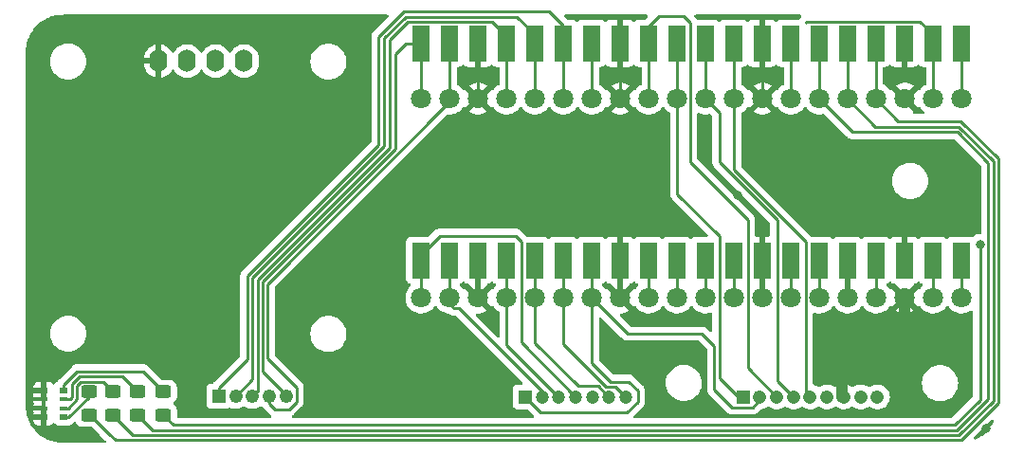
<source format=gtl>
%TF.GenerationSoftware,KiCad,Pcbnew,(6.0.1)*%
%TF.CreationDate,2022-03-18T23:49:21-06:00*%
%TF.ProjectId,PicoFlasher_Breakout_Board_V1.2,5069636f-466c-4617-9368-65725f427265,rev?*%
%TF.SameCoordinates,Original*%
%TF.FileFunction,Copper,L1,Top*%
%TF.FilePolarity,Positive*%
%FSLAX46Y46*%
G04 Gerber Fmt 4.6, Leading zero omitted, Abs format (unit mm)*
G04 Created by KiCad (PCBNEW (6.0.1)) date 2022-03-18 23:49:21*
%MOMM*%
%LPD*%
G01*
G04 APERTURE LIST*
G04 Aperture macros list*
%AMRoundRect*
0 Rectangle with rounded corners*
0 $1 Rounding radius*
0 $2 $3 $4 $5 $6 $7 $8 $9 X,Y pos of 4 corners*
0 Add a 4 corners polygon primitive as box body*
4,1,4,$2,$3,$4,$5,$6,$7,$8,$9,$2,$3,0*
0 Add four circle primitives for the rounded corners*
1,1,$1+$1,$2,$3*
1,1,$1+$1,$4,$5*
1,1,$1+$1,$6,$7*
1,1,$1+$1,$8,$9*
0 Add four rect primitives between the rounded corners*
20,1,$1+$1,$2,$3,$4,$5,0*
20,1,$1+$1,$4,$5,$6,$7,0*
20,1,$1+$1,$6,$7,$8,$9,0*
20,1,$1+$1,$8,$9,$2,$3,0*%
G04 Aperture macros list end*
%TA.AperFunction,SMDPad,CuDef*%
%ADD10RoundRect,0.250000X-0.450000X0.325000X-0.450000X-0.325000X0.450000X-0.325000X0.450000X0.325000X0*%
%TD*%
%TA.AperFunction,ComponentPad*%
%ADD11R,1.200000X1.200000*%
%TD*%
%TA.AperFunction,ComponentPad*%
%ADD12C,1.200000*%
%TD*%
%TA.AperFunction,SMDPad,CuDef*%
%ADD13R,1.600000X3.200000*%
%TD*%
%TA.AperFunction,SMDPad,CuDef*%
%ADD14R,0.800000X0.500000*%
%TD*%
%TA.AperFunction,SMDPad,CuDef*%
%ADD15R,0.800000X0.400000*%
%TD*%
%TA.AperFunction,ComponentPad*%
%ADD16R,1.208000X1.208000*%
%TD*%
%TA.AperFunction,ComponentPad*%
%ADD17C,1.208000*%
%TD*%
%TA.AperFunction,ComponentPad*%
%ADD18O,1.600000X2.000000*%
%TD*%
%TA.AperFunction,ComponentPad*%
%ADD19R,1.238000X1.238000*%
%TD*%
%TA.AperFunction,ComponentPad*%
%ADD20C,1.238000*%
%TD*%
%TA.AperFunction,ComponentPad*%
%ADD21C,1.800000*%
%TD*%
%TA.AperFunction,ViaPad*%
%ADD22C,0.800000*%
%TD*%
%TA.AperFunction,Conductor*%
%ADD23C,0.250000*%
%TD*%
%TA.AperFunction,Conductor*%
%ADD24C,1.000000*%
%TD*%
%TA.AperFunction,Conductor*%
%ADD25C,0.500000*%
%TD*%
G04 APERTURE END LIST*
D10*
%TO.P,D3,1,K*%
%TO.N,Net-(D3-Pad1)*%
X98750000Y-97700000D03*
%TO.P,D3,2,A*%
%TO.N,eMMC*%
X98750000Y-99750000D03*
%TD*%
%TO.P,D2,1,K*%
%TO.N,Net-(D2-Pad1)*%
X96550000Y-97700000D03*
%TO.P,D2,2,A*%
%TO.N,SPI*%
X96550000Y-99750000D03*
%TD*%
D11*
%TO.P,J2,1,1*%
%TO.N,E-Green*%
X133350000Y-98150000D03*
D12*
%TO.P,J2,2,2*%
%TO.N,S-Brown*%
X134850000Y-98150000D03*
%TO.P,J2,3,3*%
%TO.N,S-Red*%
X136350000Y-98150000D03*
%TO.P,J2,4,4*%
%TO.N,S-Orange*%
X137850000Y-98150000D03*
%TO.P,J2,5,5*%
%TO.N,GND*%
X139350000Y-98150000D03*
%TO.P,J2,6,6*%
%TO.N,S-Black*%
X140850000Y-98150000D03*
%TO.P,J2,7,7*%
%TO.N,S-Blue*%
X142350000Y-98150000D03*
%TD*%
D13*
%TO.P,U1e,1,GP0*%
%TO.N,OLED Data*%
X172280000Y-66560000D03*
%TO.P,U1e,2,GP1*%
%TO.N,OLED Clock*%
X169740000Y-66560000D03*
%TO.P,U1e,3,GND_1*%
%TO.N,GND*%
X167200000Y-66560000D03*
%TO.P,U1e,4,GP2*%
%TO.N,Debug*%
X164660000Y-66560000D03*
%TO.P,U1e,5,GP3*%
%TO.N,SPI*%
X162120000Y-66560000D03*
%TO.P,U1e,6,GP4*%
%TO.N,eMMC*%
X159580000Y-66560000D03*
%TO.P,U1e,7,GP5*%
%TO.N,unconnected-(U1-Pad7)*%
X157040000Y-66560000D03*
%TO.P,U1e,8,GND_2*%
%TO.N,GND*%
X154500000Y-66560000D03*
%TO.P,U1e,9,GP6*%
%TO.N,E-Red*%
X151960000Y-66560000D03*
%TO.P,U1e,10,GP7*%
%TO.N,E-Orange*%
X149420000Y-66560000D03*
%TO.P,U1e,11,GP8*%
%TO.N,E-Blue*%
X146880000Y-66560000D03*
%TO.P,U1e,12,GP9*%
%TO.N,E-Yellow*%
X144340000Y-66560000D03*
%TO.P,U1e,13,GND_3*%
%TO.N,GND*%
X141800000Y-66560000D03*
%TO.P,U1e,14,GP10*%
%TO.N,unconnected-(U1-Pad14)*%
X139260000Y-66560000D03*
%TO.P,U1e,15,GP11*%
%TO.N,A_Red*%
X136720000Y-66560000D03*
%TO.P,U1e,16,GP12*%
%TO.N,A_Black*%
X134180000Y-66560000D03*
%TO.P,U1e,17,GP13*%
%TO.N,A_Yellow*%
X131640000Y-66560000D03*
%TO.P,U1e,18,GND_4*%
%TO.N,GND*%
X129100000Y-66560000D03*
%TO.P,U1e,19,GP14*%
%TO.N,A_Green*%
X126560000Y-66560000D03*
%TO.P,U1e,20,GP15*%
%TO.N,A_Blue*%
X124020000Y-66560000D03*
%TO.P,U1e,21,GP16*%
%TO.N,S-Orange*%
X124020000Y-85940000D03*
%TO.P,U1e,22,GP17*%
%TO.N,S-Brown*%
X126560000Y-85940000D03*
%TO.P,U1e,23,GND_5*%
%TO.N,GND*%
X129100000Y-85940000D03*
%TO.P,U1e,24,GP18*%
%TO.N,S-Red*%
X131640000Y-85940000D03*
%TO.P,U1e,25,GP19*%
%TO.N,S-Black*%
X134180000Y-85940000D03*
%TO.P,U1e,26,GP20*%
%TO.N,S-Blue*%
X136720000Y-85940000D03*
%TO.P,U1e,27,GP21*%
%TO.N,E-Green*%
X139260000Y-85940000D03*
%TO.P,U1e,28,GND_6*%
%TO.N,GND*%
X141800000Y-85940000D03*
%TO.P,U1e,29,GP22*%
%TO.N,unconnected-(U1-Pad29)*%
X144340000Y-85940000D03*
%TO.P,U1e,30,RUN*%
%TO.N,unconnected-(U1-Pad30)*%
X146880000Y-85940000D03*
%TO.P,U1e,31,GP26_A0*%
%TO.N,unconnected-(U1-Pad31)*%
X149420000Y-85940000D03*
%TO.P,U1e,32,GP27_A1*%
%TO.N,unconnected-(U1-Pad32)*%
X151960000Y-85940000D03*
%TO.P,U1e,33,GND_7*%
%TO.N,GND*%
X154500000Y-85940000D03*
%TO.P,U1e,34,GP28_A2*%
%TO.N,unconnected-(U1-Pad34)*%
X157040000Y-85940000D03*
%TO.P,U1e,35,ADC_VREF*%
%TO.N,unconnected-(U1-Pad35)*%
X159580000Y-85940000D03*
%TO.P,U1e,36,3V3(OUT)*%
%TO.N,3.3 Out*%
X162120000Y-85940000D03*
%TO.P,U1e,37,3V3_EN*%
%TO.N,unconnected-(U1-Pad37)*%
X164660000Y-85940000D03*
%TO.P,U1e,38,GND_8*%
%TO.N,GND*%
X167200000Y-85940000D03*
%TO.P,U1e,39,VSYS*%
%TO.N,unconnected-(U1-Pad39)*%
X169740000Y-85940000D03*
%TO.P,U1e,40,VBUS*%
%TO.N,unconnected-(U1-Pad40)*%
X172280000Y-85940000D03*
%TD*%
D14*
%TO.P,RN1,1*%
%TO.N,Net-(D1-Pad1)*%
X92150000Y-99950000D03*
D15*
%TO.P,RN1,2*%
%TO.N,Net-(D2-Pad1)*%
X92150000Y-99150000D03*
%TO.P,RN1,3*%
%TO.N,Net-(D3-Pad1)*%
X92150000Y-98350000D03*
D14*
%TO.P,RN1,4*%
%TO.N,Net-(D4-Pad1)*%
X92150000Y-97550000D03*
%TO.P,RN1,5*%
%TO.N,GND*%
X90350000Y-97550000D03*
D15*
%TO.P,RN1,6*%
X90350000Y-98350000D03*
%TO.P,RN1,7*%
X90350000Y-99150000D03*
D14*
%TO.P,RN1,8*%
X90350000Y-99950000D03*
%TD*%
D10*
%TO.P,D4,1,K*%
%TO.N,Net-(D4-Pad1)*%
X101050000Y-97700000D03*
%TO.P,D4,2,A*%
%TO.N,3.3 Out*%
X101050000Y-99750000D03*
%TD*%
D16*
%TO.P,J1,1,1*%
%TO.N,E-Blue*%
X152800000Y-98143250D03*
D17*
%TO.P,J1,2,2*%
%TO.N,E-Green*%
X154300000Y-98143250D03*
%TO.P,J1,3,3*%
%TO.N,E-Yellow*%
X155800000Y-98143250D03*
%TO.P,J1,4,4*%
%TO.N,E-Orange*%
X157300000Y-98143250D03*
%TO.P,J1,5,5*%
%TO.N,E-Red*%
X158800000Y-98143250D03*
%TO.P,J1,6,6*%
%TO.N,unconnected-(J1-Pad6)*%
X160300000Y-98143250D03*
%TO.P,J1,7,7*%
%TO.N,GND*%
X161800000Y-98143250D03*
%TO.P,J1,8,8*%
%TO.N,unconnected-(J1-Pad8)*%
X163300000Y-98143250D03*
%TO.P,J1,9,9*%
%TO.N,unconnected-(J1-Pad9)*%
X164800000Y-98143250D03*
%TD*%
D18*
%TO.P,U2,1,GND*%
%TO.N,GND*%
X100630000Y-68150000D03*
%TO.P,U2,2,VCC*%
%TO.N,3.3 Out*%
X103170000Y-68150000D03*
%TO.P,U2,3,SCL*%
%TO.N,OLED Clock*%
X105710000Y-68150000D03*
%TO.P,U2,4,SDA*%
%TO.N,OLED Data*%
X108250000Y-68150000D03*
%TD*%
D19*
%TO.P,J3,1,Pin_1*%
%TO.N,A_Red*%
X106000000Y-98091500D03*
D20*
%TO.P,J3,2,Pin_2*%
%TO.N,A_Black*%
X107500000Y-98091500D03*
%TO.P,J3,3,Pin_3*%
%TO.N,A_Yellow*%
X109000000Y-98091500D03*
%TO.P,J3,4,Pin_4*%
%TO.N,A_Green*%
X110500000Y-98091500D03*
%TO.P,J3,5,Pin_5*%
%TO.N,A_Blue*%
X112000000Y-98091500D03*
%TD*%
D10*
%TO.P,D1,1,K*%
%TO.N,Net-(D1-Pad1)*%
X94375000Y-97700000D03*
%TO.P,D1,2,A*%
%TO.N,Debug*%
X94375000Y-99750000D03*
%TD*%
D21*
%TO.P,U1,1,GP0*%
%TO.N,OLED Data*%
X172330000Y-71500000D03*
%TO.P,U1,2,GP1*%
%TO.N,OLED Clock*%
X169790000Y-71500000D03*
%TO.P,U1,3,GND_1*%
%TO.N,GND*%
X167250000Y-71500000D03*
%TO.P,U1,4,GP2*%
%TO.N,Debug*%
X164710000Y-71500000D03*
%TO.P,U1,5,GP3*%
%TO.N,SPI*%
X162170000Y-71500000D03*
%TO.P,U1,6,GP4*%
%TO.N,eMMC*%
X159630000Y-71500000D03*
%TO.P,U1,7,GP5*%
%TO.N,unconnected-(U1-Pad7)*%
X157090000Y-71500000D03*
%TO.P,U1,8,GND_2*%
%TO.N,GND*%
X154550000Y-71500000D03*
%TO.P,U1,9,GP6*%
%TO.N,E-Red*%
X152010000Y-71500000D03*
%TO.P,U1,10,GP7*%
%TO.N,E-Orange*%
X149470000Y-71500000D03*
%TO.P,U1,11,GP8*%
%TO.N,E-Blue*%
X146930000Y-71500000D03*
%TO.P,U1,12,GP9*%
%TO.N,E-Yellow*%
X144390000Y-71500000D03*
%TO.P,U1,13,GND_3*%
%TO.N,GND*%
X141850000Y-71500000D03*
%TO.P,U1,14,GP10*%
%TO.N,unconnected-(U1-Pad14)*%
X139310000Y-71500000D03*
%TO.P,U1,15,GP11*%
%TO.N,A_Red*%
X136770000Y-71500000D03*
%TO.P,U1,16,GP12*%
%TO.N,A_Black*%
X134230000Y-71500000D03*
%TO.P,U1,17,GP13*%
%TO.N,A_Yellow*%
X131690000Y-71500000D03*
%TO.P,U1,18,GND_4*%
%TO.N,GND*%
X129150000Y-71500000D03*
%TO.P,U1,19,GP14*%
%TO.N,A_Green*%
X126610000Y-71500000D03*
%TO.P,U1,20,GP15*%
%TO.N,A_Blue*%
X124070000Y-71500000D03*
%TO.P,U1,21,GP16*%
%TO.N,S-Orange*%
X124070000Y-89280000D03*
%TO.P,U1,22,GP17*%
%TO.N,S-Brown*%
X126610000Y-89280000D03*
%TO.P,U1,23,GND_5*%
%TO.N,GND*%
X129150000Y-89280000D03*
%TO.P,U1,24,GP18*%
%TO.N,S-Red*%
X131690000Y-89280000D03*
%TO.P,U1,25,GP19*%
%TO.N,S-Black*%
X134230000Y-89280000D03*
%TO.P,U1,26,GP20*%
%TO.N,S-Blue*%
X136770000Y-89280000D03*
%TO.P,U1,27,GP21*%
%TO.N,E-Green*%
X139310000Y-89280000D03*
%TO.P,U1,28,GND_6*%
%TO.N,GND*%
X141850000Y-89280000D03*
%TO.P,U1,29,GP22*%
%TO.N,unconnected-(U1-Pad29)*%
X144390000Y-89280000D03*
%TO.P,U1,30,RUN*%
%TO.N,unconnected-(U1-Pad30)*%
X146930000Y-89280000D03*
%TO.P,U1,31,GP26_A0*%
%TO.N,unconnected-(U1-Pad31)*%
X149470000Y-89280000D03*
%TO.P,U1,32,GP27_A1*%
%TO.N,unconnected-(U1-Pad32)*%
X152010000Y-89280000D03*
%TO.P,U1,33,GND_7*%
%TO.N,GND*%
X154550000Y-89280000D03*
%TO.P,U1,34,GP28_A2*%
%TO.N,unconnected-(U1-Pad34)*%
X157090000Y-89280000D03*
%TO.P,U1,35,ADC_VREF*%
%TO.N,unconnected-(U1-Pad35)*%
X159630000Y-89280000D03*
%TO.P,U1,36,3V3(OUT)*%
%TO.N,3.3 Out*%
X162170000Y-89280000D03*
%TO.P,U1,37,3V3_EN*%
%TO.N,unconnected-(U1-Pad37)*%
X164710000Y-89280000D03*
%TO.P,U1,38,GND_8*%
%TO.N,GND*%
X167250000Y-89280000D03*
%TO.P,U1,39,VSYS*%
%TO.N,unconnected-(U1-Pad39)*%
X169790000Y-89280000D03*
%TO.P,U1,40,VBUS*%
%TO.N,unconnected-(U1-Pad40)*%
X172330000Y-89280000D03*
%TD*%
D22*
%TO.N,GND*%
X94750000Y-94250000D03*
X141750000Y-75650000D03*
X174500000Y-101000000D03*
X141750000Y-81350000D03*
X152300000Y-80150000D03*
%TO.N,3.3 Out*%
X173974540Y-84500000D03*
%TD*%
D23*
%TO.N,Net-(D1-Pad1)*%
X92150000Y-99950000D02*
X92587506Y-99950000D01*
X94550000Y-97999022D02*
X94550000Y-97700000D01*
X94375000Y-98162506D02*
X94375000Y-97700000D01*
X92587506Y-99950000D02*
X94375000Y-98162506D01*
%TO.N,Net-(D2-Pad1)*%
X95700480Y-96800480D02*
X93687027Y-96800480D01*
X96550000Y-97700000D02*
X96550000Y-97650000D01*
X92560718Y-99150000D02*
X92150000Y-99150000D01*
X93350000Y-98360718D02*
X92560718Y-99150000D01*
X93350000Y-97137506D02*
X93350000Y-98360718D01*
X96550000Y-97650000D02*
X95700480Y-96800480D01*
X93687027Y-96800480D02*
X93581253Y-96906253D01*
X93581253Y-96906253D02*
X93350000Y-97137506D01*
%TO.N,Net-(D3-Pad1)*%
X92875480Y-96976309D02*
X92875480Y-98199520D01*
X97350480Y-96300480D02*
X93551309Y-96300480D01*
X92875480Y-98199520D02*
X92700000Y-98375000D01*
X98750000Y-97700000D02*
X97350480Y-96300480D01*
X92700000Y-98375000D02*
X92175000Y-98375000D01*
X92175000Y-98375000D02*
X92150000Y-98350000D01*
X93551309Y-96300480D02*
X92875480Y-96976309D01*
%TO.N,Net-(D4-Pad1)*%
X99200960Y-95850960D02*
X93349040Y-95850960D01*
X101050000Y-97700000D02*
X99200960Y-95850960D01*
X93349040Y-95850960D02*
X92150000Y-97050000D01*
X92150000Y-97050000D02*
X92150000Y-97550000D01*
%TO.N,E-Yellow*%
X145300000Y-64100000D02*
X147469022Y-64100000D01*
X148075000Y-65275000D02*
X148056511Y-65293489D01*
X148056511Y-65293489D02*
X148056511Y-77156511D01*
X148056511Y-77156511D02*
X153234511Y-82334511D01*
X153234511Y-95577761D02*
X155800000Y-98143250D01*
X144392000Y-66612000D02*
X144340000Y-66560000D01*
X144392000Y-71540000D02*
X144392000Y-66612000D01*
X148075000Y-64705978D02*
X148075000Y-65275000D01*
X144340000Y-66560000D02*
X144340000Y-65060000D01*
X153234511Y-82334511D02*
X153234511Y-95577761D01*
X147469022Y-64100000D02*
X148075000Y-64705978D01*
X144340000Y-65060000D02*
X145300000Y-64100000D01*
%TO.N,E-Red*%
X151960000Y-66560000D02*
X152012000Y-66612000D01*
X158405489Y-84256467D02*
X158405489Y-97748739D01*
X158405489Y-97748739D02*
X158800000Y-98143250D01*
X152012000Y-77862978D02*
X158405489Y-84256467D01*
X152012000Y-66612000D02*
X152012000Y-77862978D01*
%TO.N,E-Orange*%
X150700000Y-77186696D02*
X155865489Y-82352185D01*
X155865489Y-82352185D02*
X155865489Y-96708739D01*
X149420000Y-66560000D02*
X149472000Y-66612000D01*
X149472000Y-71540000D02*
X150700000Y-72768000D01*
X157000000Y-97750000D02*
X157000000Y-98290000D01*
X155865489Y-96708739D02*
X157300000Y-98143250D01*
X149472000Y-66612000D02*
X149472000Y-71540000D01*
X150700000Y-72768000D02*
X150700000Y-77186696D01*
%TO.N,E-Blue*%
X146880000Y-66560000D02*
X146932000Y-66612000D01*
X150694511Y-83773533D02*
X150694511Y-96444511D01*
X150694511Y-96444511D02*
X152430750Y-98180750D01*
X152430750Y-98180750D02*
X152680000Y-98180750D01*
X146932000Y-80011022D02*
X150694511Y-83773533D01*
X146932000Y-66612000D02*
X146932000Y-80011022D01*
%TO.N,S-Orange*%
X137850000Y-98150000D02*
X133000000Y-93300000D01*
X124020000Y-85430978D02*
X124020000Y-85940000D01*
X124072000Y-85992000D02*
X124020000Y-85940000D01*
X124070000Y-85990000D02*
X124020000Y-85940000D01*
X133000000Y-84250978D02*
X132499022Y-83750000D01*
X125700978Y-83750000D02*
X124020000Y-85430978D01*
X132499022Y-83750000D02*
X125700978Y-83750000D01*
X124070000Y-89280000D02*
X124070000Y-85990000D01*
X133000000Y-93300000D02*
X133000000Y-84250978D01*
%TO.N,S-Brown*%
X126610000Y-89280000D02*
X126610000Y-85990000D01*
X127425000Y-90250000D02*
X127000000Y-90250000D01*
X134850000Y-98150000D02*
X134850000Y-97675000D01*
X126610000Y-85990000D02*
X126560000Y-85940000D01*
X126610000Y-89860000D02*
X126610000Y-89280000D01*
X134850000Y-97675000D02*
X127425000Y-90250000D01*
X127000000Y-90250000D02*
X126610000Y-89860000D01*
X126612000Y-85992000D02*
X126560000Y-85940000D01*
%TO.N,S-Red*%
X136350000Y-98150000D02*
X131692000Y-93492000D01*
X131692000Y-93492000D02*
X131692000Y-90920000D01*
X131690000Y-85990000D02*
X131640000Y-85940000D01*
X131692000Y-85992000D02*
X131640000Y-85940000D01*
X131690000Y-89280000D02*
X131690000Y-85990000D01*
X131690000Y-90918000D02*
X131690000Y-89280000D01*
X131692000Y-90920000D02*
X131690000Y-90918000D01*
%TO.N,S-Black*%
X134232000Y-90920000D02*
X134232000Y-93332000D01*
X134232000Y-85992000D02*
X134180000Y-85940000D01*
X134232000Y-93332000D02*
X138075000Y-97175000D01*
X134232000Y-90920000D02*
X134230000Y-90918000D01*
X139875000Y-97175000D02*
X140850000Y-98150000D01*
X134230000Y-85990000D02*
X134180000Y-85940000D01*
X134230000Y-90918000D02*
X134230000Y-89280000D01*
X134230000Y-89280000D02*
X134230000Y-85990000D01*
X138075000Y-97175000D02*
X139875000Y-97175000D01*
%TO.N,S-Blue*%
X140575489Y-97225489D02*
X136772000Y-93422000D01*
X136770000Y-85990000D02*
X136720000Y-85940000D01*
X136772000Y-93422000D02*
X136772000Y-90920000D01*
X136770000Y-89280000D02*
X136770000Y-85990000D01*
X142350000Y-98150000D02*
X141425489Y-97225489D01*
X136770000Y-90918000D02*
X136770000Y-89280000D01*
X141425489Y-97225489D02*
X140575489Y-97225489D01*
X136772000Y-85992000D02*
X136720000Y-85940000D01*
X136772000Y-90920000D02*
X136770000Y-90918000D01*
%TO.N,GND*%
X154552000Y-85992000D02*
X154500000Y-85940000D01*
D24*
X164836000Y-93336000D02*
X167252000Y-90920000D01*
D25*
X154550000Y-85990000D02*
X154500000Y-85940000D01*
X154550000Y-89280000D02*
X154550000Y-85990000D01*
D23*
X154552000Y-71540000D02*
X154552000Y-66612000D01*
X129152000Y-66612000D02*
X129100000Y-66560000D01*
X141852000Y-66612000D02*
X141800000Y-66560000D01*
X129152000Y-71540000D02*
X129152000Y-66612000D01*
D24*
X164836000Y-93336000D02*
X167250000Y-90922000D01*
D23*
X141852000Y-71540000D02*
X141852000Y-66612000D01*
D24*
X167250000Y-90922000D02*
X167250000Y-89280000D01*
X161680000Y-96492000D02*
X164836000Y-93336000D01*
D25*
X141850000Y-89280000D02*
X141850000Y-85990000D01*
D23*
X167252000Y-85992000D02*
X167200000Y-85940000D01*
X129130000Y-71562000D02*
X129152000Y-71540000D01*
D25*
X129150000Y-89280000D02*
X129150000Y-85990000D01*
X141850000Y-85990000D02*
X141800000Y-85940000D01*
D23*
X141852000Y-85992000D02*
X141800000Y-85940000D01*
D24*
X161680000Y-98180750D02*
X161680000Y-96492000D01*
D25*
X129150000Y-85990000D02*
X129100000Y-85940000D01*
D23*
X154552000Y-66612000D02*
X154500000Y-66560000D01*
X129152000Y-85992000D02*
X129100000Y-85940000D01*
%TO.N,Debug*%
X94500000Y-99750000D02*
X94375000Y-99750000D01*
X175598080Y-76848080D02*
X175598080Y-98676899D01*
X173137489Y-101137489D02*
X172274978Y-102000000D01*
X164660000Y-71488000D02*
X166672000Y-73500000D01*
X96750000Y-102000000D02*
X95875000Y-101125000D01*
X172250000Y-73500000D02*
X175598080Y-76848080D01*
X175598080Y-98676899D02*
X173137489Y-101137489D01*
X96298560Y-101548560D02*
X95875000Y-101125000D01*
X172274978Y-102000000D02*
X96750000Y-102000000D01*
X173137489Y-101137489D02*
X172726419Y-101548560D01*
X95875000Y-101125000D02*
X94500000Y-99750000D01*
X164660000Y-66560000D02*
X164660000Y-71488000D01*
X166672000Y-73500000D02*
X172250000Y-73500000D01*
%TO.N,eMMC*%
X159580000Y-66560000D02*
X159632000Y-66612000D01*
X162592000Y-74500000D02*
X171946436Y-74500000D01*
X171902584Y-101100960D02*
X100100960Y-101100960D01*
X159632000Y-66612000D02*
X159632000Y-71540000D01*
X174699040Y-98304504D02*
X171902584Y-101100960D01*
X171946436Y-74500000D02*
X174699040Y-77252604D01*
X100100960Y-101100960D02*
X98750000Y-99750000D01*
X159632000Y-71540000D02*
X162592000Y-74500000D01*
X174699040Y-77252604D02*
X174699040Y-98304504D01*
%TO.N,SPI*%
X162172000Y-71540000D02*
X162172000Y-66612000D01*
X175148560Y-77066406D02*
X172082154Y-74000000D01*
X98350480Y-101550480D02*
X172088782Y-101550480D01*
X96550000Y-99750000D02*
X98350480Y-101550480D01*
X172088782Y-101550480D02*
X175148560Y-98490702D01*
X162172000Y-66612000D02*
X162120000Y-66560000D01*
X175148560Y-98490702D02*
X175148560Y-77066406D01*
X164632000Y-74000000D02*
X162172000Y-71540000D01*
X172082154Y-74000000D02*
X164632000Y-74000000D01*
%TO.N,OLED Data*%
X172332000Y-71540000D02*
X172332000Y-66612000D01*
X172332000Y-66612000D02*
X172280000Y-66560000D01*
X172280000Y-66560000D02*
X172280000Y-65760000D01*
%TO.N,OLED Clock*%
X158455489Y-64635489D02*
X168615489Y-64635489D01*
X158400000Y-64690978D02*
X158455489Y-64635489D01*
X169792000Y-66612000D02*
X169740000Y-66560000D01*
X169740000Y-65760000D02*
X169740000Y-66560000D01*
X169792000Y-71540000D02*
X169792000Y-66612000D01*
X168615489Y-64635489D02*
X169740000Y-65760000D01*
%TO.N,3.3 Out*%
X171716386Y-100651440D02*
X101951440Y-100651440D01*
X173974540Y-98393286D02*
X171716386Y-100651440D01*
D25*
X162120000Y-89230000D02*
X162170000Y-89280000D01*
D23*
X173974540Y-84500000D02*
X173974540Y-98393286D01*
D25*
X162120000Y-85940000D02*
X162120000Y-89230000D01*
D23*
X103170000Y-68150000D02*
X103150000Y-68150000D01*
X101951440Y-100651440D02*
X101050000Y-99750000D01*
%TO.N,E-Green*%
X151750000Y-99000000D02*
X150244991Y-97494991D01*
X149150000Y-92500000D02*
X142500000Y-92500000D01*
X151821761Y-99071761D02*
X153678239Y-99071761D01*
X134750000Y-99550000D02*
X133350000Y-98150000D01*
X139310000Y-89280000D02*
X139310000Y-85990000D01*
X139310000Y-91686000D02*
X139310000Y-89280000D01*
X142500000Y-92500000D02*
X142500000Y-92470000D01*
X153678239Y-99071761D02*
X154300000Y-98450000D01*
X142586687Y-96775969D02*
X143400000Y-97589282D01*
X139312000Y-92287000D02*
X139312000Y-95087000D01*
X141000969Y-96775969D02*
X142586687Y-96775969D01*
X139312000Y-95087000D02*
X141000969Y-96775969D01*
X139312000Y-91688000D02*
X139310000Y-91686000D01*
X150244991Y-93594991D02*
X149150000Y-92500000D01*
X143400000Y-98575000D02*
X142425000Y-99550000D01*
X139312000Y-91688000D02*
X139312000Y-92287000D01*
X154300000Y-98450000D02*
X154300000Y-98143250D01*
X151750000Y-99000000D02*
X151821761Y-99071761D01*
X142425000Y-99550000D02*
X134750000Y-99550000D01*
X139312000Y-85992000D02*
X139260000Y-85940000D01*
X143400000Y-97589282D02*
X143400000Y-98575000D01*
X139312000Y-90920000D02*
X139312000Y-91688000D01*
X142500000Y-92470000D02*
X139310000Y-89280000D01*
X150244991Y-97494991D02*
X150244991Y-93594991D01*
X139310000Y-85990000D02*
X139260000Y-85940000D01*
%TO.N,A_Red*%
X108550480Y-87313803D02*
X120250000Y-75614282D01*
X120250000Y-75614282D02*
X120250000Y-65978565D01*
X136772000Y-71540000D02*
X136772000Y-66612000D01*
X106000000Y-98091500D02*
X106000000Y-97300480D01*
X136720000Y-64970000D02*
X136720000Y-66560000D01*
X108550480Y-94750000D02*
X108550480Y-87313803D01*
X122492115Y-63736449D02*
X135486449Y-63736449D01*
X120250000Y-65978565D02*
X122492115Y-63736449D01*
X136772000Y-66612000D02*
X136720000Y-66560000D01*
X106000000Y-97300480D02*
X108550480Y-94750000D01*
X135486449Y-63736449D02*
X136720000Y-64970000D01*
%TO.N,A_Black*%
X134232000Y-66612000D02*
X134180000Y-66560000D01*
X132611429Y-64185969D02*
X122678313Y-64185969D01*
X109000000Y-87500000D02*
X109000000Y-96591500D01*
X134180000Y-66560000D02*
X134180000Y-65754540D01*
X134180000Y-65754540D02*
X132611429Y-64185969D01*
X120750000Y-75750000D02*
X109000000Y-87500000D01*
X134232000Y-71540000D02*
X134232000Y-66612000D01*
X122678313Y-64185969D02*
X120750000Y-66114283D01*
X120750000Y-66114283D02*
X120750000Y-75750000D01*
X109000000Y-96591500D02*
X107500000Y-98091500D01*
%TO.N,A_Yellow*%
X121250000Y-66250000D02*
X121250000Y-75885717D01*
X131640000Y-65890000D02*
X130385489Y-64635489D01*
X131640000Y-66560000D02*
X131640000Y-65890000D01*
X131692000Y-71540000D02*
X131692000Y-66612000D01*
X109449520Y-97641980D02*
X109000000Y-98091500D01*
X109449520Y-87686198D02*
X109449520Y-97641980D01*
X122864511Y-64635489D02*
X121250000Y-66250000D01*
X121250000Y-75885717D02*
X109449520Y-87686198D01*
X131692000Y-66612000D02*
X131640000Y-66560000D01*
X130385489Y-64635489D02*
X122864511Y-64635489D01*
%TO.N,A_Green*%
X110500000Y-98091500D02*
X110500000Y-98750000D01*
X112943511Y-98556489D02*
X112943511Y-97306489D01*
X110348560Y-88058594D02*
X126612000Y-71795154D01*
X110500000Y-98750000D02*
X111000000Y-99250000D01*
X112942207Y-97306489D02*
X110348560Y-94712842D01*
X112943511Y-97306489D02*
X112942207Y-97306489D01*
X110348560Y-94712842D02*
X110348560Y-88058594D01*
X112250000Y-99250000D02*
X112943511Y-98556489D01*
X111000000Y-99250000D02*
X112250000Y-99250000D01*
X126612000Y-66612000D02*
X126560000Y-66560000D01*
X126612000Y-71795154D02*
X126612000Y-71540000D01*
X126612000Y-71540000D02*
X126612000Y-66612000D01*
%TO.N,unconnected-(U1-Pad7)*%
X157092000Y-71540000D02*
X157092000Y-66612000D01*
X157092000Y-66612000D02*
X157040000Y-66560000D01*
%TO.N,unconnected-(U1-Pad14)*%
X139312000Y-66612000D02*
X139260000Y-66560000D01*
X139312000Y-71540000D02*
X139312000Y-66612000D01*
%TO.N,unconnected-(U1-Pad29)*%
X144392000Y-85992000D02*
X144340000Y-85940000D01*
X144390000Y-89280000D02*
X144390000Y-85990000D01*
X144390000Y-85990000D02*
X144340000Y-85940000D01*
%TO.N,unconnected-(U1-Pad30)*%
X146930000Y-89280000D02*
X146930000Y-85990000D01*
X146932000Y-85992000D02*
X146880000Y-85940000D01*
X146930000Y-85990000D02*
X146880000Y-85940000D01*
%TO.N,unconnected-(U1-Pad31)*%
X149472000Y-85992000D02*
X149420000Y-85940000D01*
X149470000Y-89280000D02*
X149470000Y-85990000D01*
X149470000Y-85990000D02*
X149420000Y-85940000D01*
%TO.N,unconnected-(U1-Pad32)*%
X152012000Y-85992000D02*
X151960000Y-85940000D01*
X152010000Y-85990000D02*
X151960000Y-85940000D01*
X152010000Y-89280000D02*
X152010000Y-85990000D01*
%TO.N,unconnected-(U1-Pad34)*%
X157092000Y-85992000D02*
X157040000Y-85940000D01*
X157090000Y-89280000D02*
X157090000Y-85990000D01*
X157090000Y-85990000D02*
X157040000Y-85940000D01*
%TO.N,unconnected-(U1-Pad35)*%
X159630000Y-89280000D02*
X159630000Y-85990000D01*
X159630000Y-85990000D02*
X159580000Y-85940000D01*
X159632000Y-85992000D02*
X159580000Y-85940000D01*
%TO.N,unconnected-(U1-Pad37)*%
X164710000Y-89280000D02*
X164710000Y-85990000D01*
X164710000Y-85990000D02*
X164660000Y-85940000D01*
X164712000Y-85992000D02*
X164660000Y-85940000D01*
%TO.N,unconnected-(U1-Pad39)*%
X169790000Y-85990000D02*
X169740000Y-85940000D01*
X169790000Y-89280000D02*
X169790000Y-85990000D01*
X169792000Y-85992000D02*
X169740000Y-85940000D01*
%TO.N,unconnected-(U1-Pad40)*%
X172330000Y-89280000D02*
X172330000Y-85990000D01*
X172332000Y-85992000D02*
X172280000Y-85940000D01*
X172330000Y-85990000D02*
X172280000Y-85940000D01*
%TO.N,A_Blue*%
X109899040Y-87872396D02*
X109899040Y-95899040D01*
X112000000Y-98000000D02*
X112000000Y-98091500D01*
X122690000Y-66560000D02*
X121750000Y-67500000D01*
X124072000Y-66612000D02*
X124020000Y-66560000D01*
X124020000Y-66560000D02*
X122690000Y-66560000D01*
X124072000Y-71540000D02*
X124072000Y-66612000D01*
X121750000Y-76021436D02*
X109899040Y-87872396D01*
X121750000Y-67500000D02*
X121750000Y-76021436D01*
X109899040Y-95899040D02*
X112000000Y-98000000D01*
%TD*%
%TA.AperFunction,Conductor*%
%TO.N,GND*%
G36*
X121088590Y-64028002D02*
G01*
X121135083Y-64081658D01*
X121145187Y-64151932D01*
X121115693Y-64216512D01*
X121109564Y-64223095D01*
X119857747Y-65474913D01*
X119849461Y-65482453D01*
X119842982Y-65486565D01*
X119837557Y-65492342D01*
X119796357Y-65536216D01*
X119793602Y-65539058D01*
X119773865Y-65558795D01*
X119771385Y-65561992D01*
X119763682Y-65571012D01*
X119733414Y-65603244D01*
X119729595Y-65610190D01*
X119729593Y-65610193D01*
X119723652Y-65620999D01*
X119712801Y-65637518D01*
X119700386Y-65653524D01*
X119697241Y-65660793D01*
X119697238Y-65660797D01*
X119682826Y-65694102D01*
X119677609Y-65704752D01*
X119656305Y-65743505D01*
X119654334Y-65751180D01*
X119654334Y-65751181D01*
X119651267Y-65763127D01*
X119644863Y-65781831D01*
X119636819Y-65800420D01*
X119635580Y-65808243D01*
X119635577Y-65808253D01*
X119629901Y-65844089D01*
X119627495Y-65855709D01*
X119616500Y-65898535D01*
X119616500Y-65918789D01*
X119614949Y-65938499D01*
X119611780Y-65958508D01*
X119612526Y-65966400D01*
X119615941Y-66002526D01*
X119616500Y-66014384D01*
X119616500Y-75299688D01*
X119596498Y-75367809D01*
X119579595Y-75388783D01*
X108158227Y-86810151D01*
X108149941Y-86817691D01*
X108143462Y-86821803D01*
X108138037Y-86827580D01*
X108096837Y-86871454D01*
X108094082Y-86874296D01*
X108074345Y-86894033D01*
X108071865Y-86897230D01*
X108064162Y-86906250D01*
X108033894Y-86938482D01*
X108030075Y-86945428D01*
X108030073Y-86945431D01*
X108024132Y-86956237D01*
X108013281Y-86972756D01*
X108000866Y-86988762D01*
X107997721Y-86996031D01*
X107997718Y-86996035D01*
X107983306Y-87029340D01*
X107978089Y-87039990D01*
X107956785Y-87078743D01*
X107954814Y-87086418D01*
X107954814Y-87086419D01*
X107951747Y-87098365D01*
X107945343Y-87117069D01*
X107937299Y-87135658D01*
X107936060Y-87143481D01*
X107936057Y-87143491D01*
X107930381Y-87179327D01*
X107927975Y-87190947D01*
X107916980Y-87233773D01*
X107916980Y-87254027D01*
X107915429Y-87273737D01*
X107912260Y-87293746D01*
X107913006Y-87301638D01*
X107916421Y-87337764D01*
X107916980Y-87349622D01*
X107916980Y-94435405D01*
X107896978Y-94503526D01*
X107880075Y-94524500D01*
X105607747Y-96796828D01*
X105599461Y-96804368D01*
X105592982Y-96808480D01*
X105587557Y-96814257D01*
X105546357Y-96858131D01*
X105543602Y-96860973D01*
X105523865Y-96880710D01*
X105521385Y-96883907D01*
X105513682Y-96892927D01*
X105486427Y-96921951D01*
X105484265Y-96924253D01*
X105423053Y-96960218D01*
X105392415Y-96964000D01*
X105332866Y-96964000D01*
X105270684Y-96970755D01*
X105134295Y-97021885D01*
X105017739Y-97109239D01*
X104930385Y-97225795D01*
X104879255Y-97362184D01*
X104872500Y-97424366D01*
X104872500Y-98758634D01*
X104879255Y-98820816D01*
X104930385Y-98957205D01*
X105017739Y-99073761D01*
X105134295Y-99161115D01*
X105270684Y-99212245D01*
X105332866Y-99219000D01*
X106667134Y-99219000D01*
X106729316Y-99212245D01*
X106865705Y-99161115D01*
X106892062Y-99141362D01*
X106904812Y-99131806D01*
X106971319Y-99106958D01*
X107030115Y-99116864D01*
X107133112Y-99161115D01*
X107150091Y-99168410D01*
X107292416Y-99200615D01*
X107336610Y-99210615D01*
X107352201Y-99214143D01*
X107357972Y-99214370D01*
X107357974Y-99214370D01*
X107427210Y-99217090D01*
X107559262Y-99222278D01*
X107647592Y-99209471D01*
X107758616Y-99193374D01*
X107758621Y-99193373D01*
X107764337Y-99192544D01*
X107769809Y-99190686D01*
X107769811Y-99190686D01*
X107955096Y-99127790D01*
X107955098Y-99127789D01*
X107960560Y-99125935D01*
X108089192Y-99053898D01*
X108136322Y-99027504D01*
X108136323Y-99027503D01*
X108141359Y-99024683D01*
X108145798Y-99020991D01*
X108145804Y-99020987D01*
X108169548Y-99001239D01*
X108234712Y-98973057D01*
X108304767Y-98984580D01*
X108320116Y-98993344D01*
X108459699Y-99086611D01*
X108465002Y-99088889D01*
X108465005Y-99088891D01*
X108639647Y-99163923D01*
X108650091Y-99168410D01*
X108792416Y-99200615D01*
X108836610Y-99210615D01*
X108852201Y-99214143D01*
X108857972Y-99214370D01*
X108857974Y-99214370D01*
X108927210Y-99217090D01*
X109059262Y-99222278D01*
X109147592Y-99209471D01*
X109258616Y-99193374D01*
X109258621Y-99193373D01*
X109264337Y-99192544D01*
X109269809Y-99190686D01*
X109269811Y-99190686D01*
X109455096Y-99127790D01*
X109455098Y-99127789D01*
X109460560Y-99125935D01*
X109589192Y-99053898D01*
X109636322Y-99027504D01*
X109636323Y-99027503D01*
X109641359Y-99024683D01*
X109645798Y-99020991D01*
X109645804Y-99020987D01*
X109669548Y-99001239D01*
X109734712Y-98973057D01*
X109804767Y-98984580D01*
X109820116Y-98993344D01*
X109919732Y-99059906D01*
X109941436Y-99074408D01*
X109979887Y-99115034D01*
X109991418Y-99134532D01*
X109991421Y-99134536D01*
X109995458Y-99141362D01*
X110009779Y-99155683D01*
X110022619Y-99170716D01*
X110034528Y-99187107D01*
X110064915Y-99212245D01*
X110068593Y-99215288D01*
X110077374Y-99223278D01*
X110496353Y-99642258D01*
X110503887Y-99650537D01*
X110508000Y-99657018D01*
X110549006Y-99695525D01*
X110557651Y-99703643D01*
X110560493Y-99706398D01*
X110580230Y-99726135D01*
X110583427Y-99728615D01*
X110592447Y-99736318D01*
X110624679Y-99766586D01*
X110631625Y-99770405D01*
X110631628Y-99770407D01*
X110642434Y-99776348D01*
X110658954Y-99787200D01*
X110665631Y-99792379D01*
X110707199Y-99849935D01*
X110711051Y-99920827D01*
X110675965Y-99982547D01*
X110613079Y-100015501D01*
X110588407Y-100017940D01*
X102384500Y-100017940D01*
X102316379Y-99997938D01*
X102269886Y-99944282D01*
X102258500Y-99891940D01*
X102258500Y-99374600D01*
X102257827Y-99368115D01*
X102248238Y-99275692D01*
X102248237Y-99275688D01*
X102247526Y-99268834D01*
X102244165Y-99258758D01*
X102193868Y-99108002D01*
X102191550Y-99101054D01*
X102098478Y-98950652D01*
X101973303Y-98825695D01*
X101969084Y-98823094D01*
X101928583Y-98765970D01*
X101925351Y-98695047D01*
X101960976Y-98633635D01*
X101968530Y-98627078D01*
X101974348Y-98623478D01*
X102099305Y-98498303D01*
X102153808Y-98409883D01*
X102188275Y-98353968D01*
X102188276Y-98353966D01*
X102192115Y-98347738D01*
X102247797Y-98179861D01*
X102251458Y-98144135D01*
X102254545Y-98114003D01*
X102258500Y-98075400D01*
X102258500Y-97324600D01*
X102256956Y-97309718D01*
X102248238Y-97225692D01*
X102248237Y-97225688D01*
X102247526Y-97218834D01*
X102243445Y-97206600D01*
X102193868Y-97058002D01*
X102191550Y-97051054D01*
X102098478Y-96900652D01*
X101973303Y-96775695D01*
X101967072Y-96771854D01*
X101828968Y-96686725D01*
X101828966Y-96686724D01*
X101822738Y-96682885D01*
X101719516Y-96648648D01*
X101661389Y-96629368D01*
X101661387Y-96629368D01*
X101654861Y-96627203D01*
X101648025Y-96626503D01*
X101648022Y-96626502D01*
X101604969Y-96622091D01*
X101550400Y-96616500D01*
X100914595Y-96616500D01*
X100846474Y-96596498D01*
X100825500Y-96579595D01*
X99704612Y-95458707D01*
X99697072Y-95450421D01*
X99692960Y-95443942D01*
X99643308Y-95397316D01*
X99640467Y-95394562D01*
X99620730Y-95374825D01*
X99617533Y-95372345D01*
X99608511Y-95364640D01*
X99595329Y-95352261D01*
X99576281Y-95334374D01*
X99569335Y-95330555D01*
X99569332Y-95330553D01*
X99558526Y-95324612D01*
X99542007Y-95313761D01*
X99532505Y-95306391D01*
X99526001Y-95301346D01*
X99518732Y-95298201D01*
X99518728Y-95298198D01*
X99485423Y-95283786D01*
X99474773Y-95278569D01*
X99436020Y-95257265D01*
X99416397Y-95252227D01*
X99397694Y-95245823D01*
X99386380Y-95240927D01*
X99386379Y-95240927D01*
X99379105Y-95237779D01*
X99371282Y-95236540D01*
X99371272Y-95236537D01*
X99335436Y-95230861D01*
X99323816Y-95228455D01*
X99288671Y-95219432D01*
X99288670Y-95219432D01*
X99280990Y-95217460D01*
X99260736Y-95217460D01*
X99241025Y-95215909D01*
X99228846Y-95213980D01*
X99221017Y-95212740D01*
X99191746Y-95215507D01*
X99176999Y-95216901D01*
X99165141Y-95217460D01*
X93427808Y-95217460D01*
X93416625Y-95216933D01*
X93409132Y-95215258D01*
X93401206Y-95215507D01*
X93401205Y-95215507D01*
X93341042Y-95217398D01*
X93337084Y-95217460D01*
X93309184Y-95217460D01*
X93305194Y-95217964D01*
X93293360Y-95218896D01*
X93249151Y-95220286D01*
X93241535Y-95222499D01*
X93241533Y-95222499D01*
X93229692Y-95225939D01*
X93210333Y-95229948D01*
X93209023Y-95230114D01*
X93190243Y-95232486D01*
X93182877Y-95235402D01*
X93182871Y-95235404D01*
X93149138Y-95248760D01*
X93137908Y-95252605D01*
X93121868Y-95257265D01*
X93095447Y-95264941D01*
X93088624Y-95268976D01*
X93078006Y-95275255D01*
X93060253Y-95283952D01*
X93052608Y-95286979D01*
X93041423Y-95291408D01*
X93027745Y-95301346D01*
X93005652Y-95317397D01*
X92995735Y-95323911D01*
X92957678Y-95346418D01*
X92943357Y-95360739D01*
X92928324Y-95373579D01*
X92911933Y-95385488D01*
X92903257Y-95395976D01*
X92883742Y-95419565D01*
X92875752Y-95428344D01*
X91757747Y-96546348D01*
X91749461Y-96553888D01*
X91742982Y-96558000D01*
X91737557Y-96563777D01*
X91696357Y-96607651D01*
X91693602Y-96610493D01*
X91673865Y-96630230D01*
X91671385Y-96633427D01*
X91663682Y-96642447D01*
X91633414Y-96674679D01*
X91629595Y-96681625D01*
X91629593Y-96681628D01*
X91623652Y-96692434D01*
X91612801Y-96708953D01*
X91600386Y-96724959D01*
X91597241Y-96732228D01*
X91597238Y-96732232D01*
X91582826Y-96765537D01*
X91577602Y-96776200D01*
X91568590Y-96792592D01*
X91518687Y-96842408D01*
X91511697Y-96846235D01*
X91503295Y-96849385D01*
X91386739Y-96936739D01*
X91359167Y-96973529D01*
X91350514Y-96985074D01*
X91293655Y-97027589D01*
X91222836Y-97032615D01*
X91160543Y-96998555D01*
X91148862Y-96985075D01*
X91118283Y-96944274D01*
X91105724Y-96931715D01*
X91003649Y-96855214D01*
X90988054Y-96846676D01*
X90867606Y-96801522D01*
X90852351Y-96797895D01*
X90801486Y-96792369D01*
X90794672Y-96792000D01*
X90618115Y-96792000D01*
X90602876Y-96796475D01*
X90601671Y-96797865D01*
X90600000Y-96805548D01*
X90600000Y-98251095D01*
X90579998Y-98319216D01*
X90569225Y-98333607D01*
X90551671Y-98353865D01*
X90550000Y-98361548D01*
X90550000Y-99133885D01*
X90554474Y-99149124D01*
X90556512Y-99150889D01*
X90594896Y-99210615D01*
X90600000Y-99246114D01*
X90600000Y-100689884D01*
X90604475Y-100705123D01*
X90605865Y-100706328D01*
X90613548Y-100707999D01*
X90794669Y-100707999D01*
X90801490Y-100707629D01*
X90852352Y-100702105D01*
X90867604Y-100698479D01*
X90988054Y-100653324D01*
X91003649Y-100644786D01*
X91105724Y-100568285D01*
X91118283Y-100555726D01*
X91148862Y-100514925D01*
X91205722Y-100472411D01*
X91276540Y-100467386D01*
X91338834Y-100501446D01*
X91350513Y-100514925D01*
X91386739Y-100563261D01*
X91503295Y-100650615D01*
X91639684Y-100701745D01*
X91701866Y-100708500D01*
X92598134Y-100708500D01*
X92660316Y-100701745D01*
X92796705Y-100650615D01*
X92913261Y-100563261D01*
X92981349Y-100472411D01*
X92995231Y-100453889D01*
X92995231Y-100453888D01*
X93000615Y-100446705D01*
X93002040Y-100442903D01*
X93021566Y-100417686D01*
X93024613Y-100415472D01*
X93029662Y-100409369D01*
X93029665Y-100409366D01*
X93038059Y-100399219D01*
X93096893Y-100359480D01*
X93167871Y-100357857D01*
X93228459Y-100394866D01*
X93242289Y-100413230D01*
X93251270Y-100427743D01*
X93326522Y-100549348D01*
X93451697Y-100674305D01*
X93457927Y-100678145D01*
X93457928Y-100678146D01*
X93506573Y-100708131D01*
X93602262Y-100767115D01*
X93682005Y-100793564D01*
X93763611Y-100820632D01*
X93763613Y-100820632D01*
X93770139Y-100822797D01*
X93776975Y-100823497D01*
X93776978Y-100823498D01*
X93820031Y-100827909D01*
X93874600Y-100833500D01*
X94635406Y-100833500D01*
X94703527Y-100853502D01*
X94724501Y-100870405D01*
X95370458Y-101516362D01*
X95881000Y-102026905D01*
X95915026Y-102089217D01*
X95909961Y-102160032D01*
X95867414Y-102216868D01*
X95800894Y-102241679D01*
X95791905Y-102242000D01*
X92109328Y-102242000D01*
X92089943Y-102240500D01*
X92075142Y-102238195D01*
X92075139Y-102238195D01*
X92066270Y-102236814D01*
X92047589Y-102239257D01*
X92024658Y-102240148D01*
X91721443Y-102224257D01*
X91708335Y-102222880D01*
X91468715Y-102184928D01*
X91379998Y-102170877D01*
X91367098Y-102168135D01*
X91046000Y-102082097D01*
X91033464Y-102078023D01*
X90723125Y-101958895D01*
X90711076Y-101953531D01*
X90414880Y-101802612D01*
X90403464Y-101796021D01*
X90124666Y-101614967D01*
X90114004Y-101607221D01*
X89855656Y-101398016D01*
X89845855Y-101389190D01*
X89610810Y-101154145D01*
X89601984Y-101144344D01*
X89392776Y-100885992D01*
X89385033Y-100875334D01*
X89203979Y-100596536D01*
X89197388Y-100585120D01*
X89046469Y-100288924D01*
X89041105Y-100276876D01*
X89028742Y-100244669D01*
X89442001Y-100244669D01*
X89442371Y-100251490D01*
X89447895Y-100302352D01*
X89451521Y-100317604D01*
X89496676Y-100438054D01*
X89505214Y-100453649D01*
X89581715Y-100555724D01*
X89594276Y-100568285D01*
X89696351Y-100644786D01*
X89711946Y-100653324D01*
X89832394Y-100698478D01*
X89847649Y-100702105D01*
X89898514Y-100707631D01*
X89905328Y-100708000D01*
X90081885Y-100708000D01*
X90097124Y-100703525D01*
X90098329Y-100702135D01*
X90100000Y-100694452D01*
X90100000Y-100218115D01*
X90095525Y-100202876D01*
X90094135Y-100201671D01*
X90086452Y-100200000D01*
X89460116Y-100200000D01*
X89444877Y-100204475D01*
X89443672Y-100205865D01*
X89442001Y-100213548D01*
X89442001Y-100244669D01*
X89028742Y-100244669D01*
X88982014Y-100122939D01*
X88921977Y-99966536D01*
X88917903Y-99954000D01*
X88844990Y-99681885D01*
X89442000Y-99681885D01*
X89446475Y-99697124D01*
X89447865Y-99698329D01*
X89455548Y-99700000D01*
X90081885Y-99700000D01*
X90097124Y-99695525D01*
X90098329Y-99694135D01*
X90100000Y-99686452D01*
X90100000Y-99368115D01*
X90095525Y-99352876D01*
X90094135Y-99351671D01*
X90086452Y-99350000D01*
X89460116Y-99350000D01*
X89444877Y-99354475D01*
X89443672Y-99355865D01*
X89442001Y-99363548D01*
X89442001Y-99394669D01*
X89442371Y-99401490D01*
X89447895Y-99452352D01*
X89451522Y-99467607D01*
X89456456Y-99480769D01*
X89461640Y-99551576D01*
X89456456Y-99569231D01*
X89451523Y-99582390D01*
X89447895Y-99597649D01*
X89442369Y-99648514D01*
X89442000Y-99655328D01*
X89442000Y-99681885D01*
X88844990Y-99681885D01*
X88831865Y-99632902D01*
X88829123Y-99620002D01*
X88804416Y-99464008D01*
X88777120Y-99291665D01*
X88775743Y-99278554D01*
X88774891Y-99262296D01*
X88760236Y-98982666D01*
X88761564Y-98956688D01*
X88761805Y-98955144D01*
X88761805Y-98955140D01*
X88763186Y-98946270D01*
X88761970Y-98936967D01*
X88761305Y-98931885D01*
X89442000Y-98931885D01*
X89446475Y-98947124D01*
X89447865Y-98948329D01*
X89455548Y-98950000D01*
X90131885Y-98950000D01*
X90147124Y-98945525D01*
X90148329Y-98944135D01*
X90150000Y-98936452D01*
X90150000Y-98568115D01*
X90145525Y-98552876D01*
X90144135Y-98551671D01*
X90136452Y-98550000D01*
X89460116Y-98550000D01*
X89444877Y-98554475D01*
X89443672Y-98555865D01*
X89442001Y-98563548D01*
X89442001Y-98594669D01*
X89442371Y-98601490D01*
X89447895Y-98652352D01*
X89451521Y-98667603D01*
X89465829Y-98705770D01*
X89471012Y-98776577D01*
X89465829Y-98794230D01*
X89451522Y-98832394D01*
X89447895Y-98847649D01*
X89442369Y-98898514D01*
X89442000Y-98905328D01*
X89442000Y-98931885D01*
X88761305Y-98931885D01*
X88759064Y-98914749D01*
X88758000Y-98898411D01*
X88758000Y-98131885D01*
X89442000Y-98131885D01*
X89446475Y-98147124D01*
X89447865Y-98148329D01*
X89455548Y-98150000D01*
X90081885Y-98150000D01*
X90097124Y-98145525D01*
X90098329Y-98144135D01*
X90100000Y-98136452D01*
X90100000Y-97818115D01*
X90095525Y-97802876D01*
X90094135Y-97801671D01*
X90086452Y-97800000D01*
X89460116Y-97800000D01*
X89444877Y-97804475D01*
X89443672Y-97805865D01*
X89442001Y-97813548D01*
X89442001Y-97844669D01*
X89442371Y-97851490D01*
X89447895Y-97902352D01*
X89451522Y-97917607D01*
X89456456Y-97930769D01*
X89461640Y-98001576D01*
X89456456Y-98019231D01*
X89451523Y-98032390D01*
X89447895Y-98047649D01*
X89442369Y-98098514D01*
X89442000Y-98105328D01*
X89442000Y-98131885D01*
X88758000Y-98131885D01*
X88758000Y-97281885D01*
X89442000Y-97281885D01*
X89446475Y-97297124D01*
X89447865Y-97298329D01*
X89455548Y-97300000D01*
X90081885Y-97300000D01*
X90097124Y-97295525D01*
X90098329Y-97294135D01*
X90100000Y-97286452D01*
X90100000Y-96810116D01*
X90095525Y-96794877D01*
X90094135Y-96793672D01*
X90086452Y-96792001D01*
X89905331Y-96792001D01*
X89898510Y-96792371D01*
X89847648Y-96797895D01*
X89832396Y-96801521D01*
X89711946Y-96846676D01*
X89696351Y-96855214D01*
X89594276Y-96931715D01*
X89581715Y-96944276D01*
X89505214Y-97046351D01*
X89496676Y-97061946D01*
X89451522Y-97182394D01*
X89447895Y-97197649D01*
X89442369Y-97248514D01*
X89442000Y-97255328D01*
X89442000Y-97281885D01*
X88758000Y-97281885D01*
X88758000Y-92500000D01*
X90920026Y-92500000D01*
X90939891Y-92752403D01*
X90941045Y-92757210D01*
X90941046Y-92757216D01*
X90964054Y-92853052D01*
X90998995Y-92998591D01*
X91000888Y-93003162D01*
X91000889Y-93003164D01*
X91080972Y-93196500D01*
X91095884Y-93232502D01*
X91228172Y-93448376D01*
X91392602Y-93640898D01*
X91585124Y-93805328D01*
X91800998Y-93937616D01*
X91805568Y-93939509D01*
X91805572Y-93939511D01*
X91861353Y-93962616D01*
X92034909Y-94034505D01*
X92119532Y-94054821D01*
X92276284Y-94092454D01*
X92276290Y-94092455D01*
X92281097Y-94093609D01*
X92380916Y-94101465D01*
X92467845Y-94108307D01*
X92467852Y-94108307D01*
X92470301Y-94108500D01*
X92596699Y-94108500D01*
X92599148Y-94108307D01*
X92599155Y-94108307D01*
X92686084Y-94101465D01*
X92785903Y-94093609D01*
X92790710Y-94092455D01*
X92790716Y-94092454D01*
X92947468Y-94054821D01*
X93032091Y-94034505D01*
X93205647Y-93962616D01*
X93261428Y-93939511D01*
X93261432Y-93939509D01*
X93266002Y-93937616D01*
X93481876Y-93805328D01*
X93674398Y-93640898D01*
X93838828Y-93448376D01*
X93971116Y-93232502D01*
X93986029Y-93196500D01*
X94066111Y-93003164D01*
X94066112Y-93003162D01*
X94068005Y-92998591D01*
X94102946Y-92853052D01*
X94125954Y-92757216D01*
X94125955Y-92757210D01*
X94127109Y-92752403D01*
X94146974Y-92500000D01*
X94127109Y-92247597D01*
X94068005Y-92001409D01*
X94037434Y-91927604D01*
X93973011Y-91772072D01*
X93973009Y-91772068D01*
X93971116Y-91767498D01*
X93838828Y-91551624D01*
X93674398Y-91359102D01*
X93481876Y-91194672D01*
X93266002Y-91062384D01*
X93261432Y-91060491D01*
X93261428Y-91060489D01*
X93036664Y-90967389D01*
X93036662Y-90967388D01*
X93032091Y-90965495D01*
X92947468Y-90945179D01*
X92790716Y-90907546D01*
X92790710Y-90907545D01*
X92785903Y-90906391D01*
X92686084Y-90898535D01*
X92599155Y-90891693D01*
X92599148Y-90891693D01*
X92596699Y-90891500D01*
X92470301Y-90891500D01*
X92467852Y-90891693D01*
X92467845Y-90891693D01*
X92380916Y-90898535D01*
X92281097Y-90906391D01*
X92276290Y-90907545D01*
X92276284Y-90907546D01*
X92119532Y-90945179D01*
X92034909Y-90965495D01*
X92030338Y-90967388D01*
X92030336Y-90967389D01*
X91805572Y-91060489D01*
X91805568Y-91060491D01*
X91800998Y-91062384D01*
X91585124Y-91194672D01*
X91392602Y-91359102D01*
X91228172Y-91551624D01*
X91095884Y-91767498D01*
X91093991Y-91772068D01*
X91093989Y-91772072D01*
X91029566Y-91927604D01*
X90998995Y-92001409D01*
X90939891Y-92247597D01*
X90920026Y-92500000D01*
X88758000Y-92500000D01*
X88758000Y-68175000D01*
X90920026Y-68175000D01*
X90939891Y-68427403D01*
X90941045Y-68432210D01*
X90941046Y-68432216D01*
X90961181Y-68516083D01*
X90998995Y-68673591D01*
X91000888Y-68678162D01*
X91000889Y-68678164D01*
X91051042Y-68799243D01*
X91095884Y-68907502D01*
X91228172Y-69123376D01*
X91392602Y-69315898D01*
X91585124Y-69480328D01*
X91800998Y-69612616D01*
X91805568Y-69614509D01*
X91805572Y-69614511D01*
X92030336Y-69707611D01*
X92034909Y-69709505D01*
X92119532Y-69729821D01*
X92276284Y-69767454D01*
X92276290Y-69767455D01*
X92281097Y-69768609D01*
X92380916Y-69776465D01*
X92467845Y-69783307D01*
X92467852Y-69783307D01*
X92470301Y-69783500D01*
X92596699Y-69783500D01*
X92599148Y-69783307D01*
X92599155Y-69783307D01*
X92686084Y-69776465D01*
X92785903Y-69768609D01*
X92790710Y-69767455D01*
X92790716Y-69767454D01*
X92947468Y-69729821D01*
X93032091Y-69709505D01*
X93036664Y-69707611D01*
X93261428Y-69614511D01*
X93261432Y-69614509D01*
X93266002Y-69612616D01*
X93481876Y-69480328D01*
X93674398Y-69315898D01*
X93838828Y-69123376D01*
X93971116Y-68907502D01*
X94015959Y-68799243D01*
X94066111Y-68678164D01*
X94066112Y-68678162D01*
X94068005Y-68673591D01*
X94105819Y-68516083D01*
X94125954Y-68432216D01*
X94125955Y-68432210D01*
X94127109Y-68427403D01*
X94128120Y-68414553D01*
X99322652Y-68414553D01*
X99336472Y-68572519D01*
X99338375Y-68583312D01*
X99394764Y-68793761D01*
X99398510Y-68804053D01*
X99490586Y-69001511D01*
X99496069Y-69011007D01*
X99621028Y-69189467D01*
X99628084Y-69197875D01*
X99782125Y-69351916D01*
X99790533Y-69358972D01*
X99968993Y-69483931D01*
X99978489Y-69489414D01*
X100175947Y-69581490D01*
X100186239Y-69585236D01*
X100358503Y-69631394D01*
X100372599Y-69631058D01*
X100376000Y-69623116D01*
X100376000Y-69617967D01*
X100884000Y-69617967D01*
X100887973Y-69631498D01*
X100896522Y-69632727D01*
X101073761Y-69585236D01*
X101084053Y-69581490D01*
X101281511Y-69489414D01*
X101291007Y-69483931D01*
X101469467Y-69358972D01*
X101477875Y-69351916D01*
X101631916Y-69197875D01*
X101638972Y-69189467D01*
X101763931Y-69011007D01*
X101769414Y-69001511D01*
X101785529Y-68966951D01*
X101832446Y-68913666D01*
X101900723Y-68894205D01*
X101968683Y-68914747D01*
X102013919Y-68966951D01*
X102030151Y-69001762D01*
X102030154Y-69001767D01*
X102032477Y-69006749D01*
X102035634Y-69011257D01*
X102134278Y-69152135D01*
X102163802Y-69194300D01*
X102325700Y-69356198D01*
X102330208Y-69359355D01*
X102330211Y-69359357D01*
X102408389Y-69414098D01*
X102513251Y-69487523D01*
X102518233Y-69489846D01*
X102518238Y-69489849D01*
X102714765Y-69581490D01*
X102720757Y-69584284D01*
X102726065Y-69585706D01*
X102726067Y-69585707D01*
X102936598Y-69642119D01*
X102936600Y-69642119D01*
X102941913Y-69643543D01*
X103170000Y-69663498D01*
X103398087Y-69643543D01*
X103403400Y-69642119D01*
X103403402Y-69642119D01*
X103613933Y-69585707D01*
X103613935Y-69585706D01*
X103619243Y-69584284D01*
X103625235Y-69581490D01*
X103821762Y-69489849D01*
X103821767Y-69489846D01*
X103826749Y-69487523D01*
X103931611Y-69414098D01*
X104009789Y-69359357D01*
X104009792Y-69359355D01*
X104014300Y-69356198D01*
X104176198Y-69194300D01*
X104205723Y-69152135D01*
X104304366Y-69011257D01*
X104307523Y-69006749D01*
X104309846Y-69001767D01*
X104309849Y-69001762D01*
X104325805Y-68967543D01*
X104372722Y-68914258D01*
X104440999Y-68894797D01*
X104508959Y-68915339D01*
X104554195Y-68967543D01*
X104570151Y-69001762D01*
X104570154Y-69001767D01*
X104572477Y-69006749D01*
X104575634Y-69011257D01*
X104674278Y-69152135D01*
X104703802Y-69194300D01*
X104865700Y-69356198D01*
X104870208Y-69359355D01*
X104870211Y-69359357D01*
X104948389Y-69414098D01*
X105053251Y-69487523D01*
X105058233Y-69489846D01*
X105058238Y-69489849D01*
X105254765Y-69581490D01*
X105260757Y-69584284D01*
X105266065Y-69585706D01*
X105266067Y-69585707D01*
X105476598Y-69642119D01*
X105476600Y-69642119D01*
X105481913Y-69643543D01*
X105710000Y-69663498D01*
X105938087Y-69643543D01*
X105943400Y-69642119D01*
X105943402Y-69642119D01*
X106153933Y-69585707D01*
X106153935Y-69585706D01*
X106159243Y-69584284D01*
X106165235Y-69581490D01*
X106361762Y-69489849D01*
X106361767Y-69489846D01*
X106366749Y-69487523D01*
X106471611Y-69414098D01*
X106549789Y-69359357D01*
X106549792Y-69359355D01*
X106554300Y-69356198D01*
X106716198Y-69194300D01*
X106745723Y-69152135D01*
X106844366Y-69011257D01*
X106847523Y-69006749D01*
X106849846Y-69001767D01*
X106849849Y-69001762D01*
X106865805Y-68967543D01*
X106912722Y-68914258D01*
X106980999Y-68894797D01*
X107048959Y-68915339D01*
X107094195Y-68967543D01*
X107110151Y-69001762D01*
X107110154Y-69001767D01*
X107112477Y-69006749D01*
X107115634Y-69011257D01*
X107214278Y-69152135D01*
X107243802Y-69194300D01*
X107405700Y-69356198D01*
X107410208Y-69359355D01*
X107410211Y-69359357D01*
X107488389Y-69414098D01*
X107593251Y-69487523D01*
X107598233Y-69489846D01*
X107598238Y-69489849D01*
X107794765Y-69581490D01*
X107800757Y-69584284D01*
X107806065Y-69585706D01*
X107806067Y-69585707D01*
X108016598Y-69642119D01*
X108016600Y-69642119D01*
X108021913Y-69643543D01*
X108250000Y-69663498D01*
X108478087Y-69643543D01*
X108483400Y-69642119D01*
X108483402Y-69642119D01*
X108693933Y-69585707D01*
X108693935Y-69585706D01*
X108699243Y-69584284D01*
X108705235Y-69581490D01*
X108901762Y-69489849D01*
X108901767Y-69489846D01*
X108906749Y-69487523D01*
X109011611Y-69414098D01*
X109089789Y-69359357D01*
X109089792Y-69359355D01*
X109094300Y-69356198D01*
X109256198Y-69194300D01*
X109285723Y-69152135D01*
X109384366Y-69011257D01*
X109387523Y-69006749D01*
X109389846Y-69001767D01*
X109389849Y-69001762D01*
X109481961Y-68804225D01*
X109481961Y-68804224D01*
X109484284Y-68799243D01*
X109510029Y-68703164D01*
X109542119Y-68583402D01*
X109542119Y-68583400D01*
X109543543Y-68578087D01*
X109557189Y-68422115D01*
X109558262Y-68409851D01*
X109558262Y-68409844D01*
X109558500Y-68407127D01*
X109558500Y-68200000D01*
X114170026Y-68200000D01*
X114189891Y-68452403D01*
X114191045Y-68457210D01*
X114191046Y-68457216D01*
X114205179Y-68516083D01*
X114248995Y-68698591D01*
X114250888Y-68703162D01*
X114250889Y-68703164D01*
X114338775Y-68915339D01*
X114345884Y-68932502D01*
X114478172Y-69148376D01*
X114642602Y-69340898D01*
X114835124Y-69505328D01*
X115050998Y-69637616D01*
X115055568Y-69639509D01*
X115055572Y-69639511D01*
X115280336Y-69732611D01*
X115284909Y-69734505D01*
X115369532Y-69754821D01*
X115526284Y-69792454D01*
X115526290Y-69792455D01*
X115531097Y-69793609D01*
X115630916Y-69801465D01*
X115717845Y-69808307D01*
X115717852Y-69808307D01*
X115720301Y-69808500D01*
X115846699Y-69808500D01*
X115849148Y-69808307D01*
X115849155Y-69808307D01*
X115936084Y-69801465D01*
X116035903Y-69793609D01*
X116040710Y-69792455D01*
X116040716Y-69792454D01*
X116197468Y-69754821D01*
X116282091Y-69734505D01*
X116286664Y-69732611D01*
X116511428Y-69639511D01*
X116511432Y-69639509D01*
X116516002Y-69637616D01*
X116731876Y-69505328D01*
X116924398Y-69340898D01*
X117088828Y-69148376D01*
X117221116Y-68932502D01*
X117228226Y-68915339D01*
X117316111Y-68703164D01*
X117316112Y-68703162D01*
X117318005Y-68698591D01*
X117361821Y-68516083D01*
X117375954Y-68457216D01*
X117375955Y-68457210D01*
X117377109Y-68452403D01*
X117396974Y-68200000D01*
X117377109Y-67947597D01*
X117371108Y-67922597D01*
X117324243Y-67727393D01*
X117318005Y-67701409D01*
X117307650Y-67676409D01*
X117223011Y-67472072D01*
X117223009Y-67472068D01*
X117221116Y-67467498D01*
X117088828Y-67251624D01*
X116924398Y-67059102D01*
X116731876Y-66894672D01*
X116516002Y-66762384D01*
X116511432Y-66760491D01*
X116511428Y-66760489D01*
X116286664Y-66667389D01*
X116286662Y-66667388D01*
X116282091Y-66665495D01*
X116163321Y-66636981D01*
X116040716Y-66607546D01*
X116040710Y-66607545D01*
X116035903Y-66606391D01*
X115936084Y-66598535D01*
X115849155Y-66591693D01*
X115849148Y-66591693D01*
X115846699Y-66591500D01*
X115720301Y-66591500D01*
X115717852Y-66591693D01*
X115717845Y-66591693D01*
X115630916Y-66598535D01*
X115531097Y-66606391D01*
X115526290Y-66607545D01*
X115526284Y-66607546D01*
X115403679Y-66636981D01*
X115284909Y-66665495D01*
X115280338Y-66667388D01*
X115280336Y-66667389D01*
X115055572Y-66760489D01*
X115055568Y-66760491D01*
X115050998Y-66762384D01*
X114835124Y-66894672D01*
X114642602Y-67059102D01*
X114478172Y-67251624D01*
X114345884Y-67467498D01*
X114343991Y-67472068D01*
X114343989Y-67472072D01*
X114259350Y-67676409D01*
X114248995Y-67701409D01*
X114242757Y-67727393D01*
X114195893Y-67922597D01*
X114189891Y-67947597D01*
X114170026Y-68200000D01*
X109558500Y-68200000D01*
X109558500Y-67892873D01*
X109558261Y-67890135D01*
X109551652Y-67814595D01*
X109543543Y-67721913D01*
X109539338Y-67706221D01*
X109485707Y-67506067D01*
X109485706Y-67506065D01*
X109484284Y-67500757D01*
X109468094Y-67466037D01*
X109389849Y-67298238D01*
X109389846Y-67298233D01*
X109387523Y-67293251D01*
X109256198Y-67105700D01*
X109094300Y-66943802D01*
X109089792Y-66940645D01*
X109089789Y-66940643D01*
X108984744Y-66867090D01*
X108906749Y-66812477D01*
X108901767Y-66810154D01*
X108901762Y-66810151D01*
X108704225Y-66718039D01*
X108704224Y-66718039D01*
X108699243Y-66715716D01*
X108693935Y-66714294D01*
X108693933Y-66714293D01*
X108483402Y-66657881D01*
X108483400Y-66657881D01*
X108478087Y-66656457D01*
X108250000Y-66636502D01*
X108021913Y-66656457D01*
X108016600Y-66657881D01*
X108016598Y-66657881D01*
X107806067Y-66714293D01*
X107806065Y-66714294D01*
X107800757Y-66715716D01*
X107795776Y-66718039D01*
X107795775Y-66718039D01*
X107598238Y-66810151D01*
X107598233Y-66810154D01*
X107593251Y-66812477D01*
X107515256Y-66867090D01*
X107410211Y-66940643D01*
X107410208Y-66940645D01*
X107405700Y-66943802D01*
X107243802Y-67105700D01*
X107112477Y-67293251D01*
X107110154Y-67298233D01*
X107110151Y-67298238D01*
X107094195Y-67332457D01*
X107047278Y-67385742D01*
X106979001Y-67405203D01*
X106911041Y-67384661D01*
X106865805Y-67332457D01*
X106849849Y-67298238D01*
X106849846Y-67298233D01*
X106847523Y-67293251D01*
X106716198Y-67105700D01*
X106554300Y-66943802D01*
X106549792Y-66940645D01*
X106549789Y-66940643D01*
X106444744Y-66867090D01*
X106366749Y-66812477D01*
X106361767Y-66810154D01*
X106361762Y-66810151D01*
X106164225Y-66718039D01*
X106164224Y-66718039D01*
X106159243Y-66715716D01*
X106153935Y-66714294D01*
X106153933Y-66714293D01*
X105943402Y-66657881D01*
X105943400Y-66657881D01*
X105938087Y-66656457D01*
X105710000Y-66636502D01*
X105481913Y-66656457D01*
X105476600Y-66657881D01*
X105476598Y-66657881D01*
X105266067Y-66714293D01*
X105266065Y-66714294D01*
X105260757Y-66715716D01*
X105255776Y-66718039D01*
X105255775Y-66718039D01*
X105058238Y-66810151D01*
X105058233Y-66810154D01*
X105053251Y-66812477D01*
X104975256Y-66867090D01*
X104870211Y-66940643D01*
X104870208Y-66940645D01*
X104865700Y-66943802D01*
X104703802Y-67105700D01*
X104572477Y-67293251D01*
X104570154Y-67298233D01*
X104570151Y-67298238D01*
X104554195Y-67332457D01*
X104507278Y-67385742D01*
X104439001Y-67405203D01*
X104371041Y-67384661D01*
X104325805Y-67332457D01*
X104309849Y-67298238D01*
X104309846Y-67298233D01*
X104307523Y-67293251D01*
X104176198Y-67105700D01*
X104014300Y-66943802D01*
X104009792Y-66940645D01*
X104009789Y-66940643D01*
X103904744Y-66867090D01*
X103826749Y-66812477D01*
X103821767Y-66810154D01*
X103821762Y-66810151D01*
X103624225Y-66718039D01*
X103624224Y-66718039D01*
X103619243Y-66715716D01*
X103613935Y-66714294D01*
X103613933Y-66714293D01*
X103403402Y-66657881D01*
X103403400Y-66657881D01*
X103398087Y-66656457D01*
X103170000Y-66636502D01*
X102941913Y-66656457D01*
X102936600Y-66657881D01*
X102936598Y-66657881D01*
X102726067Y-66714293D01*
X102726065Y-66714294D01*
X102720757Y-66715716D01*
X102715776Y-66718039D01*
X102715775Y-66718039D01*
X102518238Y-66810151D01*
X102518233Y-66810154D01*
X102513251Y-66812477D01*
X102435256Y-66867090D01*
X102330211Y-66940643D01*
X102330208Y-66940645D01*
X102325700Y-66943802D01*
X102163802Y-67105700D01*
X102032477Y-67293251D01*
X102030154Y-67298233D01*
X102030151Y-67298238D01*
X102013919Y-67333049D01*
X101967002Y-67386334D01*
X101898725Y-67405795D01*
X101830765Y-67385253D01*
X101785529Y-67333049D01*
X101769414Y-67298489D01*
X101763931Y-67288993D01*
X101638972Y-67110533D01*
X101631916Y-67102125D01*
X101477875Y-66948084D01*
X101469467Y-66941028D01*
X101291007Y-66816069D01*
X101281511Y-66810586D01*
X101084053Y-66718510D01*
X101073761Y-66714764D01*
X100901497Y-66668606D01*
X100887401Y-66668942D01*
X100884000Y-66676884D01*
X100884000Y-69617967D01*
X100376000Y-69617967D01*
X100376000Y-68422115D01*
X100371525Y-68406876D01*
X100370135Y-68405671D01*
X100362452Y-68404000D01*
X99340115Y-68404000D01*
X99324876Y-68408475D01*
X99323671Y-68409865D01*
X99322652Y-68414553D01*
X94128120Y-68414553D01*
X94146974Y-68175000D01*
X94127109Y-67922597D01*
X94120034Y-67893124D01*
X94117202Y-67881330D01*
X99323012Y-67881330D01*
X99326475Y-67893124D01*
X99327865Y-67894329D01*
X99335548Y-67896000D01*
X100357885Y-67896000D01*
X100373124Y-67891525D01*
X100374329Y-67890135D01*
X100376000Y-67882452D01*
X100376000Y-66682033D01*
X100372027Y-66668502D01*
X100363478Y-66667273D01*
X100186239Y-66714764D01*
X100175947Y-66718510D01*
X99978489Y-66810586D01*
X99968993Y-66816069D01*
X99790533Y-66941028D01*
X99782125Y-66948084D01*
X99628084Y-67102125D01*
X99621028Y-67110533D01*
X99496069Y-67288993D01*
X99490586Y-67298489D01*
X99398510Y-67495947D01*
X99394764Y-67506239D01*
X99338375Y-67716688D01*
X99336472Y-67727481D01*
X99323012Y-67881330D01*
X94117202Y-67881330D01*
X94080245Y-67727393D01*
X94068005Y-67676409D01*
X94066111Y-67671836D01*
X93973011Y-67447072D01*
X93973009Y-67447068D01*
X93971116Y-67442498D01*
X93838828Y-67226624D01*
X93674398Y-67034102D01*
X93481876Y-66869672D01*
X93266002Y-66737384D01*
X93261432Y-66735491D01*
X93261428Y-66735489D01*
X93036664Y-66642389D01*
X93036662Y-66642388D01*
X93032091Y-66640495D01*
X92934635Y-66617098D01*
X92790716Y-66582546D01*
X92790710Y-66582545D01*
X92785903Y-66581391D01*
X92686084Y-66573535D01*
X92599155Y-66566693D01*
X92599148Y-66566693D01*
X92596699Y-66566500D01*
X92470301Y-66566500D01*
X92467852Y-66566693D01*
X92467845Y-66566693D01*
X92380916Y-66573535D01*
X92281097Y-66581391D01*
X92276290Y-66582545D01*
X92276284Y-66582546D01*
X92132365Y-66617098D01*
X92034909Y-66640495D01*
X92030338Y-66642388D01*
X92030336Y-66642389D01*
X91805572Y-66735489D01*
X91805568Y-66735491D01*
X91800998Y-66737384D01*
X91585124Y-66869672D01*
X91392602Y-67034102D01*
X91228172Y-67226624D01*
X91095884Y-67442498D01*
X91093991Y-67447068D01*
X91093989Y-67447072D01*
X91000889Y-67671836D01*
X90998995Y-67676409D01*
X90986755Y-67727393D01*
X90946967Y-67893124D01*
X90939891Y-67922597D01*
X90920026Y-68175000D01*
X88758000Y-68175000D01*
X88758000Y-67359328D01*
X88759500Y-67339943D01*
X88761805Y-67325142D01*
X88761805Y-67325139D01*
X88763186Y-67316270D01*
X88760743Y-67297589D01*
X88759852Y-67274657D01*
X88768454Y-67110533D01*
X88775743Y-66971443D01*
X88777121Y-66958329D01*
X88799722Y-66815634D01*
X88815772Y-66714293D01*
X88829123Y-66629998D01*
X88831865Y-66617098D01*
X88917903Y-66296000D01*
X88921979Y-66283456D01*
X89041105Y-65973124D01*
X89046469Y-65961076D01*
X89197388Y-65664880D01*
X89203982Y-65653459D01*
X89208005Y-65647264D01*
X89385033Y-65374666D01*
X89392779Y-65364004D01*
X89406222Y-65347404D01*
X89601985Y-65105655D01*
X89610810Y-65095855D01*
X89845855Y-64860810D01*
X89855656Y-64851984D01*
X89963068Y-64765004D01*
X90114008Y-64642776D01*
X90124666Y-64635033D01*
X90403464Y-64453979D01*
X90414880Y-64447388D01*
X90711076Y-64296469D01*
X90723124Y-64291105D01*
X90794209Y-64263818D01*
X91033464Y-64171977D01*
X91046000Y-64167903D01*
X91100746Y-64153234D01*
X91119896Y-64148103D01*
X91367098Y-64081865D01*
X91379998Y-64079123D01*
X91470241Y-64064830D01*
X91708335Y-64027120D01*
X91721443Y-64025743D01*
X92017334Y-64010236D01*
X92043312Y-64011564D01*
X92044856Y-64011805D01*
X92044860Y-64011805D01*
X92053730Y-64013186D01*
X92062632Y-64012022D01*
X92062635Y-64012022D01*
X92085251Y-64009064D01*
X92101589Y-64008000D01*
X121020469Y-64008000D01*
X121088590Y-64028002D01*
G37*
%TD.AperFunction*%
%TA.AperFunction,Conductor*%
G36*
X175108197Y-100166853D02*
G01*
X175165032Y-100209400D01*
X175189843Y-100275920D01*
X175176431Y-100342111D01*
X175088378Y-100514925D01*
X175052612Y-100585120D01*
X175046021Y-100596536D01*
X174864967Y-100875334D01*
X174857224Y-100885992D01*
X174648016Y-101144344D01*
X174639190Y-101154145D01*
X174404145Y-101389190D01*
X174394344Y-101398016D01*
X174135996Y-101607221D01*
X174125334Y-101614967D01*
X173846536Y-101796021D01*
X173835120Y-101802612D01*
X173618796Y-101912835D01*
X173592112Y-101926431D01*
X173522335Y-101939535D01*
X173456550Y-101912835D01*
X173415644Y-101854807D01*
X173412604Y-101783876D01*
X173445814Y-101725069D01*
X173613624Y-101557259D01*
X173613627Y-101557255D01*
X174975069Y-100195814D01*
X175037381Y-100161788D01*
X175108197Y-100166853D01*
G37*
%TD.AperFunction*%
%TA.AperFunction,Conductor*%
G36*
X166019457Y-87881474D02*
G01*
X166031135Y-87894950D01*
X166031716Y-87895725D01*
X166044276Y-87908285D01*
X166146351Y-87984786D01*
X166161946Y-87993324D01*
X166282394Y-88038478D01*
X166297649Y-88042105D01*
X166351911Y-88048000D01*
X166351793Y-88049090D01*
X166414452Y-88071228D01*
X166451252Y-88112930D01*
X166462251Y-88133040D01*
X167237189Y-88907979D01*
X167251132Y-88915592D01*
X167252966Y-88915461D01*
X167259580Y-88911210D01*
X168038993Y-88131796D01*
X168060365Y-88092657D01*
X168110567Y-88042455D01*
X168126722Y-88035061D01*
X168238054Y-87993324D01*
X168253649Y-87984786D01*
X168355724Y-87908285D01*
X168368284Y-87895725D01*
X168368865Y-87894950D01*
X168369634Y-87894375D01*
X168374635Y-87889374D01*
X168375357Y-87890096D01*
X168425726Y-87852438D01*
X168496545Y-87847416D01*
X168558837Y-87881478D01*
X168570510Y-87894950D01*
X168576739Y-87903261D01*
X168693295Y-87990615D01*
X168701703Y-87993767D01*
X168794710Y-88028634D01*
X168851474Y-88071276D01*
X168876174Y-88137837D01*
X168860966Y-88207186D01*
X168841577Y-88233663D01*
X168691639Y-88390564D01*
X168675763Y-88413838D01*
X168624002Y-88489716D01*
X168569090Y-88534718D01*
X168498565Y-88542889D01*
X168434819Y-88511634D01*
X168424979Y-88499994D01*
X168408538Y-88485835D01*
X168398973Y-88490238D01*
X167622021Y-89267189D01*
X167614408Y-89281132D01*
X167614539Y-89282966D01*
X167618790Y-89289580D01*
X168396307Y-90067096D01*
X168408313Y-90073652D01*
X168434948Y-90053304D01*
X168435827Y-90054454D01*
X168472672Y-90025734D01*
X168543376Y-90019289D01*
X168606340Y-90052092D01*
X168626432Y-90077074D01*
X168646800Y-90110313D01*
X168646804Y-90110318D01*
X168649501Y-90114719D01*
X168801147Y-90289784D01*
X168979349Y-90437730D01*
X169179322Y-90554584D01*
X169184147Y-90556426D01*
X169184148Y-90556427D01*
X169258665Y-90584883D01*
X169395694Y-90637209D01*
X169400760Y-90638240D01*
X169400761Y-90638240D01*
X169453846Y-90649040D01*
X169622656Y-90683385D01*
X169753324Y-90688176D01*
X169848949Y-90691683D01*
X169848953Y-90691683D01*
X169854113Y-90691872D01*
X169859233Y-90691216D01*
X169859235Y-90691216D01*
X169970494Y-90676963D01*
X170083847Y-90662442D01*
X170088795Y-90660957D01*
X170088802Y-90660956D01*
X170300747Y-90597369D01*
X170305690Y-90595886D01*
X170311287Y-90593144D01*
X170509049Y-90496262D01*
X170509052Y-90496260D01*
X170513684Y-90493991D01*
X170702243Y-90359494D01*
X170866303Y-90196005D01*
X170869319Y-90191808D01*
X170869326Y-90191800D01*
X170956960Y-90069844D01*
X171012954Y-90026196D01*
X171083658Y-90019750D01*
X171146622Y-90052553D01*
X171166715Y-90077536D01*
X171186800Y-90110313D01*
X171186804Y-90110318D01*
X171189501Y-90114719D01*
X171341147Y-90289784D01*
X171519349Y-90437730D01*
X171719322Y-90554584D01*
X171724147Y-90556426D01*
X171724148Y-90556427D01*
X171798665Y-90584883D01*
X171935694Y-90637209D01*
X171940760Y-90638240D01*
X171940761Y-90638240D01*
X171993846Y-90649040D01*
X172162656Y-90683385D01*
X172293324Y-90688176D01*
X172388949Y-90691683D01*
X172388953Y-90691683D01*
X172394113Y-90691872D01*
X172399233Y-90691216D01*
X172399235Y-90691216D01*
X172510494Y-90676963D01*
X172623847Y-90662442D01*
X172628795Y-90660957D01*
X172628802Y-90660956D01*
X172840747Y-90597369D01*
X172845690Y-90595886D01*
X172851287Y-90593144D01*
X173049049Y-90496262D01*
X173049052Y-90496260D01*
X173053684Y-90493991D01*
X173141872Y-90431088D01*
X173208945Y-90407814D01*
X173277953Y-90424497D01*
X173326987Y-90475841D01*
X173341040Y-90533666D01*
X173341040Y-98078692D01*
X173321038Y-98146813D01*
X173304135Y-98167787D01*
X171490886Y-99981035D01*
X171428574Y-100015061D01*
X171401791Y-100017940D01*
X143157154Y-100017940D01*
X143089033Y-99997938D01*
X143042540Y-99944282D01*
X143032436Y-99874008D01*
X143061930Y-99809428D01*
X143068059Y-99802845D01*
X143792247Y-99078657D01*
X143800537Y-99071113D01*
X143807018Y-99067000D01*
X143819322Y-99053898D01*
X143853658Y-99017333D01*
X143856413Y-99014491D01*
X143876134Y-98994770D01*
X143878612Y-98991575D01*
X143886318Y-98982553D01*
X143910121Y-98957205D01*
X143916586Y-98950321D01*
X143923927Y-98936967D01*
X143926346Y-98932568D01*
X143937199Y-98916045D01*
X143944753Y-98906306D01*
X143949613Y-98900041D01*
X143967176Y-98859457D01*
X143972383Y-98848827D01*
X143993695Y-98810060D01*
X143995666Y-98802383D01*
X143995668Y-98802378D01*
X143998732Y-98790442D01*
X144005138Y-98771730D01*
X144005442Y-98771029D01*
X144013181Y-98753145D01*
X144014421Y-98745317D01*
X144014423Y-98745310D01*
X144020099Y-98709476D01*
X144022505Y-98697856D01*
X144031528Y-98662711D01*
X144031528Y-98662710D01*
X144033500Y-98655030D01*
X144033500Y-98634776D01*
X144035051Y-98615065D01*
X144036980Y-98602886D01*
X144038220Y-98595057D01*
X144034059Y-98551038D01*
X144033500Y-98539181D01*
X144033500Y-97668049D01*
X144034027Y-97656866D01*
X144035702Y-97649373D01*
X144034601Y-97614330D01*
X144033562Y-97581296D01*
X144033500Y-97577337D01*
X144033500Y-97549426D01*
X144032995Y-97545426D01*
X144032062Y-97533583D01*
X144030922Y-97497311D01*
X144030673Y-97489392D01*
X144025022Y-97469940D01*
X144021014Y-97450588D01*
X144019467Y-97438345D01*
X144018474Y-97430485D01*
X144015556Y-97423114D01*
X144002200Y-97389379D01*
X143998355Y-97378152D01*
X143997721Y-97375969D01*
X143986018Y-97335689D01*
X143981984Y-97328867D01*
X143981981Y-97328861D01*
X143975706Y-97318250D01*
X143967010Y-97300500D01*
X143962472Y-97289038D01*
X143962469Y-97289033D01*
X143959552Y-97281665D01*
X143944380Y-97260782D01*
X143933573Y-97245907D01*
X143927057Y-97235989D01*
X143913790Y-97213557D01*
X143904542Y-97197919D01*
X143890218Y-97183595D01*
X143877376Y-97168560D01*
X143876734Y-97167676D01*
X143865472Y-97152175D01*
X143831406Y-97123993D01*
X143822627Y-97116004D01*
X143606623Y-96900000D01*
X145911526Y-96900000D01*
X145931391Y-97152403D01*
X145932545Y-97157210D01*
X145932546Y-97157216D01*
X145965751Y-97295525D01*
X145990495Y-97398591D01*
X145992388Y-97403162D01*
X145992389Y-97403164D01*
X146074952Y-97602488D01*
X146087384Y-97632502D01*
X146219672Y-97848376D01*
X146384102Y-98040898D01*
X146576624Y-98205328D01*
X146792498Y-98337616D01*
X146797068Y-98339509D01*
X146797072Y-98339511D01*
X147021836Y-98432611D01*
X147026409Y-98434505D01*
X147092413Y-98450351D01*
X147267784Y-98492454D01*
X147267790Y-98492455D01*
X147272597Y-98493609D01*
X147372416Y-98501465D01*
X147459345Y-98508307D01*
X147459352Y-98508307D01*
X147461801Y-98508500D01*
X147588199Y-98508500D01*
X147590648Y-98508307D01*
X147590655Y-98508307D01*
X147677584Y-98501465D01*
X147777403Y-98493609D01*
X147782210Y-98492455D01*
X147782216Y-98492454D01*
X147957587Y-98450351D01*
X148023591Y-98434505D01*
X148028164Y-98432611D01*
X148252928Y-98339511D01*
X148252932Y-98339509D01*
X148257502Y-98337616D01*
X148473376Y-98205328D01*
X148665898Y-98040898D01*
X148830328Y-97848376D01*
X148962616Y-97632502D01*
X148975049Y-97602488D01*
X149057611Y-97403164D01*
X149057612Y-97403162D01*
X149059505Y-97398591D01*
X149084249Y-97295525D01*
X149117454Y-97157216D01*
X149117455Y-97157210D01*
X149118609Y-97152403D01*
X149138474Y-96900000D01*
X149118609Y-96647597D01*
X149117374Y-96642449D01*
X149060660Y-96406221D01*
X149059505Y-96401409D01*
X149054248Y-96388717D01*
X148964511Y-96172072D01*
X148964509Y-96172068D01*
X148962616Y-96167498D01*
X148830328Y-95951624D01*
X148665898Y-95759102D01*
X148473376Y-95594672D01*
X148257502Y-95462384D01*
X148252932Y-95460491D01*
X148252928Y-95460489D01*
X148028164Y-95367389D01*
X148028162Y-95367388D01*
X148023591Y-95365495D01*
X147893962Y-95334374D01*
X147782216Y-95307546D01*
X147782210Y-95307545D01*
X147777403Y-95306391D01*
X147677584Y-95298535D01*
X147590655Y-95291693D01*
X147590648Y-95291693D01*
X147588199Y-95291500D01*
X147461801Y-95291500D01*
X147459352Y-95291693D01*
X147459345Y-95291693D01*
X147372416Y-95298535D01*
X147272597Y-95306391D01*
X147267790Y-95307545D01*
X147267784Y-95307546D01*
X147156038Y-95334374D01*
X147026409Y-95365495D01*
X147021838Y-95367388D01*
X147021836Y-95367389D01*
X146797072Y-95460489D01*
X146797068Y-95460491D01*
X146792498Y-95462384D01*
X146576624Y-95594672D01*
X146384102Y-95759102D01*
X146219672Y-95951624D01*
X146087384Y-96167498D01*
X146085491Y-96172068D01*
X146085489Y-96172072D01*
X145995752Y-96388717D01*
X145990495Y-96401409D01*
X145989340Y-96406221D01*
X145932627Y-96642449D01*
X145931391Y-96647597D01*
X145911526Y-96900000D01*
X143606623Y-96900000D01*
X143090339Y-96383716D01*
X143082799Y-96375430D01*
X143078687Y-96368951D01*
X143029035Y-96322325D01*
X143026194Y-96319571D01*
X143006457Y-96299834D01*
X143003260Y-96297354D01*
X142994238Y-96289649D01*
X142967787Y-96264810D01*
X142962008Y-96259383D01*
X142955062Y-96255564D01*
X142955059Y-96255562D01*
X142944253Y-96249621D01*
X142927734Y-96238770D01*
X142927270Y-96238410D01*
X142911728Y-96226355D01*
X142904459Y-96223210D01*
X142904455Y-96223207D01*
X142871150Y-96208795D01*
X142860500Y-96203578D01*
X142821747Y-96182274D01*
X142802124Y-96177236D01*
X142783421Y-96170832D01*
X142772107Y-96165936D01*
X142772106Y-96165936D01*
X142764832Y-96162788D01*
X142757009Y-96161549D01*
X142756999Y-96161546D01*
X142721163Y-96155870D01*
X142709543Y-96153464D01*
X142674398Y-96144441D01*
X142674397Y-96144441D01*
X142666717Y-96142469D01*
X142646463Y-96142469D01*
X142626752Y-96140918D01*
X142614573Y-96138989D01*
X142606744Y-96137749D01*
X142598852Y-96138495D01*
X142562726Y-96141910D01*
X142550868Y-96142469D01*
X141315563Y-96142469D01*
X141247442Y-96122467D01*
X141226468Y-96105564D01*
X139982405Y-94861500D01*
X139948379Y-94799188D01*
X139945500Y-94772405D01*
X139945500Y-91766763D01*
X139946027Y-91755579D01*
X139947701Y-91748091D01*
X139945562Y-91680032D01*
X139945500Y-91676075D01*
X139945500Y-91115594D01*
X139965502Y-91047473D01*
X140019158Y-91000980D01*
X140089432Y-90990876D01*
X140154012Y-91020370D01*
X140160595Y-91026499D01*
X141930070Y-92795974D01*
X141942911Y-92811008D01*
X141973458Y-92853052D01*
X141977901Y-92859589D01*
X142008000Y-92907018D01*
X142013778Y-92912444D01*
X142013779Y-92912445D01*
X142014007Y-92912659D01*
X142029688Y-92930446D01*
X142034528Y-92937107D01*
X142040637Y-92942161D01*
X142040638Y-92942162D01*
X142077796Y-92972903D01*
X142083730Y-92978134D01*
X142118898Y-93011158D01*
X142118901Y-93011160D01*
X142124679Y-93016586D01*
X142131903Y-93020558D01*
X142151506Y-93033881D01*
X142151746Y-93034080D01*
X142151753Y-93034084D01*
X142157856Y-93039133D01*
X142168599Y-93044188D01*
X142208676Y-93063047D01*
X142215708Y-93066629D01*
X142264940Y-93093695D01*
X142272615Y-93095665D01*
X142272621Y-93095668D01*
X142272919Y-93095744D01*
X142295228Y-93103776D01*
X142295503Y-93103906D01*
X142295511Y-93103909D01*
X142302682Y-93107283D01*
X142357849Y-93117806D01*
X142365558Y-93119529D01*
X142399551Y-93128257D01*
X142412293Y-93131529D01*
X142412294Y-93131529D01*
X142419970Y-93133500D01*
X142428207Y-93133500D01*
X142451816Y-93135732D01*
X142452119Y-93135790D01*
X142452123Y-93135790D01*
X142459906Y-93137275D01*
X142515951Y-93133749D01*
X142523862Y-93133500D01*
X148835405Y-93133500D01*
X148903526Y-93153502D01*
X148924501Y-93170405D01*
X149574587Y-93820492D01*
X149608612Y-93882804D01*
X149611491Y-93909587D01*
X149611491Y-97416224D01*
X149610964Y-97427407D01*
X149609289Y-97434900D01*
X149609538Y-97442826D01*
X149609538Y-97442827D01*
X149611429Y-97502977D01*
X149611491Y-97506936D01*
X149611491Y-97534847D01*
X149611988Y-97538781D01*
X149611988Y-97538782D01*
X149611996Y-97538847D01*
X149612929Y-97550684D01*
X149614318Y-97594880D01*
X149619969Y-97614330D01*
X149623978Y-97633691D01*
X149626517Y-97653788D01*
X149629436Y-97661159D01*
X149629436Y-97661161D01*
X149642795Y-97694903D01*
X149646640Y-97706133D01*
X149658973Y-97748584D01*
X149663006Y-97755403D01*
X149663008Y-97755408D01*
X149669284Y-97766019D01*
X149677979Y-97783767D01*
X149685439Y-97802608D01*
X149690101Y-97809024D01*
X149690101Y-97809025D01*
X149711427Y-97838378D01*
X149717943Y-97848298D01*
X149740449Y-97886353D01*
X149754770Y-97900674D01*
X149767610Y-97915707D01*
X149779519Y-97932098D01*
X149785625Y-97937149D01*
X149813596Y-97960289D01*
X149822375Y-97968279D01*
X151318104Y-99464008D01*
X151325648Y-99472298D01*
X151329761Y-99478779D01*
X151335538Y-99484204D01*
X151379428Y-99525419D01*
X151382270Y-99528174D01*
X151401991Y-99547895D01*
X151405186Y-99550373D01*
X151414208Y-99558079D01*
X151446440Y-99588347D01*
X151453389Y-99592167D01*
X151464193Y-99598107D01*
X151480717Y-99608960D01*
X151496720Y-99621374D01*
X151537304Y-99638937D01*
X151547934Y-99644144D01*
X151586701Y-99665456D01*
X151594378Y-99667427D01*
X151594383Y-99667429D01*
X151606319Y-99670493D01*
X151625027Y-99676898D01*
X151643616Y-99684942D01*
X151651441Y-99686181D01*
X151651443Y-99686182D01*
X151687280Y-99691858D01*
X151698901Y-99694265D01*
X151730720Y-99702434D01*
X151741731Y-99705261D01*
X151761992Y-99705261D01*
X151781701Y-99706812D01*
X151801704Y-99709980D01*
X151809596Y-99709234D01*
X151814823Y-99708740D01*
X151845715Y-99705820D01*
X151857572Y-99705261D01*
X153599472Y-99705261D01*
X153610655Y-99705788D01*
X153618148Y-99707463D01*
X153626074Y-99707214D01*
X153626075Y-99707214D01*
X153686225Y-99705323D01*
X153690184Y-99705261D01*
X153718095Y-99705261D01*
X153722030Y-99704764D01*
X153722095Y-99704756D01*
X153733932Y-99703823D01*
X153766190Y-99702809D01*
X153770209Y-99702683D01*
X153778128Y-99702434D01*
X153797582Y-99696782D01*
X153816939Y-99692774D01*
X153829169Y-99691229D01*
X153829170Y-99691229D01*
X153837036Y-99690235D01*
X153844407Y-99687316D01*
X153844409Y-99687316D01*
X153878151Y-99673957D01*
X153889381Y-99670112D01*
X153924222Y-99659990D01*
X153924223Y-99659990D01*
X153931832Y-99657779D01*
X153938651Y-99653746D01*
X153938656Y-99653744D01*
X153949267Y-99647468D01*
X153967015Y-99638773D01*
X153985856Y-99631313D01*
X154006226Y-99616514D01*
X154021626Y-99605325D01*
X154031546Y-99598809D01*
X154062774Y-99580341D01*
X154062777Y-99580339D01*
X154069601Y-99576303D01*
X154083922Y-99561982D01*
X154098956Y-99549141D01*
X154108932Y-99541893D01*
X154115346Y-99537233D01*
X154143532Y-99503162D01*
X154151521Y-99494383D01*
X154362148Y-99283756D01*
X154424460Y-99249730D01*
X154433151Y-99248157D01*
X154488937Y-99240069D01*
X154555100Y-99230476D01*
X154555105Y-99230475D01*
X154560821Y-99229646D01*
X154566293Y-99227788D01*
X154566295Y-99227788D01*
X154686136Y-99187107D01*
X154754433Y-99163923D01*
X154769065Y-99155729D01*
X154789331Y-99144379D01*
X154932826Y-99064018D01*
X154968567Y-99034292D01*
X155033732Y-99006111D01*
X155103788Y-99017635D01*
X155119138Y-99026400D01*
X155266887Y-99125122D01*
X155272190Y-99127400D01*
X155272193Y-99127402D01*
X155442601Y-99200615D01*
X155454746Y-99205833D01*
X155551772Y-99227788D01*
X155648532Y-99249683D01*
X155648535Y-99249683D01*
X155654168Y-99250958D01*
X155659939Y-99251185D01*
X155659941Y-99251185D01*
X155722646Y-99253648D01*
X155858473Y-99258985D01*
X155977344Y-99241750D01*
X156055099Y-99230476D01*
X156055103Y-99230475D01*
X156060821Y-99229646D01*
X156066293Y-99227788D01*
X156066295Y-99227788D01*
X156186136Y-99187107D01*
X156254433Y-99163923D01*
X156269065Y-99155729D01*
X156289331Y-99144379D01*
X156432826Y-99064018D01*
X156468567Y-99034292D01*
X156533732Y-99006111D01*
X156603788Y-99017635D01*
X156619138Y-99026400D01*
X156766887Y-99125122D01*
X156772190Y-99127400D01*
X156772193Y-99127402D01*
X156942601Y-99200615D01*
X156954746Y-99205833D01*
X157051772Y-99227788D01*
X157148532Y-99249683D01*
X157148535Y-99249683D01*
X157154168Y-99250958D01*
X157159939Y-99251185D01*
X157159941Y-99251185D01*
X157222646Y-99253648D01*
X157358473Y-99258985D01*
X157477344Y-99241750D01*
X157555099Y-99230476D01*
X157555103Y-99230475D01*
X157560821Y-99229646D01*
X157566293Y-99227788D01*
X157566295Y-99227788D01*
X157686136Y-99187107D01*
X157754433Y-99163923D01*
X157769065Y-99155729D01*
X157789331Y-99144379D01*
X157932826Y-99064018D01*
X157968567Y-99034292D01*
X158033732Y-99006111D01*
X158103788Y-99017635D01*
X158119138Y-99026400D01*
X158266887Y-99125122D01*
X158272190Y-99127400D01*
X158272193Y-99127402D01*
X158442601Y-99200615D01*
X158454746Y-99205833D01*
X158551772Y-99227788D01*
X158648532Y-99249683D01*
X158648535Y-99249683D01*
X158654168Y-99250958D01*
X158659939Y-99251185D01*
X158659941Y-99251185D01*
X158722646Y-99253648D01*
X158858473Y-99258985D01*
X158977344Y-99241750D01*
X159055099Y-99230476D01*
X159055103Y-99230475D01*
X159060821Y-99229646D01*
X159066293Y-99227788D01*
X159066295Y-99227788D01*
X159186136Y-99187107D01*
X159254433Y-99163923D01*
X159269065Y-99155729D01*
X159289331Y-99144379D01*
X159432826Y-99064018D01*
X159468567Y-99034292D01*
X159533732Y-99006111D01*
X159603788Y-99017635D01*
X159619138Y-99026400D01*
X159766887Y-99125122D01*
X159772190Y-99127400D01*
X159772193Y-99127402D01*
X159942601Y-99200615D01*
X159954746Y-99205833D01*
X160051772Y-99227788D01*
X160148532Y-99249683D01*
X160148535Y-99249683D01*
X160154168Y-99250958D01*
X160159939Y-99251185D01*
X160159941Y-99251185D01*
X160222646Y-99253648D01*
X160358473Y-99258985D01*
X160477344Y-99241750D01*
X160555099Y-99230476D01*
X160555103Y-99230475D01*
X160560821Y-99229646D01*
X160566293Y-99227788D01*
X160566295Y-99227788D01*
X160686136Y-99187107D01*
X160754433Y-99163923D01*
X160769065Y-99155729D01*
X160789331Y-99144379D01*
X160932826Y-99064018D01*
X160968970Y-99033957D01*
X161034132Y-99005777D01*
X161104188Y-99017300D01*
X161119540Y-99026067D01*
X161262322Y-99121471D01*
X161272432Y-99126961D01*
X161449594Y-99203076D01*
X161460537Y-99206631D01*
X161648596Y-99249185D01*
X161660006Y-99250687D01*
X161852679Y-99258257D01*
X161864161Y-99257655D01*
X162054989Y-99229987D01*
X162066172Y-99227302D01*
X162248757Y-99165323D01*
X162259270Y-99160642D01*
X162427500Y-99066428D01*
X162436990Y-99059906D01*
X162468134Y-99034003D01*
X162533298Y-99005821D01*
X162603353Y-99017344D01*
X162618704Y-99026110D01*
X162766887Y-99125122D01*
X162772190Y-99127400D01*
X162772193Y-99127402D01*
X162942601Y-99200615D01*
X162954746Y-99205833D01*
X163051772Y-99227788D01*
X163148532Y-99249683D01*
X163148535Y-99249683D01*
X163154168Y-99250958D01*
X163159939Y-99251185D01*
X163159941Y-99251185D01*
X163222646Y-99253648D01*
X163358473Y-99258985D01*
X163477344Y-99241750D01*
X163555099Y-99230476D01*
X163555103Y-99230475D01*
X163560821Y-99229646D01*
X163566293Y-99227788D01*
X163566295Y-99227788D01*
X163686136Y-99187107D01*
X163754433Y-99163923D01*
X163769065Y-99155729D01*
X163789331Y-99144379D01*
X163932826Y-99064018D01*
X163968567Y-99034292D01*
X164033732Y-99006111D01*
X164103788Y-99017635D01*
X164119138Y-99026400D01*
X164266887Y-99125122D01*
X164272190Y-99127400D01*
X164272193Y-99127402D01*
X164442601Y-99200615D01*
X164454746Y-99205833D01*
X164551772Y-99227788D01*
X164648532Y-99249683D01*
X164648535Y-99249683D01*
X164654168Y-99250958D01*
X164659939Y-99251185D01*
X164659941Y-99251185D01*
X164722646Y-99253648D01*
X164858473Y-99258985D01*
X164977344Y-99241750D01*
X165055099Y-99230476D01*
X165055103Y-99230475D01*
X165060821Y-99229646D01*
X165066293Y-99227788D01*
X165066295Y-99227788D01*
X165186136Y-99187107D01*
X165254433Y-99163923D01*
X165269065Y-99155729D01*
X165289331Y-99144379D01*
X165432826Y-99064018D01*
X165590026Y-98933276D01*
X165720768Y-98776076D01*
X165820673Y-98597683D01*
X165859034Y-98484677D01*
X165884538Y-98409545D01*
X165884538Y-98409543D01*
X165886396Y-98404071D01*
X165896032Y-98337616D01*
X165912053Y-98227117D01*
X165915735Y-98201723D01*
X165917266Y-98143250D01*
X165898557Y-97939644D01*
X165891807Y-97915708D01*
X165869997Y-97838378D01*
X165843058Y-97742858D01*
X165752626Y-97559480D01*
X165748079Y-97553390D01*
X165633743Y-97400277D01*
X165633743Y-97400276D01*
X165630290Y-97395653D01*
X165520469Y-97294135D01*
X165484388Y-97260782D01*
X165484385Y-97260780D01*
X165480148Y-97256863D01*
X165307228Y-97147759D01*
X165274802Y-97134822D01*
X165210678Y-97109239D01*
X165117321Y-97071993D01*
X165111653Y-97070866D01*
X165111651Y-97070865D01*
X164922454Y-97033232D01*
X164922450Y-97033232D01*
X164916786Y-97032105D01*
X164911011Y-97032029D01*
X164911007Y-97032029D01*
X164808466Y-97030687D01*
X164712340Y-97029428D01*
X164706643Y-97030407D01*
X164706642Y-97030407D01*
X164516527Y-97063075D01*
X164510830Y-97064054D01*
X164319005Y-97134822D01*
X164314044Y-97137774D01*
X164314043Y-97137774D01*
X164166094Y-97225795D01*
X164143288Y-97239363D01*
X164135826Y-97245907D01*
X164133852Y-97247638D01*
X164069447Y-97277514D01*
X163999115Y-97267827D01*
X163980316Y-97256596D01*
X163980148Y-97256863D01*
X163846391Y-97172469D01*
X163807228Y-97147759D01*
X163774802Y-97134822D01*
X163710678Y-97109239D01*
X163617321Y-97071993D01*
X163611653Y-97070866D01*
X163611651Y-97070865D01*
X163422454Y-97033232D01*
X163422450Y-97033232D01*
X163416786Y-97032105D01*
X163411011Y-97032029D01*
X163411007Y-97032029D01*
X163308466Y-97030687D01*
X163212340Y-97029428D01*
X163206643Y-97030407D01*
X163206642Y-97030407D01*
X163016527Y-97063075D01*
X163010830Y-97064054D01*
X162819005Y-97134822D01*
X162814044Y-97137774D01*
X162814043Y-97137774D01*
X162666094Y-97225795D01*
X162643288Y-97239363D01*
X162635826Y-97245907D01*
X162633469Y-97247974D01*
X162569065Y-97277851D01*
X162498732Y-97268165D01*
X162480017Y-97256986D01*
X162479843Y-97257262D01*
X162311880Y-97151285D01*
X162301637Y-97146067D01*
X162122547Y-97074617D01*
X162111511Y-97071348D01*
X161922400Y-97033731D01*
X161910955Y-97032528D01*
X161718162Y-97030005D01*
X161706682Y-97030908D01*
X161516657Y-97063560D01*
X161505537Y-97066540D01*
X161324637Y-97133277D01*
X161314259Y-97138227D01*
X161148548Y-97236815D01*
X161139245Y-97243574D01*
X161134260Y-97247946D01*
X161069856Y-97277823D01*
X160999523Y-97268139D01*
X160980284Y-97256647D01*
X160980148Y-97256863D01*
X160846391Y-97172469D01*
X160807228Y-97147759D01*
X160774802Y-97134822D01*
X160710678Y-97109239D01*
X160617321Y-97071993D01*
X160611653Y-97070866D01*
X160611651Y-97070865D01*
X160422454Y-97033232D01*
X160422450Y-97033232D01*
X160416786Y-97032105D01*
X160411011Y-97032029D01*
X160411007Y-97032029D01*
X160308466Y-97030687D01*
X160212340Y-97029428D01*
X160206643Y-97030407D01*
X160206642Y-97030407D01*
X160016527Y-97063075D01*
X160010830Y-97064054D01*
X159819005Y-97134822D01*
X159814044Y-97137774D01*
X159814043Y-97137774D01*
X159666094Y-97225795D01*
X159643288Y-97239363D01*
X159635826Y-97245907D01*
X159633852Y-97247638D01*
X159569447Y-97277514D01*
X159499115Y-97267827D01*
X159480316Y-97256596D01*
X159480148Y-97256863D01*
X159346391Y-97172469D01*
X159307228Y-97147759D01*
X159274802Y-97134822D01*
X159176206Y-97095486D01*
X159118297Y-97072383D01*
X159062439Y-97028562D01*
X159038989Y-96955353D01*
X159038989Y-96925000D01*
X168786526Y-96925000D01*
X168806391Y-97177403D01*
X168807545Y-97182210D01*
X168807546Y-97182216D01*
X168835824Y-97300000D01*
X168865495Y-97423591D01*
X168867388Y-97428162D01*
X168867389Y-97428164D01*
X168959017Y-97649373D01*
X168962384Y-97657502D01*
X169094672Y-97873376D01*
X169259102Y-98065898D01*
X169451624Y-98230328D01*
X169667498Y-98362616D01*
X169672068Y-98364509D01*
X169672072Y-98364511D01*
X169879309Y-98450351D01*
X169901409Y-98459505D01*
X169986032Y-98479821D01*
X170142784Y-98517454D01*
X170142790Y-98517455D01*
X170147597Y-98518609D01*
X170247416Y-98526465D01*
X170334345Y-98533307D01*
X170334352Y-98533307D01*
X170336801Y-98533500D01*
X170463199Y-98533500D01*
X170465648Y-98533307D01*
X170465655Y-98533307D01*
X170552584Y-98526465D01*
X170652403Y-98518609D01*
X170657210Y-98517455D01*
X170657216Y-98517454D01*
X170813968Y-98479821D01*
X170898591Y-98459505D01*
X170920691Y-98450351D01*
X171127928Y-98364511D01*
X171127932Y-98364509D01*
X171132502Y-98362616D01*
X171348376Y-98230328D01*
X171540898Y-98065898D01*
X171705328Y-97873376D01*
X171837616Y-97657502D01*
X171840984Y-97649373D01*
X171932611Y-97428164D01*
X171932612Y-97428162D01*
X171934505Y-97423591D01*
X171964176Y-97300000D01*
X171992454Y-97182216D01*
X171992455Y-97182210D01*
X171993609Y-97177403D01*
X172013474Y-96925000D01*
X171993609Y-96672597D01*
X171987860Y-96648648D01*
X171948442Y-96484460D01*
X171934505Y-96426409D01*
X171924150Y-96401409D01*
X171839511Y-96197072D01*
X171839509Y-96197068D01*
X171837616Y-96192498D01*
X171705328Y-95976624D01*
X171561040Y-95807685D01*
X171544106Y-95787858D01*
X171540898Y-95784102D01*
X171348376Y-95619672D01*
X171132502Y-95487384D01*
X171127932Y-95485491D01*
X171127928Y-95485489D01*
X170903164Y-95392389D01*
X170903162Y-95392388D01*
X170898591Y-95390495D01*
X170794458Y-95365495D01*
X170657216Y-95332546D01*
X170657210Y-95332545D01*
X170652403Y-95331391D01*
X170552584Y-95323535D01*
X170465655Y-95316693D01*
X170465648Y-95316693D01*
X170463199Y-95316500D01*
X170336801Y-95316500D01*
X170334352Y-95316693D01*
X170334345Y-95316693D01*
X170247416Y-95323535D01*
X170147597Y-95331391D01*
X170142790Y-95332545D01*
X170142784Y-95332546D01*
X170005542Y-95365495D01*
X169901409Y-95390495D01*
X169896838Y-95392388D01*
X169896836Y-95392389D01*
X169672072Y-95485489D01*
X169672068Y-95485491D01*
X169667498Y-95487384D01*
X169451624Y-95619672D01*
X169259102Y-95784102D01*
X169255894Y-95787858D01*
X169238960Y-95807685D01*
X169094672Y-95976624D01*
X168962384Y-96192498D01*
X168960491Y-96197068D01*
X168960489Y-96197072D01*
X168875850Y-96401409D01*
X168865495Y-96426409D01*
X168851558Y-96484460D01*
X168812141Y-96648648D01*
X168806391Y-96672597D01*
X168786526Y-96925000D01*
X159038989Y-96925000D01*
X159038989Y-90745084D01*
X159058991Y-90676963D01*
X159112647Y-90630470D01*
X159182921Y-90620366D01*
X159209937Y-90627374D01*
X159230858Y-90635363D01*
X159230866Y-90635365D01*
X159235694Y-90637209D01*
X159240760Y-90638240D01*
X159240761Y-90638240D01*
X159293846Y-90649040D01*
X159462656Y-90683385D01*
X159593324Y-90688176D01*
X159688949Y-90691683D01*
X159688953Y-90691683D01*
X159694113Y-90691872D01*
X159699233Y-90691216D01*
X159699235Y-90691216D01*
X159810494Y-90676963D01*
X159923847Y-90662442D01*
X159928795Y-90660957D01*
X159928802Y-90660956D01*
X160140747Y-90597369D01*
X160145690Y-90595886D01*
X160151287Y-90593144D01*
X160349049Y-90496262D01*
X160349052Y-90496260D01*
X160353684Y-90493991D01*
X160542243Y-90359494D01*
X160706303Y-90196005D01*
X160709319Y-90191808D01*
X160709326Y-90191800D01*
X160796960Y-90069844D01*
X160852954Y-90026196D01*
X160923658Y-90019750D01*
X160986622Y-90052553D01*
X161006715Y-90077536D01*
X161026800Y-90110313D01*
X161026804Y-90110318D01*
X161029501Y-90114719D01*
X161181147Y-90289784D01*
X161359349Y-90437730D01*
X161559322Y-90554584D01*
X161564147Y-90556426D01*
X161564148Y-90556427D01*
X161638665Y-90584883D01*
X161775694Y-90637209D01*
X161780760Y-90638240D01*
X161780761Y-90638240D01*
X161833846Y-90649040D01*
X162002656Y-90683385D01*
X162133324Y-90688176D01*
X162228949Y-90691683D01*
X162228953Y-90691683D01*
X162234113Y-90691872D01*
X162239233Y-90691216D01*
X162239235Y-90691216D01*
X162350494Y-90676963D01*
X162463847Y-90662442D01*
X162468795Y-90660957D01*
X162468802Y-90660956D01*
X162680747Y-90597369D01*
X162685690Y-90595886D01*
X162691287Y-90593144D01*
X162889049Y-90496262D01*
X162889052Y-90496260D01*
X162893684Y-90493991D01*
X163082243Y-90359494D01*
X163246303Y-90196005D01*
X163249319Y-90191808D01*
X163249326Y-90191800D01*
X163336960Y-90069844D01*
X163392954Y-90026196D01*
X163463658Y-90019750D01*
X163526622Y-90052553D01*
X163546715Y-90077536D01*
X163566800Y-90110313D01*
X163566804Y-90110318D01*
X163569501Y-90114719D01*
X163721147Y-90289784D01*
X163899349Y-90437730D01*
X164099322Y-90554584D01*
X164104147Y-90556426D01*
X164104148Y-90556427D01*
X164178665Y-90584883D01*
X164315694Y-90637209D01*
X164320760Y-90638240D01*
X164320761Y-90638240D01*
X164373846Y-90649040D01*
X164542656Y-90683385D01*
X164673324Y-90688176D01*
X164768949Y-90691683D01*
X164768953Y-90691683D01*
X164774113Y-90691872D01*
X164779233Y-90691216D01*
X164779235Y-90691216D01*
X164890494Y-90676963D01*
X165003847Y-90662442D01*
X165008795Y-90660957D01*
X165008802Y-90660956D01*
X165220747Y-90597369D01*
X165225690Y-90595886D01*
X165231287Y-90593144D01*
X165429049Y-90496262D01*
X165429052Y-90496260D01*
X165433684Y-90493991D01*
X165507406Y-90441406D01*
X166453423Y-90441406D01*
X166458704Y-90448461D01*
X166635080Y-90551527D01*
X166644363Y-90555974D01*
X166851003Y-90634883D01*
X166860901Y-90637759D01*
X167077653Y-90681857D01*
X167087883Y-90683076D01*
X167308914Y-90691182D01*
X167319223Y-90690714D01*
X167538623Y-90662608D01*
X167548688Y-90660468D01*
X167760557Y-90596905D01*
X167770152Y-90593144D01*
X167968778Y-90495838D01*
X167977636Y-90490559D01*
X168035097Y-90449572D01*
X168043497Y-90438874D01*
X168036510Y-90425721D01*
X167262811Y-89652021D01*
X167248868Y-89644408D01*
X167247034Y-89644539D01*
X167240420Y-89648790D01*
X166460180Y-90429031D01*
X166453423Y-90441406D01*
X165507406Y-90441406D01*
X165622243Y-90359494D01*
X165786303Y-90196005D01*
X165877275Y-90069404D01*
X165933270Y-90025756D01*
X166003973Y-90019310D01*
X166066938Y-90052113D01*
X166072142Y-90058584D01*
X166090553Y-90075242D01*
X166099331Y-90071458D01*
X166877979Y-89292811D01*
X166885592Y-89278868D01*
X166885461Y-89277034D01*
X166881210Y-89270420D01*
X166103862Y-88493073D01*
X166092330Y-88486776D01*
X166064674Y-88508444D01*
X166063534Y-88506989D01*
X166029695Y-88534724D01*
X165959171Y-88542898D01*
X165895422Y-88511646D01*
X165874722Y-88487159D01*
X165832575Y-88422009D01*
X165832570Y-88422003D01*
X165829764Y-88417665D01*
X165673887Y-88246358D01*
X165669246Y-88242693D01*
X165640167Y-88219727D01*
X165599105Y-88161810D01*
X165595873Y-88090887D01*
X165631499Y-88029476D01*
X165674032Y-88002864D01*
X165698293Y-87993769D01*
X165698296Y-87993767D01*
X165706705Y-87990615D01*
X165823261Y-87903261D01*
X165829486Y-87894955D01*
X165830604Y-87894119D01*
X165834992Y-87889731D01*
X165835625Y-87890364D01*
X165886345Y-87852440D01*
X165957164Y-87847414D01*
X166019457Y-87881474D01*
G37*
%TD.AperFunction*%
%TA.AperFunction,Conductor*%
G36*
X144260026Y-64028002D02*
G01*
X144306519Y-64081658D01*
X144316623Y-64151932D01*
X144287129Y-64216512D01*
X144281007Y-64223089D01*
X144182660Y-64321435D01*
X144089499Y-64414596D01*
X144027187Y-64448621D01*
X144000404Y-64451500D01*
X143491866Y-64451500D01*
X143429684Y-64458255D01*
X143293295Y-64509385D01*
X143176739Y-64596739D01*
X143171358Y-64603919D01*
X143170514Y-64605045D01*
X143169396Y-64605881D01*
X143165008Y-64610269D01*
X143164375Y-64609636D01*
X143113655Y-64647560D01*
X143042836Y-64652586D01*
X142980543Y-64618526D01*
X142968865Y-64605050D01*
X142968284Y-64604275D01*
X142955724Y-64591715D01*
X142853649Y-64515214D01*
X142838054Y-64506676D01*
X142717606Y-64461522D01*
X142702351Y-64457895D01*
X142651486Y-64452369D01*
X142644672Y-64452000D01*
X142072115Y-64452000D01*
X142056876Y-64456475D01*
X142055671Y-64457865D01*
X142054000Y-64465548D01*
X142054000Y-68649884D01*
X142058475Y-68665123D01*
X142059865Y-68666328D01*
X142067548Y-68667999D01*
X142644669Y-68667999D01*
X142651490Y-68667629D01*
X142702352Y-68662105D01*
X142717604Y-68658479D01*
X142838054Y-68613324D01*
X142853649Y-68604786D01*
X142955724Y-68528285D01*
X142968284Y-68515725D01*
X142968865Y-68514950D01*
X142969634Y-68514375D01*
X142974635Y-68509374D01*
X142975357Y-68510096D01*
X143025726Y-68472438D01*
X143096545Y-68467416D01*
X143158837Y-68501478D01*
X143170510Y-68514950D01*
X143176739Y-68523261D01*
X143293295Y-68610615D01*
X143429684Y-68661745D01*
X143491866Y-68668500D01*
X143632500Y-68668500D01*
X143700621Y-68688502D01*
X143747114Y-68742158D01*
X143758500Y-68794500D01*
X143758500Y-70164278D01*
X143738498Y-70232399D01*
X143690679Y-70276042D01*
X143636872Y-70304052D01*
X143451655Y-70443117D01*
X143291639Y-70610564D01*
X143275763Y-70633838D01*
X143224002Y-70709716D01*
X143169090Y-70754718D01*
X143098565Y-70762889D01*
X143034819Y-70731634D01*
X143024979Y-70719994D01*
X143008538Y-70705835D01*
X142998973Y-70710238D01*
X142222021Y-71487189D01*
X142214408Y-71501132D01*
X142214539Y-71502966D01*
X142218790Y-71509580D01*
X142996307Y-72287096D01*
X143008313Y-72293652D01*
X143034948Y-72273304D01*
X143035827Y-72274454D01*
X143072672Y-72245734D01*
X143143376Y-72239289D01*
X143206340Y-72272092D01*
X143226432Y-72297074D01*
X143246800Y-72330313D01*
X143246804Y-72330318D01*
X143249501Y-72334719D01*
X143401147Y-72509784D01*
X143579349Y-72657730D01*
X143779322Y-72774584D01*
X143995694Y-72857209D01*
X144000760Y-72858240D01*
X144000761Y-72858240D01*
X144033059Y-72864811D01*
X144222656Y-72903385D01*
X144353324Y-72908176D01*
X144448949Y-72911683D01*
X144448953Y-72911683D01*
X144454113Y-72911872D01*
X144459233Y-72911216D01*
X144459235Y-72911216D01*
X144547099Y-72899960D01*
X144683847Y-72882442D01*
X144688795Y-72880957D01*
X144688802Y-72880956D01*
X144900747Y-72817369D01*
X144905690Y-72815886D01*
X144987161Y-72775974D01*
X145109049Y-72716262D01*
X145109052Y-72716260D01*
X145113684Y-72713991D01*
X145302243Y-72579494D01*
X145466303Y-72416005D01*
X145469319Y-72411808D01*
X145469326Y-72411800D01*
X145556960Y-72289844D01*
X145612954Y-72246196D01*
X145683658Y-72239750D01*
X145746622Y-72272553D01*
X145766715Y-72297536D01*
X145786800Y-72330313D01*
X145786804Y-72330318D01*
X145789501Y-72334719D01*
X145941147Y-72509784D01*
X146119349Y-72657730D01*
X146195894Y-72702459D01*
X146236070Y-72725936D01*
X146284794Y-72777574D01*
X146298500Y-72834724D01*
X146298500Y-79932255D01*
X146297973Y-79943438D01*
X146296298Y-79950931D01*
X146296547Y-79958857D01*
X146296547Y-79958858D01*
X146298438Y-80019008D01*
X146298500Y-80022967D01*
X146298500Y-80050878D01*
X146298997Y-80054812D01*
X146298997Y-80054813D01*
X146299005Y-80054878D01*
X146299938Y-80066715D01*
X146301327Y-80110911D01*
X146306978Y-80130361D01*
X146310987Y-80149722D01*
X146313526Y-80169819D01*
X146316445Y-80177190D01*
X146316445Y-80177192D01*
X146329804Y-80210934D01*
X146333649Y-80222164D01*
X146345982Y-80264615D01*
X146350015Y-80271434D01*
X146350017Y-80271439D01*
X146356293Y-80282050D01*
X146364988Y-80299798D01*
X146372448Y-80318639D01*
X146377110Y-80325055D01*
X146377110Y-80325056D01*
X146398436Y-80354409D01*
X146404952Y-80364329D01*
X146427458Y-80402384D01*
X146441779Y-80416705D01*
X146454619Y-80431738D01*
X146466528Y-80448129D01*
X146500605Y-80476320D01*
X146509384Y-80484310D01*
X149641478Y-83616405D01*
X149675504Y-83678717D01*
X149670439Y-83749533D01*
X149627892Y-83806368D01*
X149561372Y-83831179D01*
X149552383Y-83831500D01*
X148571866Y-83831500D01*
X148509684Y-83838255D01*
X148373295Y-83889385D01*
X148256739Y-83976739D01*
X148250826Y-83984628D01*
X148250122Y-83985155D01*
X148245008Y-83990269D01*
X148244270Y-83989531D01*
X148193969Y-84027143D01*
X148123151Y-84032170D01*
X148060857Y-83998112D01*
X148049177Y-83984633D01*
X148043261Y-83976739D01*
X147926705Y-83889385D01*
X147790316Y-83838255D01*
X147728134Y-83831500D01*
X146031866Y-83831500D01*
X145969684Y-83838255D01*
X145833295Y-83889385D01*
X145716739Y-83976739D01*
X145710826Y-83984628D01*
X145710122Y-83985155D01*
X145705008Y-83990269D01*
X145704270Y-83989531D01*
X145653969Y-84027143D01*
X145583151Y-84032170D01*
X145520857Y-83998112D01*
X145509177Y-83984633D01*
X145503261Y-83976739D01*
X145386705Y-83889385D01*
X145250316Y-83838255D01*
X145188134Y-83831500D01*
X143491866Y-83831500D01*
X143429684Y-83838255D01*
X143293295Y-83889385D01*
X143176739Y-83976739D01*
X143171358Y-83983919D01*
X143170514Y-83985045D01*
X143169396Y-83985881D01*
X143165008Y-83990269D01*
X143164375Y-83989636D01*
X143113655Y-84027560D01*
X143042836Y-84032586D01*
X142980543Y-83998526D01*
X142968865Y-83985050D01*
X142968284Y-83984275D01*
X142955724Y-83971715D01*
X142853649Y-83895214D01*
X142838054Y-83886676D01*
X142717606Y-83841522D01*
X142702351Y-83837895D01*
X142651486Y-83832369D01*
X142644672Y-83832000D01*
X142072115Y-83832000D01*
X142056876Y-83836475D01*
X142055671Y-83837865D01*
X142054000Y-83845548D01*
X142054000Y-86068000D01*
X142033998Y-86136121D01*
X141980342Y-86182614D01*
X141928000Y-86194000D01*
X141672000Y-86194000D01*
X141603879Y-86173998D01*
X141557386Y-86120342D01*
X141546000Y-86068000D01*
X141546000Y-83850116D01*
X141541525Y-83834877D01*
X141540135Y-83833672D01*
X141532452Y-83832001D01*
X140955331Y-83832001D01*
X140948510Y-83832371D01*
X140897648Y-83837895D01*
X140882396Y-83841521D01*
X140761946Y-83886676D01*
X140746351Y-83895214D01*
X140644276Y-83971715D01*
X140631716Y-83984275D01*
X140631135Y-83985050D01*
X140630366Y-83985625D01*
X140625365Y-83990626D01*
X140624643Y-83989904D01*
X140574274Y-84027562D01*
X140503455Y-84032584D01*
X140441163Y-83998522D01*
X140429486Y-83985045D01*
X140428642Y-83983919D01*
X140423261Y-83976739D01*
X140306705Y-83889385D01*
X140170316Y-83838255D01*
X140108134Y-83831500D01*
X138411866Y-83831500D01*
X138349684Y-83838255D01*
X138213295Y-83889385D01*
X138096739Y-83976739D01*
X138090826Y-83984628D01*
X138090122Y-83985155D01*
X138085008Y-83990269D01*
X138084270Y-83989531D01*
X138033969Y-84027143D01*
X137963151Y-84032170D01*
X137900857Y-83998112D01*
X137889177Y-83984633D01*
X137883261Y-83976739D01*
X137766705Y-83889385D01*
X137630316Y-83838255D01*
X137568134Y-83831500D01*
X135871866Y-83831500D01*
X135809684Y-83838255D01*
X135673295Y-83889385D01*
X135556739Y-83976739D01*
X135550826Y-83984628D01*
X135550122Y-83985155D01*
X135545008Y-83990269D01*
X135544270Y-83989531D01*
X135493969Y-84027143D01*
X135423151Y-84032170D01*
X135360857Y-83998112D01*
X135349177Y-83984633D01*
X135343261Y-83976739D01*
X135226705Y-83889385D01*
X135090316Y-83838255D01*
X135028134Y-83831500D01*
X133532145Y-83831500D01*
X133464024Y-83811498D01*
X133451831Y-83802586D01*
X133431408Y-83785691D01*
X133422626Y-83777700D01*
X133002669Y-83357742D01*
X132995135Y-83349463D01*
X132991022Y-83342982D01*
X132941370Y-83296356D01*
X132938529Y-83293602D01*
X132918792Y-83273865D01*
X132915595Y-83271385D01*
X132906573Y-83263680D01*
X132887609Y-83245872D01*
X132874343Y-83233414D01*
X132867397Y-83229595D01*
X132867394Y-83229593D01*
X132856588Y-83223652D01*
X132840069Y-83212801D01*
X132839605Y-83212441D01*
X132824063Y-83200386D01*
X132816794Y-83197241D01*
X132816790Y-83197238D01*
X132783485Y-83182826D01*
X132772835Y-83177609D01*
X132734082Y-83156305D01*
X132714459Y-83151267D01*
X132695756Y-83144863D01*
X132684442Y-83139967D01*
X132684441Y-83139967D01*
X132677167Y-83136819D01*
X132669344Y-83135580D01*
X132669334Y-83135577D01*
X132633498Y-83129901D01*
X132621878Y-83127495D01*
X132586733Y-83118472D01*
X132586732Y-83118472D01*
X132579052Y-83116500D01*
X132558798Y-83116500D01*
X132539087Y-83114949D01*
X132526908Y-83113020D01*
X132519079Y-83111780D01*
X132489808Y-83114547D01*
X132475061Y-83115941D01*
X132463203Y-83116500D01*
X125779745Y-83116500D01*
X125768562Y-83115973D01*
X125761069Y-83114298D01*
X125753143Y-83114547D01*
X125753142Y-83114547D01*
X125692979Y-83116438D01*
X125689021Y-83116500D01*
X125661122Y-83116500D01*
X125657132Y-83117004D01*
X125645298Y-83117936D01*
X125601089Y-83119326D01*
X125593475Y-83121538D01*
X125593470Y-83121539D01*
X125581637Y-83124977D01*
X125562274Y-83128988D01*
X125542181Y-83131526D01*
X125534814Y-83134443D01*
X125534809Y-83134444D01*
X125501070Y-83147802D01*
X125489843Y-83151646D01*
X125447385Y-83163982D01*
X125440559Y-83168019D01*
X125429950Y-83174293D01*
X125412202Y-83182988D01*
X125393361Y-83190448D01*
X125386945Y-83195110D01*
X125386944Y-83195110D01*
X125357591Y-83216436D01*
X125347671Y-83222952D01*
X125316443Y-83241420D01*
X125316440Y-83241422D01*
X125309616Y-83245458D01*
X125295295Y-83259779D01*
X125280262Y-83272619D01*
X125263871Y-83284528D01*
X125255195Y-83295016D01*
X125235680Y-83318605D01*
X125227690Y-83327384D01*
X124760479Y-83794595D01*
X124698167Y-83828621D01*
X124671384Y-83831500D01*
X123171866Y-83831500D01*
X123109684Y-83838255D01*
X122973295Y-83889385D01*
X122856739Y-83976739D01*
X122769385Y-84093295D01*
X122718255Y-84229684D01*
X122711500Y-84291866D01*
X122711500Y-87588134D01*
X122718255Y-87650316D01*
X122769385Y-87786705D01*
X122856739Y-87903261D01*
X122973295Y-87990615D01*
X122981703Y-87993767D01*
X123074710Y-88028634D01*
X123131474Y-88071276D01*
X123156174Y-88137837D01*
X123140966Y-88207186D01*
X123121577Y-88233663D01*
X122971639Y-88390564D01*
X122968730Y-88394829D01*
X122968724Y-88394837D01*
X122953152Y-88417665D01*
X122841119Y-88581899D01*
X122743602Y-88791981D01*
X122681707Y-89015169D01*
X122657095Y-89245469D01*
X122657392Y-89250622D01*
X122657392Y-89250625D01*
X122663067Y-89349041D01*
X122670427Y-89476697D01*
X122671564Y-89481743D01*
X122671565Y-89481749D01*
X122693408Y-89578671D01*
X122721346Y-89702642D01*
X122723288Y-89707424D01*
X122723289Y-89707428D01*
X122774679Y-89833986D01*
X122808484Y-89917237D01*
X122929501Y-90114719D01*
X123081147Y-90289784D01*
X123259349Y-90437730D01*
X123459322Y-90554584D01*
X123464147Y-90556426D01*
X123464148Y-90556427D01*
X123538665Y-90584883D01*
X123675694Y-90637209D01*
X123680760Y-90638240D01*
X123680761Y-90638240D01*
X123733846Y-90649040D01*
X123902656Y-90683385D01*
X124033324Y-90688176D01*
X124128949Y-90691683D01*
X124128953Y-90691683D01*
X124134113Y-90691872D01*
X124139233Y-90691216D01*
X124139235Y-90691216D01*
X124250494Y-90676963D01*
X124363847Y-90662442D01*
X124368795Y-90660957D01*
X124368802Y-90660956D01*
X124580747Y-90597369D01*
X124585690Y-90595886D01*
X124591287Y-90593144D01*
X124789049Y-90496262D01*
X124789052Y-90496260D01*
X124793684Y-90493991D01*
X124982243Y-90359494D01*
X125146303Y-90196005D01*
X125149319Y-90191808D01*
X125149326Y-90191800D01*
X125236960Y-90069844D01*
X125292954Y-90026196D01*
X125363658Y-90019750D01*
X125426622Y-90052553D01*
X125446715Y-90077536D01*
X125466800Y-90110313D01*
X125466804Y-90110318D01*
X125469501Y-90114719D01*
X125621147Y-90289784D01*
X125799349Y-90437730D01*
X125999322Y-90554584D01*
X126004147Y-90556426D01*
X126004148Y-90556427D01*
X126078665Y-90584883D01*
X126215694Y-90637209D01*
X126220760Y-90638240D01*
X126220761Y-90638240D01*
X126273846Y-90649040D01*
X126442656Y-90683385D01*
X126491618Y-90685180D01*
X126558959Y-90707664D01*
X126576096Y-90722000D01*
X126580230Y-90726134D01*
X126583425Y-90728612D01*
X126592447Y-90736318D01*
X126624679Y-90766586D01*
X126631628Y-90770406D01*
X126642432Y-90776346D01*
X126658956Y-90787199D01*
X126674959Y-90799613D01*
X126715543Y-90817176D01*
X126726173Y-90822383D01*
X126764940Y-90843695D01*
X126772617Y-90845666D01*
X126772622Y-90845668D01*
X126784558Y-90848732D01*
X126803266Y-90855137D01*
X126821855Y-90863181D01*
X126829683Y-90864421D01*
X126829690Y-90864423D01*
X126865524Y-90870099D01*
X126877144Y-90872505D01*
X126912289Y-90881528D01*
X126919970Y-90883500D01*
X126940224Y-90883500D01*
X126959934Y-90885051D01*
X126979943Y-90888220D01*
X126987835Y-90887474D01*
X127023961Y-90884059D01*
X127035819Y-90883500D01*
X127110406Y-90883500D01*
X127178527Y-90903502D01*
X127199501Y-90920405D01*
X133105501Y-96826405D01*
X133139527Y-96888717D01*
X133134462Y-96959532D01*
X133091915Y-97016368D01*
X133025395Y-97041179D01*
X133016406Y-97041500D01*
X132701866Y-97041500D01*
X132639684Y-97048255D01*
X132503295Y-97099385D01*
X132386739Y-97186739D01*
X132299385Y-97303295D01*
X132248255Y-97439684D01*
X132241500Y-97501866D01*
X132241500Y-98798134D01*
X132248255Y-98860316D01*
X132299385Y-98996705D01*
X132386739Y-99113261D01*
X132503295Y-99200615D01*
X132639684Y-99251745D01*
X132701866Y-99258500D01*
X133510405Y-99258500D01*
X133578526Y-99278502D01*
X133599501Y-99295405D01*
X134106940Y-99802845D01*
X134140965Y-99865157D01*
X134135900Y-99935973D01*
X134093353Y-99992808D01*
X134026833Y-100017619D01*
X134017844Y-100017940D01*
X112658584Y-100017940D01*
X112590463Y-99997938D01*
X112543970Y-99944282D01*
X112533866Y-99874008D01*
X112563360Y-99809428D01*
X112584526Y-99790002D01*
X112593389Y-99783563D01*
X112603307Y-99777048D01*
X112634535Y-99758580D01*
X112634538Y-99758578D01*
X112641362Y-99754542D01*
X112655683Y-99740221D01*
X112670717Y-99727380D01*
X112680694Y-99720131D01*
X112687107Y-99715472D01*
X112715298Y-99681395D01*
X112723288Y-99672616D01*
X113335758Y-99060146D01*
X113344048Y-99052602D01*
X113350529Y-99048489D01*
X113371585Y-99026067D01*
X113397169Y-98998822D01*
X113399924Y-98995980D01*
X113419646Y-98976258D01*
X113422123Y-98973065D01*
X113429828Y-98964044D01*
X113436555Y-98956880D01*
X113460097Y-98931810D01*
X113463918Y-98924860D01*
X113469857Y-98914057D01*
X113480713Y-98897530D01*
X113488268Y-98887791D01*
X113488269Y-98887789D01*
X113493125Y-98881529D01*
X113510685Y-98840949D01*
X113515902Y-98830301D01*
X113533386Y-98798498D01*
X113533387Y-98798496D01*
X113537206Y-98791549D01*
X113539958Y-98780833D01*
X113542244Y-98771927D01*
X113548648Y-98753223D01*
X113553544Y-98741909D01*
X113553544Y-98741908D01*
X113556692Y-98734634D01*
X113557931Y-98726811D01*
X113557934Y-98726801D01*
X113563610Y-98690965D01*
X113566016Y-98679345D01*
X113575039Y-98644200D01*
X113575039Y-98644199D01*
X113577011Y-98636519D01*
X113577011Y-98616265D01*
X113578562Y-98596554D01*
X113580491Y-98584375D01*
X113581731Y-98576546D01*
X113577570Y-98532527D01*
X113577011Y-98520670D01*
X113577011Y-97378284D01*
X113579243Y-97354672D01*
X113579301Y-97354367D01*
X113580786Y-97346583D01*
X113577260Y-97290538D01*
X113577011Y-97282627D01*
X113577011Y-97266633D01*
X113575005Y-97250753D01*
X113574262Y-97242892D01*
X113573906Y-97237233D01*
X113573719Y-97233278D01*
X113573130Y-97214522D01*
X113573130Y-97214521D01*
X113572881Y-97206600D01*
X113571796Y-97202866D01*
X113571676Y-97201776D01*
X113570736Y-97186839D01*
X113568190Y-97179002D01*
X113563017Y-97155858D01*
X113562979Y-97155554D01*
X113562978Y-97155549D01*
X113561985Y-97147692D01*
X113541315Y-97095486D01*
X113538630Y-97088026D01*
X113537360Y-97084116D01*
X113536201Y-97080348D01*
X113533774Y-97071993D01*
X113528225Y-97052896D01*
X113526157Y-97049400D01*
X113525597Y-97047917D01*
X113525089Y-97046351D01*
X113524252Y-97043776D01*
X113523725Y-97042154D01*
X113523725Y-97042153D01*
X113521275Y-97034614D01*
X113517025Y-97027917D01*
X113516861Y-97027658D01*
X113506096Y-97006531D01*
X113505982Y-97006243D01*
X113505979Y-97006238D01*
X113503063Y-96998872D01*
X113470063Y-96953452D01*
X113463544Y-96943527D01*
X113459275Y-96936309D01*
X113446749Y-96915127D01*
X113443589Y-96911967D01*
X113442059Y-96909790D01*
X113439757Y-96906162D01*
X113435511Y-96899471D01*
X113429504Y-96893830D01*
X113413823Y-96876043D01*
X113413645Y-96875798D01*
X113413643Y-96875796D01*
X113408983Y-96869382D01*
X113367362Y-96834950D01*
X113358583Y-96826961D01*
X111018965Y-94487342D01*
X110984939Y-94425030D01*
X110982060Y-94398247D01*
X110982060Y-92525000D01*
X114170026Y-92525000D01*
X114189891Y-92777403D01*
X114191045Y-92782210D01*
X114191046Y-92782216D01*
X114222311Y-92912445D01*
X114248995Y-93023591D01*
X114250888Y-93028162D01*
X114250889Y-93028164D01*
X114338597Y-93239909D01*
X114345884Y-93257502D01*
X114478172Y-93473376D01*
X114642602Y-93665898D01*
X114835124Y-93830328D01*
X115050998Y-93962616D01*
X115055568Y-93964509D01*
X115055572Y-93964511D01*
X115280336Y-94057611D01*
X115284909Y-94059505D01*
X115369532Y-94079821D01*
X115526284Y-94117454D01*
X115526290Y-94117455D01*
X115531097Y-94118609D01*
X115630916Y-94126465D01*
X115717845Y-94133307D01*
X115717852Y-94133307D01*
X115720301Y-94133500D01*
X115846699Y-94133500D01*
X115849148Y-94133307D01*
X115849155Y-94133307D01*
X115936084Y-94126465D01*
X116035903Y-94118609D01*
X116040710Y-94117455D01*
X116040716Y-94117454D01*
X116197468Y-94079821D01*
X116282091Y-94059505D01*
X116286664Y-94057611D01*
X116511428Y-93964511D01*
X116511432Y-93964509D01*
X116516002Y-93962616D01*
X116731876Y-93830328D01*
X116924398Y-93665898D01*
X117088828Y-93473376D01*
X117221116Y-93257502D01*
X117228404Y-93239909D01*
X117316111Y-93028164D01*
X117316112Y-93028162D01*
X117318005Y-93023591D01*
X117344689Y-92912445D01*
X117375954Y-92782216D01*
X117375955Y-92782210D01*
X117377109Y-92777403D01*
X117396974Y-92525000D01*
X117377109Y-92272597D01*
X117371108Y-92247597D01*
X117322472Y-92045016D01*
X117318005Y-92026409D01*
X117314416Y-92017745D01*
X117223011Y-91797072D01*
X117223009Y-91797068D01*
X117221116Y-91792498D01*
X117088828Y-91576624D01*
X116924398Y-91384102D01*
X116731876Y-91219672D01*
X116516002Y-91087384D01*
X116511432Y-91085491D01*
X116511428Y-91085489D01*
X116286664Y-90992389D01*
X116286662Y-90992388D01*
X116282091Y-90990495D01*
X116162800Y-90961856D01*
X116040716Y-90932546D01*
X116040710Y-90932545D01*
X116035903Y-90931391D01*
X115936084Y-90923535D01*
X115849155Y-90916693D01*
X115849148Y-90916693D01*
X115846699Y-90916500D01*
X115720301Y-90916500D01*
X115717852Y-90916693D01*
X115717845Y-90916693D01*
X115630916Y-90923535D01*
X115531097Y-90931391D01*
X115526290Y-90932545D01*
X115526284Y-90932546D01*
X115404200Y-90961856D01*
X115284909Y-90990495D01*
X115280338Y-90992388D01*
X115280336Y-90992389D01*
X115055572Y-91085489D01*
X115055568Y-91085491D01*
X115050998Y-91087384D01*
X114835124Y-91219672D01*
X114642602Y-91384102D01*
X114478172Y-91576624D01*
X114345884Y-91792498D01*
X114343991Y-91797068D01*
X114343989Y-91797072D01*
X114252584Y-92017745D01*
X114248995Y-92026409D01*
X114244528Y-92045016D01*
X114195893Y-92247597D01*
X114189891Y-92272597D01*
X114170026Y-92525000D01*
X110982060Y-92525000D01*
X110982060Y-88373188D01*
X111002062Y-88305067D01*
X111018965Y-88284093D01*
X126362361Y-72940697D01*
X126424673Y-72906671D01*
X126456073Y-72903877D01*
X126668949Y-72911683D01*
X126668953Y-72911683D01*
X126674113Y-72911872D01*
X126679233Y-72911216D01*
X126679235Y-72911216D01*
X126767099Y-72899960D01*
X126903847Y-72882442D01*
X126908795Y-72880957D01*
X126908802Y-72880956D01*
X127120747Y-72817369D01*
X127125690Y-72815886D01*
X127207161Y-72775974D01*
X127329049Y-72716262D01*
X127329052Y-72716260D01*
X127333684Y-72713991D01*
X127407406Y-72661406D01*
X128353423Y-72661406D01*
X128358704Y-72668461D01*
X128535080Y-72771527D01*
X128544363Y-72775974D01*
X128751003Y-72854883D01*
X128760901Y-72857759D01*
X128977653Y-72901857D01*
X128987883Y-72903076D01*
X129208914Y-72911182D01*
X129219223Y-72910714D01*
X129438623Y-72882608D01*
X129448688Y-72880468D01*
X129660557Y-72816905D01*
X129670152Y-72813144D01*
X129868778Y-72715838D01*
X129877636Y-72710559D01*
X129935097Y-72669572D01*
X129943497Y-72658874D01*
X129936510Y-72645721D01*
X129162811Y-71872021D01*
X129148868Y-71864408D01*
X129147034Y-71864539D01*
X129140420Y-71868790D01*
X128360180Y-72649031D01*
X128353423Y-72661406D01*
X127407406Y-72661406D01*
X127522243Y-72579494D01*
X127686303Y-72416005D01*
X127777275Y-72289404D01*
X127833270Y-72245756D01*
X127903973Y-72239310D01*
X127966938Y-72272113D01*
X127972142Y-72278584D01*
X127990553Y-72295242D01*
X127999331Y-72291458D01*
X128777979Y-71512811D01*
X128785592Y-71498868D01*
X128785461Y-71497034D01*
X128781210Y-71490420D01*
X128003862Y-70713073D01*
X127992330Y-70706776D01*
X127964674Y-70728444D01*
X127963534Y-70726989D01*
X127929695Y-70754724D01*
X127859171Y-70762898D01*
X127795422Y-70731646D01*
X127774722Y-70707159D01*
X127732575Y-70642009D01*
X127732570Y-70642003D01*
X127729764Y-70637665D01*
X127573887Y-70466358D01*
X127569836Y-70463159D01*
X127569832Y-70463155D01*
X127414790Y-70340711D01*
X128355508Y-70340711D01*
X128362251Y-70353040D01*
X129137189Y-71127979D01*
X129151132Y-71135592D01*
X129152966Y-71135461D01*
X129159580Y-71131210D01*
X129938994Y-70351795D01*
X129946011Y-70338944D01*
X129938237Y-70328274D01*
X129935902Y-70326430D01*
X129927320Y-70320729D01*
X129733678Y-70213833D01*
X129724272Y-70209606D01*
X129515772Y-70135772D01*
X129505809Y-70133140D01*
X129288047Y-70094350D01*
X129277796Y-70093381D01*
X129056616Y-70090679D01*
X129046332Y-70091399D01*
X128827693Y-70124855D01*
X128817666Y-70127244D01*
X128607426Y-70195961D01*
X128597916Y-70199958D01*
X128401725Y-70302089D01*
X128393007Y-70307578D01*
X128363961Y-70329386D01*
X128355508Y-70340711D01*
X127414790Y-70340711D01*
X127396178Y-70326012D01*
X127396175Y-70326010D01*
X127392123Y-70322810D01*
X127310607Y-70277811D01*
X127260636Y-70227378D01*
X127245500Y-70167502D01*
X127245500Y-68794500D01*
X127265502Y-68726379D01*
X127319158Y-68679886D01*
X127371500Y-68668500D01*
X127408134Y-68668500D01*
X127470316Y-68661745D01*
X127606705Y-68610615D01*
X127723261Y-68523261D01*
X127729486Y-68514955D01*
X127730604Y-68514119D01*
X127734992Y-68509731D01*
X127735625Y-68510364D01*
X127786345Y-68472440D01*
X127857164Y-68467414D01*
X127919457Y-68501474D01*
X127931135Y-68514950D01*
X127931716Y-68515725D01*
X127944276Y-68528285D01*
X128046351Y-68604786D01*
X128061946Y-68613324D01*
X128182394Y-68658478D01*
X128197649Y-68662105D01*
X128248514Y-68667631D01*
X128255328Y-68668000D01*
X128827885Y-68668000D01*
X128843124Y-68663525D01*
X128844329Y-68662135D01*
X128846000Y-68654452D01*
X128846000Y-66432000D01*
X128866002Y-66363879D01*
X128919658Y-66317386D01*
X128972000Y-66306000D01*
X129228000Y-66306000D01*
X129296121Y-66326002D01*
X129342614Y-66379658D01*
X129354000Y-66432000D01*
X129354000Y-68649884D01*
X129358475Y-68665123D01*
X129359865Y-68666328D01*
X129367548Y-68667999D01*
X129944669Y-68667999D01*
X129951490Y-68667629D01*
X130002352Y-68662105D01*
X130017604Y-68658479D01*
X130138054Y-68613324D01*
X130153649Y-68604786D01*
X130255724Y-68528285D01*
X130268284Y-68515725D01*
X130268865Y-68514950D01*
X130269634Y-68514375D01*
X130274635Y-68509374D01*
X130275357Y-68510096D01*
X130325726Y-68472438D01*
X130396545Y-68467416D01*
X130458837Y-68501478D01*
X130470510Y-68514950D01*
X130476739Y-68523261D01*
X130593295Y-68610615D01*
X130729684Y-68661745D01*
X130791866Y-68668500D01*
X130932500Y-68668500D01*
X131000621Y-68688502D01*
X131047114Y-68742158D01*
X131058500Y-68794500D01*
X131058500Y-70164278D01*
X131038498Y-70232399D01*
X130990679Y-70276042D01*
X130936872Y-70304052D01*
X130751655Y-70443117D01*
X130591639Y-70610564D01*
X130575763Y-70633838D01*
X130524002Y-70709716D01*
X130469090Y-70754718D01*
X130398565Y-70762889D01*
X130334819Y-70731634D01*
X130324979Y-70719994D01*
X130308538Y-70705835D01*
X130298973Y-70710238D01*
X129522021Y-71487189D01*
X129514408Y-71501132D01*
X129514539Y-71502966D01*
X129518790Y-71509580D01*
X130296307Y-72287096D01*
X130308313Y-72293652D01*
X130334948Y-72273304D01*
X130335827Y-72274454D01*
X130372672Y-72245734D01*
X130443376Y-72239289D01*
X130506340Y-72272092D01*
X130526432Y-72297074D01*
X130546800Y-72330313D01*
X130546804Y-72330318D01*
X130549501Y-72334719D01*
X130701147Y-72509784D01*
X130879349Y-72657730D01*
X131079322Y-72774584D01*
X131295694Y-72857209D01*
X131300760Y-72858240D01*
X131300761Y-72858240D01*
X131333059Y-72864811D01*
X131522656Y-72903385D01*
X131653324Y-72908176D01*
X131748949Y-72911683D01*
X131748953Y-72911683D01*
X131754113Y-72911872D01*
X131759233Y-72911216D01*
X131759235Y-72911216D01*
X131847099Y-72899960D01*
X131983847Y-72882442D01*
X131988795Y-72880957D01*
X131988802Y-72880956D01*
X132200747Y-72817369D01*
X132205690Y-72815886D01*
X132287161Y-72775974D01*
X132409049Y-72716262D01*
X132409052Y-72716260D01*
X132413684Y-72713991D01*
X132602243Y-72579494D01*
X132766303Y-72416005D01*
X132769319Y-72411808D01*
X132769326Y-72411800D01*
X132856960Y-72289844D01*
X132912954Y-72246196D01*
X132983658Y-72239750D01*
X133046622Y-72272553D01*
X133066715Y-72297536D01*
X133086800Y-72330313D01*
X133086804Y-72330318D01*
X133089501Y-72334719D01*
X133241147Y-72509784D01*
X133419349Y-72657730D01*
X133619322Y-72774584D01*
X133835694Y-72857209D01*
X133840760Y-72858240D01*
X133840761Y-72858240D01*
X133873059Y-72864811D01*
X134062656Y-72903385D01*
X134193324Y-72908176D01*
X134288949Y-72911683D01*
X134288953Y-72911683D01*
X134294113Y-72911872D01*
X134299233Y-72911216D01*
X134299235Y-72911216D01*
X134387099Y-72899960D01*
X134523847Y-72882442D01*
X134528795Y-72880957D01*
X134528802Y-72880956D01*
X134740747Y-72817369D01*
X134745690Y-72815886D01*
X134827161Y-72775974D01*
X134949049Y-72716262D01*
X134949052Y-72716260D01*
X134953684Y-72713991D01*
X135142243Y-72579494D01*
X135306303Y-72416005D01*
X135309319Y-72411808D01*
X135309326Y-72411800D01*
X135396960Y-72289844D01*
X135452954Y-72246196D01*
X135523658Y-72239750D01*
X135586622Y-72272553D01*
X135606715Y-72297536D01*
X135626800Y-72330313D01*
X135626804Y-72330318D01*
X135629501Y-72334719D01*
X135781147Y-72509784D01*
X135959349Y-72657730D01*
X136159322Y-72774584D01*
X136375694Y-72857209D01*
X136380760Y-72858240D01*
X136380761Y-72858240D01*
X136413059Y-72864811D01*
X136602656Y-72903385D01*
X136733324Y-72908176D01*
X136828949Y-72911683D01*
X136828953Y-72911683D01*
X136834113Y-72911872D01*
X136839233Y-72911216D01*
X136839235Y-72911216D01*
X136927099Y-72899960D01*
X137063847Y-72882442D01*
X137068795Y-72880957D01*
X137068802Y-72880956D01*
X137280747Y-72817369D01*
X137285690Y-72815886D01*
X137367161Y-72775974D01*
X137489049Y-72716262D01*
X137489052Y-72716260D01*
X137493684Y-72713991D01*
X137682243Y-72579494D01*
X137846303Y-72416005D01*
X137849319Y-72411808D01*
X137849326Y-72411800D01*
X137936960Y-72289844D01*
X137992954Y-72246196D01*
X138063658Y-72239750D01*
X138126622Y-72272553D01*
X138146715Y-72297536D01*
X138166800Y-72330313D01*
X138166804Y-72330318D01*
X138169501Y-72334719D01*
X138321147Y-72509784D01*
X138499349Y-72657730D01*
X138699322Y-72774584D01*
X138915694Y-72857209D01*
X138920760Y-72858240D01*
X138920761Y-72858240D01*
X138953059Y-72864811D01*
X139142656Y-72903385D01*
X139273324Y-72908176D01*
X139368949Y-72911683D01*
X139368953Y-72911683D01*
X139374113Y-72911872D01*
X139379233Y-72911216D01*
X139379235Y-72911216D01*
X139467099Y-72899960D01*
X139603847Y-72882442D01*
X139608795Y-72880957D01*
X139608802Y-72880956D01*
X139820747Y-72817369D01*
X139825690Y-72815886D01*
X139907161Y-72775974D01*
X140029049Y-72716262D01*
X140029052Y-72716260D01*
X140033684Y-72713991D01*
X140107406Y-72661406D01*
X141053423Y-72661406D01*
X141058704Y-72668461D01*
X141235080Y-72771527D01*
X141244363Y-72775974D01*
X141451003Y-72854883D01*
X141460901Y-72857759D01*
X141677653Y-72901857D01*
X141687883Y-72903076D01*
X141908914Y-72911182D01*
X141919223Y-72910714D01*
X142138623Y-72882608D01*
X142148688Y-72880468D01*
X142360557Y-72816905D01*
X142370152Y-72813144D01*
X142568778Y-72715838D01*
X142577636Y-72710559D01*
X142635097Y-72669572D01*
X142643497Y-72658874D01*
X142636510Y-72645721D01*
X141862811Y-71872021D01*
X141848868Y-71864408D01*
X141847034Y-71864539D01*
X141840420Y-71868790D01*
X141060180Y-72649031D01*
X141053423Y-72661406D01*
X140107406Y-72661406D01*
X140222243Y-72579494D01*
X140386303Y-72416005D01*
X140477275Y-72289404D01*
X140533270Y-72245756D01*
X140603973Y-72239310D01*
X140666938Y-72272113D01*
X140672142Y-72278584D01*
X140690553Y-72295242D01*
X140699331Y-72291458D01*
X141477979Y-71512811D01*
X141485592Y-71498868D01*
X141485461Y-71497034D01*
X141481210Y-71490420D01*
X140703862Y-70713073D01*
X140692330Y-70706776D01*
X140664674Y-70728444D01*
X140663534Y-70726989D01*
X140629695Y-70754724D01*
X140559171Y-70762898D01*
X140495422Y-70731646D01*
X140474722Y-70707159D01*
X140432575Y-70642009D01*
X140432570Y-70642003D01*
X140429764Y-70637665D01*
X140273887Y-70466358D01*
X140269836Y-70463159D01*
X140269832Y-70463155D01*
X140114790Y-70340711D01*
X141055508Y-70340711D01*
X141062251Y-70353040D01*
X141837189Y-71127979D01*
X141851132Y-71135592D01*
X141852966Y-71135461D01*
X141859580Y-71131210D01*
X142638994Y-70351795D01*
X142646011Y-70338944D01*
X142638237Y-70328274D01*
X142635902Y-70326430D01*
X142627320Y-70320729D01*
X142433678Y-70213833D01*
X142424272Y-70209606D01*
X142215772Y-70135772D01*
X142205809Y-70133140D01*
X141988047Y-70094350D01*
X141977796Y-70093381D01*
X141756616Y-70090679D01*
X141746332Y-70091399D01*
X141527693Y-70124855D01*
X141517666Y-70127244D01*
X141307426Y-70195961D01*
X141297916Y-70199958D01*
X141101725Y-70302089D01*
X141093007Y-70307578D01*
X141063961Y-70329386D01*
X141055508Y-70340711D01*
X140114790Y-70340711D01*
X140096178Y-70326012D01*
X140096175Y-70326010D01*
X140092123Y-70322810D01*
X140010607Y-70277811D01*
X139960636Y-70227378D01*
X139945500Y-70167502D01*
X139945500Y-68794500D01*
X139965502Y-68726379D01*
X140019158Y-68679886D01*
X140071500Y-68668500D01*
X140108134Y-68668500D01*
X140170316Y-68661745D01*
X140306705Y-68610615D01*
X140423261Y-68523261D01*
X140429486Y-68514955D01*
X140430604Y-68514119D01*
X140434992Y-68509731D01*
X140435625Y-68510364D01*
X140486345Y-68472440D01*
X140557164Y-68467414D01*
X140619457Y-68501474D01*
X140631135Y-68514950D01*
X140631716Y-68515725D01*
X140644276Y-68528285D01*
X140746351Y-68604786D01*
X140761946Y-68613324D01*
X140882394Y-68658478D01*
X140897649Y-68662105D01*
X140948514Y-68667631D01*
X140955328Y-68668000D01*
X141527885Y-68668000D01*
X141543124Y-68663525D01*
X141544329Y-68662135D01*
X141546000Y-68654452D01*
X141546000Y-64470116D01*
X141541525Y-64454877D01*
X141540135Y-64453672D01*
X141532452Y-64452001D01*
X140955331Y-64452001D01*
X140948510Y-64452371D01*
X140897648Y-64457895D01*
X140882396Y-64461521D01*
X140761946Y-64506676D01*
X140746351Y-64515214D01*
X140644276Y-64591715D01*
X140631716Y-64604275D01*
X140631135Y-64605050D01*
X140630366Y-64605625D01*
X140625365Y-64610626D01*
X140624643Y-64609904D01*
X140574274Y-64647562D01*
X140503455Y-64652584D01*
X140441163Y-64618522D01*
X140429486Y-64605045D01*
X140428642Y-64603919D01*
X140423261Y-64596739D01*
X140306705Y-64509385D01*
X140170316Y-64458255D01*
X140108134Y-64451500D01*
X138411866Y-64451500D01*
X138349684Y-64458255D01*
X138213295Y-64509385D01*
X138096739Y-64596739D01*
X138090826Y-64604628D01*
X138090122Y-64605155D01*
X138085008Y-64610269D01*
X138084270Y-64609531D01*
X138033969Y-64647143D01*
X137963151Y-64652170D01*
X137900857Y-64618112D01*
X137889177Y-64604633D01*
X137883261Y-64596739D01*
X137766705Y-64509385D01*
X137630316Y-64458255D01*
X137568134Y-64451500D01*
X137149594Y-64451500D01*
X137081473Y-64431498D01*
X137060499Y-64414595D01*
X136868999Y-64223095D01*
X136834973Y-64160783D01*
X136840038Y-64089968D01*
X136882585Y-64033132D01*
X136949105Y-64008321D01*
X136958094Y-64008000D01*
X144191905Y-64008000D01*
X144260026Y-64028002D01*
G37*
%TD.AperFunction*%
%TA.AperFunction,Conductor*%
G36*
X127919457Y-87881474D02*
G01*
X127931135Y-87894950D01*
X127931716Y-87895725D01*
X127944276Y-87908285D01*
X128046351Y-87984786D01*
X128061946Y-87993324D01*
X128182394Y-88038478D01*
X128197649Y-88042105D01*
X128251911Y-88048000D01*
X128251793Y-88049090D01*
X128314452Y-88071228D01*
X128351252Y-88112930D01*
X128362251Y-88133040D01*
X129137189Y-88907979D01*
X129151132Y-88915592D01*
X129152966Y-88915461D01*
X129159580Y-88911210D01*
X129938993Y-88131796D01*
X129960365Y-88092657D01*
X130010567Y-88042455D01*
X130026722Y-88035061D01*
X130138054Y-87993324D01*
X130153649Y-87984786D01*
X130255724Y-87908285D01*
X130268284Y-87895725D01*
X130268865Y-87894950D01*
X130269634Y-87894375D01*
X130274635Y-87889374D01*
X130275357Y-87890096D01*
X130325726Y-87852438D01*
X130396545Y-87847416D01*
X130458837Y-87881478D01*
X130470510Y-87894950D01*
X130476739Y-87903261D01*
X130593295Y-87990615D01*
X130601703Y-87993767D01*
X130694710Y-88028634D01*
X130751474Y-88071276D01*
X130776174Y-88137837D01*
X130760966Y-88207186D01*
X130741577Y-88233663D01*
X130591639Y-88390564D01*
X130575763Y-88413838D01*
X130524002Y-88489716D01*
X130469090Y-88534718D01*
X130398565Y-88542889D01*
X130334819Y-88511634D01*
X130324979Y-88499994D01*
X130308538Y-88485835D01*
X130298973Y-88490238D01*
X129522021Y-89267189D01*
X129514408Y-89281132D01*
X129514539Y-89282966D01*
X129518790Y-89289580D01*
X130296307Y-90067096D01*
X130308313Y-90073652D01*
X130334948Y-90053304D01*
X130335827Y-90054454D01*
X130372672Y-90025734D01*
X130443376Y-90019289D01*
X130506340Y-90052092D01*
X130526432Y-90077074D01*
X130546800Y-90110313D01*
X130546804Y-90110318D01*
X130549501Y-90114719D01*
X130701147Y-90289784D01*
X130879349Y-90437730D01*
X130992073Y-90503600D01*
X130994070Y-90504767D01*
X131042794Y-90556405D01*
X131056500Y-90613555D01*
X131056500Y-90839233D01*
X131055973Y-90850416D01*
X131054298Y-90857909D01*
X131054547Y-90865835D01*
X131054547Y-90865836D01*
X131056438Y-90925986D01*
X131056500Y-90929945D01*
X131056500Y-90957856D01*
X131056997Y-90961790D01*
X131056997Y-90961791D01*
X131057005Y-90961856D01*
X131057938Y-90973700D01*
X131058438Y-90989612D01*
X131058500Y-90993569D01*
X131058500Y-92683405D01*
X131038498Y-92751526D01*
X130984842Y-92798019D01*
X130914568Y-92808123D01*
X130849988Y-92778629D01*
X130843405Y-92772500D01*
X128971840Y-90900935D01*
X128937814Y-90838623D01*
X128942879Y-90767808D01*
X128985426Y-90710972D01*
X129051946Y-90686161D01*
X129065552Y-90685925D01*
X129208914Y-90691182D01*
X129219223Y-90690714D01*
X129438623Y-90662608D01*
X129448688Y-90660468D01*
X129660557Y-90596905D01*
X129670152Y-90593144D01*
X129868778Y-90495838D01*
X129877636Y-90490559D01*
X129935097Y-90449572D01*
X129943497Y-90438874D01*
X129936509Y-90425720D01*
X128790790Y-89280000D01*
X128003864Y-88493075D01*
X127992330Y-88486777D01*
X127964673Y-88508445D01*
X127963533Y-88506990D01*
X127929695Y-88534724D01*
X127859171Y-88542898D01*
X127795422Y-88511646D01*
X127774722Y-88487159D01*
X127732575Y-88422009D01*
X127732570Y-88422003D01*
X127729764Y-88417665D01*
X127573887Y-88246358D01*
X127569246Y-88242693D01*
X127540167Y-88219727D01*
X127499105Y-88161810D01*
X127495873Y-88090887D01*
X127531499Y-88029476D01*
X127574032Y-88002864D01*
X127598293Y-87993769D01*
X127598296Y-87993767D01*
X127606705Y-87990615D01*
X127723261Y-87903261D01*
X127729486Y-87894955D01*
X127730604Y-87894119D01*
X127734992Y-87889731D01*
X127735625Y-87890364D01*
X127786345Y-87852440D01*
X127857164Y-87847414D01*
X127919457Y-87881474D01*
G37*
%TD.AperFunction*%
%TA.AperFunction,Conductor*%
G36*
X140619457Y-87881474D02*
G01*
X140631135Y-87894950D01*
X140631716Y-87895725D01*
X140644276Y-87908285D01*
X140746351Y-87984786D01*
X140761946Y-87993324D01*
X140882394Y-88038478D01*
X140897649Y-88042105D01*
X140951911Y-88048000D01*
X140951793Y-88049090D01*
X141014452Y-88071228D01*
X141051252Y-88112930D01*
X141062251Y-88133040D01*
X141837189Y-88907979D01*
X141851132Y-88915592D01*
X141852966Y-88915461D01*
X141859580Y-88911210D01*
X142638993Y-88131796D01*
X142660365Y-88092657D01*
X142710567Y-88042455D01*
X142726722Y-88035061D01*
X142838054Y-87993324D01*
X142853649Y-87984786D01*
X142955724Y-87908285D01*
X142968284Y-87895725D01*
X142968865Y-87894950D01*
X142969634Y-87894375D01*
X142974635Y-87889374D01*
X142975357Y-87890096D01*
X143025726Y-87852438D01*
X143096545Y-87847416D01*
X143158837Y-87881478D01*
X143170510Y-87894950D01*
X143176739Y-87903261D01*
X143293295Y-87990615D01*
X143301703Y-87993767D01*
X143394710Y-88028634D01*
X143451474Y-88071276D01*
X143476174Y-88137837D01*
X143460966Y-88207186D01*
X143441577Y-88233663D01*
X143291639Y-88390564D01*
X143275763Y-88413838D01*
X143224002Y-88489716D01*
X143169090Y-88534718D01*
X143098565Y-88542889D01*
X143034819Y-88511634D01*
X143024979Y-88499994D01*
X143008538Y-88485835D01*
X142998973Y-88490238D01*
X142222021Y-89267189D01*
X142214408Y-89281132D01*
X142214539Y-89282966D01*
X142218790Y-89289580D01*
X142996307Y-90067096D01*
X143008313Y-90073652D01*
X143034948Y-90053304D01*
X143035827Y-90054454D01*
X143072672Y-90025734D01*
X143143376Y-90019289D01*
X143206340Y-90052092D01*
X143226432Y-90077074D01*
X143246800Y-90110313D01*
X143246804Y-90110318D01*
X143249501Y-90114719D01*
X143401147Y-90289784D01*
X143579349Y-90437730D01*
X143779322Y-90554584D01*
X143784147Y-90556426D01*
X143784148Y-90556427D01*
X143858665Y-90584883D01*
X143995694Y-90637209D01*
X144000760Y-90638240D01*
X144000761Y-90638240D01*
X144053846Y-90649040D01*
X144222656Y-90683385D01*
X144353324Y-90688176D01*
X144448949Y-90691683D01*
X144448953Y-90691683D01*
X144454113Y-90691872D01*
X144459233Y-90691216D01*
X144459235Y-90691216D01*
X144570494Y-90676963D01*
X144683847Y-90662442D01*
X144688795Y-90660957D01*
X144688802Y-90660956D01*
X144900747Y-90597369D01*
X144905690Y-90595886D01*
X144911287Y-90593144D01*
X145109049Y-90496262D01*
X145109052Y-90496260D01*
X145113684Y-90493991D01*
X145302243Y-90359494D01*
X145466303Y-90196005D01*
X145469319Y-90191808D01*
X145469326Y-90191800D01*
X145556960Y-90069844D01*
X145612954Y-90026196D01*
X145683658Y-90019750D01*
X145746622Y-90052553D01*
X145766715Y-90077536D01*
X145786800Y-90110313D01*
X145786804Y-90110318D01*
X145789501Y-90114719D01*
X145941147Y-90289784D01*
X146119349Y-90437730D01*
X146319322Y-90554584D01*
X146324147Y-90556426D01*
X146324148Y-90556427D01*
X146398665Y-90584883D01*
X146535694Y-90637209D01*
X146540760Y-90638240D01*
X146540761Y-90638240D01*
X146593846Y-90649040D01*
X146762656Y-90683385D01*
X146893324Y-90688176D01*
X146988949Y-90691683D01*
X146988953Y-90691683D01*
X146994113Y-90691872D01*
X146999233Y-90691216D01*
X146999235Y-90691216D01*
X147110494Y-90676963D01*
X147223847Y-90662442D01*
X147228795Y-90660957D01*
X147228802Y-90660956D01*
X147440747Y-90597369D01*
X147445690Y-90595886D01*
X147451287Y-90593144D01*
X147649049Y-90496262D01*
X147649052Y-90496260D01*
X147653684Y-90493991D01*
X147842243Y-90359494D01*
X148006303Y-90196005D01*
X148009319Y-90191808D01*
X148009326Y-90191800D01*
X148096960Y-90069844D01*
X148152954Y-90026196D01*
X148223658Y-90019750D01*
X148286622Y-90052553D01*
X148306715Y-90077536D01*
X148326800Y-90110313D01*
X148326804Y-90110318D01*
X148329501Y-90114719D01*
X148481147Y-90289784D01*
X148659349Y-90437730D01*
X148859322Y-90554584D01*
X148864147Y-90556426D01*
X148864148Y-90556427D01*
X148938665Y-90584883D01*
X149075694Y-90637209D01*
X149080760Y-90638240D01*
X149080761Y-90638240D01*
X149133846Y-90649040D01*
X149302656Y-90683385D01*
X149433324Y-90688176D01*
X149528949Y-90691683D01*
X149528953Y-90691683D01*
X149534113Y-90691872D01*
X149539233Y-90691216D01*
X149539235Y-90691216D01*
X149650494Y-90676963D01*
X149763847Y-90662442D01*
X149768795Y-90660957D01*
X149768802Y-90660956D01*
X149898804Y-90621953D01*
X149969799Y-90621537D01*
X150029749Y-90659569D01*
X150059621Y-90723976D01*
X150061011Y-90742639D01*
X150061011Y-92210916D01*
X150041009Y-92279037D01*
X149987353Y-92325530D01*
X149917079Y-92335634D01*
X149852499Y-92306140D01*
X149845916Y-92300011D01*
X149653652Y-92107747D01*
X149646112Y-92099461D01*
X149642000Y-92092982D01*
X149592348Y-92046356D01*
X149589507Y-92043602D01*
X149569770Y-92023865D01*
X149566573Y-92021385D01*
X149557551Y-92013680D01*
X149531100Y-91988841D01*
X149525321Y-91983414D01*
X149518375Y-91979595D01*
X149518372Y-91979593D01*
X149507566Y-91973652D01*
X149491047Y-91962801D01*
X149490583Y-91962441D01*
X149475041Y-91950386D01*
X149467772Y-91947241D01*
X149467768Y-91947238D01*
X149434463Y-91932826D01*
X149423813Y-91927609D01*
X149385060Y-91906305D01*
X149365437Y-91901267D01*
X149346734Y-91894863D01*
X149335420Y-91889967D01*
X149335419Y-91889967D01*
X149328145Y-91886819D01*
X149320322Y-91885580D01*
X149320312Y-91885577D01*
X149284476Y-91879901D01*
X149272856Y-91877495D01*
X149237711Y-91868472D01*
X149237710Y-91868472D01*
X149230030Y-91866500D01*
X149209776Y-91866500D01*
X149190065Y-91864949D01*
X149177886Y-91863020D01*
X149170057Y-91861780D01*
X149162165Y-91862526D01*
X149126039Y-91865941D01*
X149114181Y-91866500D01*
X142844595Y-91866500D01*
X142776474Y-91846498D01*
X142755500Y-91829595D01*
X141831770Y-90905865D01*
X141797744Y-90843553D01*
X141802809Y-90772738D01*
X141845356Y-90715902D01*
X141915155Y-90690899D01*
X141919223Y-90690714D01*
X142138623Y-90662608D01*
X142148688Y-90660468D01*
X142360557Y-90596905D01*
X142370152Y-90593144D01*
X142568778Y-90495838D01*
X142577636Y-90490559D01*
X142635097Y-90449572D01*
X142643497Y-90438874D01*
X142636509Y-90425720D01*
X141490790Y-89280000D01*
X140703864Y-88493075D01*
X140692330Y-88486777D01*
X140664673Y-88508445D01*
X140663533Y-88506990D01*
X140629695Y-88534724D01*
X140559171Y-88542898D01*
X140495422Y-88511646D01*
X140474722Y-88487159D01*
X140432575Y-88422009D01*
X140432570Y-88422003D01*
X140429764Y-88417665D01*
X140273887Y-88246358D01*
X140269246Y-88242693D01*
X140240167Y-88219727D01*
X140199105Y-88161810D01*
X140195873Y-88090887D01*
X140231499Y-88029476D01*
X140274032Y-88002864D01*
X140298293Y-87993769D01*
X140298296Y-87993767D01*
X140306705Y-87990615D01*
X140423261Y-87903261D01*
X140429486Y-87894955D01*
X140430604Y-87894119D01*
X140434992Y-87889731D01*
X140435625Y-87890364D01*
X140486345Y-87852440D01*
X140557164Y-87847414D01*
X140619457Y-87881474D01*
G37*
%TD.AperFunction*%
%TA.AperFunction,Conductor*%
G36*
X157951004Y-64028002D02*
G01*
X157997497Y-64081658D01*
X158007601Y-64151932D01*
X157978107Y-64216512D01*
X157971978Y-64223095D01*
X157923865Y-64271208D01*
X157850386Y-64365937D01*
X157847236Y-64373215D01*
X157847236Y-64373216D01*
X157846228Y-64375545D01*
X157844952Y-64377079D01*
X157843204Y-64380034D01*
X157842727Y-64379752D01*
X157800815Y-64430118D01*
X157730593Y-64451500D01*
X156191866Y-64451500D01*
X156129684Y-64458255D01*
X155993295Y-64509385D01*
X155876739Y-64596739D01*
X155871358Y-64603919D01*
X155870514Y-64605045D01*
X155869396Y-64605881D01*
X155865008Y-64610269D01*
X155864375Y-64609636D01*
X155813655Y-64647560D01*
X155742836Y-64652586D01*
X155680543Y-64618526D01*
X155668865Y-64605050D01*
X155668284Y-64604275D01*
X155655724Y-64591715D01*
X155553649Y-64515214D01*
X155538054Y-64506676D01*
X155417606Y-64461522D01*
X155402351Y-64457895D01*
X155351486Y-64452369D01*
X155344672Y-64452000D01*
X154772115Y-64452000D01*
X154756876Y-64456475D01*
X154755671Y-64457865D01*
X154754000Y-64465548D01*
X154754000Y-68649884D01*
X154758475Y-68665123D01*
X154759865Y-68666328D01*
X154767548Y-68667999D01*
X155344669Y-68667999D01*
X155351490Y-68667629D01*
X155402352Y-68662105D01*
X155417604Y-68658479D01*
X155538054Y-68613324D01*
X155553649Y-68604786D01*
X155655724Y-68528285D01*
X155668284Y-68515725D01*
X155668865Y-68514950D01*
X155669634Y-68514375D01*
X155674635Y-68509374D01*
X155675357Y-68510096D01*
X155725726Y-68472438D01*
X155796545Y-68467416D01*
X155858837Y-68501478D01*
X155870510Y-68514950D01*
X155876739Y-68523261D01*
X155993295Y-68610615D01*
X156129684Y-68661745D01*
X156191866Y-68668500D01*
X156332500Y-68668500D01*
X156400621Y-68688502D01*
X156447114Y-68742158D01*
X156458500Y-68794500D01*
X156458500Y-70164278D01*
X156438498Y-70232399D01*
X156390679Y-70276042D01*
X156336872Y-70304052D01*
X156151655Y-70443117D01*
X155991639Y-70610564D01*
X155975763Y-70633838D01*
X155924002Y-70709716D01*
X155869090Y-70754718D01*
X155798565Y-70762889D01*
X155734819Y-70731634D01*
X155724979Y-70719994D01*
X155708538Y-70705835D01*
X155698973Y-70710238D01*
X154922021Y-71487189D01*
X154914408Y-71501132D01*
X154914539Y-71502966D01*
X154918790Y-71509580D01*
X155696307Y-72287096D01*
X155708313Y-72293652D01*
X155734948Y-72273304D01*
X155735827Y-72274454D01*
X155772672Y-72245734D01*
X155843376Y-72239289D01*
X155906340Y-72272092D01*
X155926432Y-72297074D01*
X155946800Y-72330313D01*
X155946804Y-72330318D01*
X155949501Y-72334719D01*
X156101147Y-72509784D01*
X156279349Y-72657730D01*
X156479322Y-72774584D01*
X156695694Y-72857209D01*
X156700760Y-72858240D01*
X156700761Y-72858240D01*
X156733059Y-72864811D01*
X156922656Y-72903385D01*
X157053324Y-72908176D01*
X157148949Y-72911683D01*
X157148953Y-72911683D01*
X157154113Y-72911872D01*
X157159233Y-72911216D01*
X157159235Y-72911216D01*
X157247099Y-72899960D01*
X157383847Y-72882442D01*
X157388795Y-72880957D01*
X157388802Y-72880956D01*
X157600747Y-72817369D01*
X157605690Y-72815886D01*
X157687161Y-72775974D01*
X157809049Y-72716262D01*
X157809052Y-72716260D01*
X157813684Y-72713991D01*
X158002243Y-72579494D01*
X158166303Y-72416005D01*
X158169319Y-72411808D01*
X158169326Y-72411800D01*
X158256960Y-72289844D01*
X158312954Y-72246196D01*
X158383658Y-72239750D01*
X158446622Y-72272553D01*
X158466715Y-72297536D01*
X158486800Y-72330313D01*
X158486804Y-72330318D01*
X158489501Y-72334719D01*
X158641147Y-72509784D01*
X158819349Y-72657730D01*
X159019322Y-72774584D01*
X159235694Y-72857209D01*
X159240760Y-72858240D01*
X159240761Y-72858240D01*
X159273059Y-72864811D01*
X159462656Y-72903385D01*
X159593324Y-72908176D01*
X159688949Y-72911683D01*
X159688953Y-72911683D01*
X159694113Y-72911872D01*
X159699233Y-72911216D01*
X159699235Y-72911216D01*
X159787099Y-72899960D01*
X159923847Y-72882442D01*
X159928801Y-72880956D01*
X159928809Y-72880954D01*
X159970753Y-72868370D01*
X160041748Y-72867952D01*
X160096056Y-72899960D01*
X162088343Y-74892247D01*
X162095887Y-74900537D01*
X162100000Y-74907018D01*
X162105777Y-74912443D01*
X162149667Y-74953658D01*
X162152509Y-74956413D01*
X162172230Y-74976134D01*
X162175425Y-74978612D01*
X162184447Y-74986318D01*
X162216679Y-75016586D01*
X162223628Y-75020406D01*
X162234432Y-75026346D01*
X162250956Y-75037199D01*
X162266959Y-75049613D01*
X162307543Y-75067176D01*
X162318173Y-75072383D01*
X162356940Y-75093695D01*
X162364617Y-75095666D01*
X162364622Y-75095668D01*
X162376558Y-75098732D01*
X162395266Y-75105137D01*
X162413855Y-75113181D01*
X162421683Y-75114421D01*
X162421690Y-75114423D01*
X162457524Y-75120099D01*
X162469144Y-75122505D01*
X162489570Y-75127749D01*
X162511970Y-75133500D01*
X162532224Y-75133500D01*
X162551934Y-75135051D01*
X162571943Y-75138220D01*
X162579835Y-75137474D01*
X162615961Y-75134059D01*
X162627819Y-75133500D01*
X171631842Y-75133500D01*
X171699963Y-75153502D01*
X171720937Y-75170405D01*
X174028635Y-77478104D01*
X174062661Y-77540416D01*
X174065540Y-77567199D01*
X174065540Y-83465500D01*
X174045538Y-83533621D01*
X173991882Y-83580114D01*
X173939540Y-83591500D01*
X173879053Y-83591500D01*
X173872601Y-83592872D01*
X173872596Y-83592872D01*
X173785653Y-83611353D01*
X173692252Y-83631206D01*
X173686222Y-83633891D01*
X173686221Y-83633891D01*
X173523818Y-83706197D01*
X173523816Y-83706198D01*
X173517788Y-83708882D01*
X173363287Y-83821134D01*
X173358866Y-83826043D01*
X173356619Y-83828067D01*
X173292611Y-83858784D01*
X173228080Y-83852412D01*
X173197711Y-83841027D01*
X173197709Y-83841027D01*
X173190316Y-83838255D01*
X173182468Y-83837402D01*
X173182466Y-83837402D01*
X173131531Y-83831869D01*
X173128134Y-83831500D01*
X171431866Y-83831500D01*
X171369684Y-83838255D01*
X171233295Y-83889385D01*
X171116739Y-83976739D01*
X171110826Y-83984628D01*
X171110122Y-83985155D01*
X171105008Y-83990269D01*
X171104270Y-83989531D01*
X171053969Y-84027143D01*
X170983151Y-84032170D01*
X170920857Y-83998112D01*
X170909177Y-83984633D01*
X170903261Y-83976739D01*
X170786705Y-83889385D01*
X170650316Y-83838255D01*
X170588134Y-83831500D01*
X168891866Y-83831500D01*
X168829684Y-83838255D01*
X168693295Y-83889385D01*
X168576739Y-83976739D01*
X168571358Y-83983919D01*
X168570514Y-83985045D01*
X168569396Y-83985881D01*
X168565008Y-83990269D01*
X168564375Y-83989636D01*
X168513655Y-84027560D01*
X168442836Y-84032586D01*
X168380543Y-83998526D01*
X168368865Y-83985050D01*
X168368284Y-83984275D01*
X168355724Y-83971715D01*
X168253649Y-83895214D01*
X168238054Y-83886676D01*
X168117606Y-83841522D01*
X168102351Y-83837895D01*
X168051486Y-83832369D01*
X168044672Y-83832000D01*
X167472115Y-83832000D01*
X167456876Y-83836475D01*
X167455671Y-83837865D01*
X167454000Y-83845548D01*
X167454000Y-86068000D01*
X167433998Y-86136121D01*
X167380342Y-86182614D01*
X167328000Y-86194000D01*
X167072000Y-86194000D01*
X167003879Y-86173998D01*
X166957386Y-86120342D01*
X166946000Y-86068000D01*
X166946000Y-83850116D01*
X166941525Y-83834877D01*
X166940135Y-83833672D01*
X166932452Y-83832001D01*
X166355331Y-83832001D01*
X166348510Y-83832371D01*
X166297648Y-83837895D01*
X166282396Y-83841521D01*
X166161946Y-83886676D01*
X166146351Y-83895214D01*
X166044276Y-83971715D01*
X166031716Y-83984275D01*
X166031135Y-83985050D01*
X166030366Y-83985625D01*
X166025365Y-83990626D01*
X166024643Y-83989904D01*
X165974274Y-84027562D01*
X165903455Y-84032584D01*
X165841163Y-83998522D01*
X165829486Y-83985045D01*
X165828642Y-83983919D01*
X165823261Y-83976739D01*
X165706705Y-83889385D01*
X165570316Y-83838255D01*
X165508134Y-83831500D01*
X163811866Y-83831500D01*
X163749684Y-83838255D01*
X163613295Y-83889385D01*
X163496739Y-83976739D01*
X163490826Y-83984628D01*
X163490122Y-83985155D01*
X163485008Y-83990269D01*
X163484270Y-83989531D01*
X163433969Y-84027143D01*
X163363151Y-84032170D01*
X163300857Y-83998112D01*
X163289177Y-83984633D01*
X163283261Y-83976739D01*
X163166705Y-83889385D01*
X163030316Y-83838255D01*
X162968134Y-83831500D01*
X161271866Y-83831500D01*
X161209684Y-83838255D01*
X161073295Y-83889385D01*
X160956739Y-83976739D01*
X160950826Y-83984628D01*
X160950122Y-83985155D01*
X160945008Y-83990269D01*
X160944270Y-83989531D01*
X160893969Y-84027143D01*
X160823151Y-84032170D01*
X160760857Y-83998112D01*
X160749177Y-83984633D01*
X160743261Y-83976739D01*
X160626705Y-83889385D01*
X160490316Y-83838255D01*
X160428134Y-83831500D01*
X158931000Y-83831500D01*
X158862879Y-83811498D01*
X158850686Y-83802586D01*
X158836886Y-83791170D01*
X158828105Y-83783179D01*
X153894927Y-78850000D01*
X166111526Y-78850000D01*
X166131391Y-79102403D01*
X166190495Y-79348591D01*
X166287384Y-79582502D01*
X166419672Y-79798376D01*
X166584102Y-79990898D01*
X166776624Y-80155328D01*
X166992498Y-80287616D01*
X166997068Y-80289509D01*
X166997072Y-80289511D01*
X167221836Y-80382611D01*
X167226409Y-80384505D01*
X167300881Y-80402384D01*
X167467784Y-80442454D01*
X167467790Y-80442455D01*
X167472597Y-80443609D01*
X167572416Y-80451465D01*
X167659345Y-80458307D01*
X167659352Y-80458307D01*
X167661801Y-80458500D01*
X167788199Y-80458500D01*
X167790648Y-80458307D01*
X167790655Y-80458307D01*
X167877584Y-80451465D01*
X167977403Y-80443609D01*
X167982210Y-80442455D01*
X167982216Y-80442454D01*
X168149119Y-80402384D01*
X168223591Y-80384505D01*
X168228164Y-80382611D01*
X168452928Y-80289511D01*
X168452932Y-80289509D01*
X168457502Y-80287616D01*
X168673376Y-80155328D01*
X168865898Y-79990898D01*
X169030328Y-79798376D01*
X169162616Y-79582502D01*
X169259505Y-79348591D01*
X169318609Y-79102403D01*
X169338474Y-78850000D01*
X169318609Y-78597597D01*
X169259505Y-78351409D01*
X169162616Y-78117498D01*
X169030328Y-77901624D01*
X168865898Y-77709102D01*
X168673376Y-77544672D01*
X168457502Y-77412384D01*
X168452932Y-77410491D01*
X168452928Y-77410489D01*
X168228164Y-77317389D01*
X168228162Y-77317388D01*
X168223591Y-77315495D01*
X168134861Y-77294193D01*
X167982216Y-77257546D01*
X167982210Y-77257545D01*
X167977403Y-77256391D01*
X167877584Y-77248535D01*
X167790655Y-77241693D01*
X167790648Y-77241693D01*
X167788199Y-77241500D01*
X167661801Y-77241500D01*
X167659352Y-77241693D01*
X167659345Y-77241693D01*
X167572416Y-77248535D01*
X167472597Y-77256391D01*
X167467790Y-77257545D01*
X167467784Y-77257546D01*
X167315139Y-77294193D01*
X167226409Y-77315495D01*
X167221838Y-77317388D01*
X167221836Y-77317389D01*
X166997072Y-77410489D01*
X166997068Y-77410491D01*
X166992498Y-77412384D01*
X166776624Y-77544672D01*
X166584102Y-77709102D01*
X166419672Y-77901624D01*
X166287384Y-78117498D01*
X166190495Y-78351409D01*
X166131391Y-78597597D01*
X166111526Y-78850000D01*
X153894927Y-78850000D01*
X152682405Y-77637478D01*
X152648379Y-77575166D01*
X152645500Y-77548383D01*
X152645500Y-72835772D01*
X152665502Y-72767651D01*
X152716068Y-72722621D01*
X152729036Y-72716268D01*
X152733684Y-72713991D01*
X152807406Y-72661406D01*
X153753423Y-72661406D01*
X153758704Y-72668461D01*
X153935080Y-72771527D01*
X153944363Y-72775974D01*
X154151003Y-72854883D01*
X154160901Y-72857759D01*
X154377653Y-72901857D01*
X154387883Y-72903076D01*
X154608914Y-72911182D01*
X154619223Y-72910714D01*
X154838623Y-72882608D01*
X154848688Y-72880468D01*
X155060557Y-72816905D01*
X155070152Y-72813144D01*
X155268778Y-72715838D01*
X155277636Y-72710559D01*
X155335097Y-72669572D01*
X155343497Y-72658874D01*
X155336510Y-72645721D01*
X154562811Y-71872021D01*
X154548868Y-71864408D01*
X154547034Y-71864539D01*
X154540420Y-71868790D01*
X153760180Y-72649031D01*
X153753423Y-72661406D01*
X152807406Y-72661406D01*
X152922243Y-72579494D01*
X153086303Y-72416005D01*
X153177275Y-72289404D01*
X153233270Y-72245756D01*
X153303973Y-72239310D01*
X153366938Y-72272113D01*
X153372142Y-72278584D01*
X153390553Y-72295242D01*
X153399331Y-72291458D01*
X154177979Y-71512811D01*
X154185592Y-71498868D01*
X154185461Y-71497034D01*
X154181210Y-71490420D01*
X153403862Y-70713073D01*
X153392330Y-70706776D01*
X153364674Y-70728444D01*
X153363534Y-70726989D01*
X153329695Y-70754724D01*
X153259171Y-70762898D01*
X153195422Y-70731646D01*
X153174722Y-70707159D01*
X153132575Y-70642009D01*
X153132570Y-70642003D01*
X153129764Y-70637665D01*
X152973887Y-70466358D01*
X152969836Y-70463159D01*
X152969832Y-70463155D01*
X152814790Y-70340711D01*
X153755508Y-70340711D01*
X153762251Y-70353040D01*
X154537189Y-71127979D01*
X154551132Y-71135592D01*
X154552966Y-71135461D01*
X154559580Y-71131210D01*
X155338994Y-70351795D01*
X155346011Y-70338944D01*
X155338237Y-70328274D01*
X155335902Y-70326430D01*
X155327320Y-70320729D01*
X155133678Y-70213833D01*
X155124272Y-70209606D01*
X154915772Y-70135772D01*
X154905809Y-70133140D01*
X154688047Y-70094350D01*
X154677796Y-70093381D01*
X154456616Y-70090679D01*
X154446332Y-70091399D01*
X154227693Y-70124855D01*
X154217666Y-70127244D01*
X154007426Y-70195961D01*
X153997916Y-70199958D01*
X153801725Y-70302089D01*
X153793007Y-70307578D01*
X153763961Y-70329386D01*
X153755508Y-70340711D01*
X152814790Y-70340711D01*
X152796178Y-70326012D01*
X152796175Y-70326010D01*
X152792123Y-70322810D01*
X152710607Y-70277811D01*
X152660636Y-70227378D01*
X152645500Y-70167502D01*
X152645500Y-68794500D01*
X152665502Y-68726379D01*
X152719158Y-68679886D01*
X152771500Y-68668500D01*
X152808134Y-68668500D01*
X152870316Y-68661745D01*
X153006705Y-68610615D01*
X153123261Y-68523261D01*
X153129486Y-68514955D01*
X153130604Y-68514119D01*
X153134992Y-68509731D01*
X153135625Y-68510364D01*
X153186345Y-68472440D01*
X153257164Y-68467414D01*
X153319457Y-68501474D01*
X153331135Y-68514950D01*
X153331716Y-68515725D01*
X153344276Y-68528285D01*
X153446351Y-68604786D01*
X153461946Y-68613324D01*
X153582394Y-68658478D01*
X153597649Y-68662105D01*
X153648514Y-68667631D01*
X153655328Y-68668000D01*
X154227885Y-68668000D01*
X154243124Y-68663525D01*
X154244329Y-68662135D01*
X154246000Y-68654452D01*
X154246000Y-64470116D01*
X154241525Y-64454877D01*
X154240135Y-64453672D01*
X154232452Y-64452001D01*
X153655331Y-64452001D01*
X153648510Y-64452371D01*
X153597648Y-64457895D01*
X153582396Y-64461521D01*
X153461946Y-64506676D01*
X153446351Y-64515214D01*
X153344276Y-64591715D01*
X153331716Y-64604275D01*
X153331135Y-64605050D01*
X153330366Y-64605625D01*
X153325365Y-64610626D01*
X153324643Y-64609904D01*
X153274274Y-64647562D01*
X153203455Y-64652584D01*
X153141163Y-64618522D01*
X153129486Y-64605045D01*
X153128642Y-64603919D01*
X153123261Y-64596739D01*
X153006705Y-64509385D01*
X152870316Y-64458255D01*
X152808134Y-64451500D01*
X151111866Y-64451500D01*
X151049684Y-64458255D01*
X150913295Y-64509385D01*
X150796739Y-64596739D01*
X150790826Y-64604628D01*
X150790122Y-64605155D01*
X150785008Y-64610269D01*
X150784270Y-64609531D01*
X150733969Y-64647143D01*
X150663151Y-64652170D01*
X150600857Y-64618112D01*
X150589177Y-64604633D01*
X150583261Y-64596739D01*
X150466705Y-64509385D01*
X150330316Y-64458255D01*
X150268134Y-64451500D01*
X148737147Y-64451500D01*
X148669026Y-64431498D01*
X148636659Y-64396829D01*
X148634551Y-64398360D01*
X148608573Y-64362603D01*
X148602057Y-64352685D01*
X148583575Y-64321435D01*
X148579542Y-64314615D01*
X148565218Y-64300291D01*
X148552376Y-64285256D01*
X148540472Y-64268871D01*
X148506406Y-64240689D01*
X148497627Y-64232700D01*
X148488022Y-64223095D01*
X148453996Y-64160783D01*
X148459061Y-64089968D01*
X148501608Y-64033132D01*
X148568128Y-64008321D01*
X148577117Y-64008000D01*
X157882883Y-64008000D01*
X157951004Y-64028002D01*
G37*
%TD.AperFunction*%
%TA.AperFunction,Conductor*%
G36*
X148860956Y-72775208D02*
G01*
X149075694Y-72857209D01*
X149080760Y-72858240D01*
X149080761Y-72858240D01*
X149113059Y-72864811D01*
X149302656Y-72903385D01*
X149433324Y-72908176D01*
X149528949Y-72911683D01*
X149528953Y-72911683D01*
X149534113Y-72911872D01*
X149539233Y-72911216D01*
X149539235Y-72911216D01*
X149627099Y-72899960D01*
X149763847Y-72882442D01*
X149768801Y-72880956D01*
X149768809Y-72880954D01*
X149810753Y-72868370D01*
X149881748Y-72867952D01*
X149936056Y-72899960D01*
X150029595Y-72993499D01*
X150063621Y-73055811D01*
X150066500Y-73082594D01*
X150066500Y-77107929D01*
X150065973Y-77119112D01*
X150064298Y-77126605D01*
X150064547Y-77134531D01*
X150064547Y-77134532D01*
X150066438Y-77194682D01*
X150066500Y-77198641D01*
X150066500Y-77226552D01*
X150066997Y-77230486D01*
X150066997Y-77230487D01*
X150067005Y-77230552D01*
X150067938Y-77242389D01*
X150069327Y-77286585D01*
X150074978Y-77306035D01*
X150078987Y-77325396D01*
X150081526Y-77345493D01*
X150084445Y-77352864D01*
X150084445Y-77352866D01*
X150097804Y-77386608D01*
X150101649Y-77397838D01*
X150105875Y-77412384D01*
X150113982Y-77440289D01*
X150118015Y-77447108D01*
X150118017Y-77447113D01*
X150124293Y-77457724D01*
X150132988Y-77475472D01*
X150140448Y-77494313D01*
X150145110Y-77500729D01*
X150145110Y-77500730D01*
X150166436Y-77530083D01*
X150172952Y-77540003D01*
X150185609Y-77561404D01*
X150195458Y-77578058D01*
X150209779Y-77592379D01*
X150222619Y-77607412D01*
X150234528Y-77623803D01*
X150240634Y-77628854D01*
X150268605Y-77651994D01*
X150277384Y-77659984D01*
X155195084Y-82577684D01*
X155229110Y-82639996D01*
X155231989Y-82666779D01*
X155231989Y-83706000D01*
X155211987Y-83774121D01*
X155158331Y-83820614D01*
X155105989Y-83832000D01*
X154772115Y-83832000D01*
X154756876Y-83836475D01*
X154755671Y-83837865D01*
X154754000Y-83845548D01*
X154754000Y-86068000D01*
X154733998Y-86136121D01*
X154680342Y-86182614D01*
X154628000Y-86194000D01*
X154372000Y-86194000D01*
X154303879Y-86173998D01*
X154257386Y-86120342D01*
X154246000Y-86068000D01*
X154246000Y-83850116D01*
X154241525Y-83834877D01*
X154240135Y-83833672D01*
X154232452Y-83832001D01*
X153994011Y-83832001D01*
X153925890Y-83811999D01*
X153879397Y-83758343D01*
X153868011Y-83706001D01*
X153868011Y-82413278D01*
X153868538Y-82402095D01*
X153870213Y-82394602D01*
X153868073Y-82326511D01*
X153868011Y-82322554D01*
X153868011Y-82294655D01*
X153867507Y-82290664D01*
X153866574Y-82278822D01*
X153865434Y-82242547D01*
X153865185Y-82234622D01*
X153862973Y-82227008D01*
X153862972Y-82227003D01*
X153859534Y-82215170D01*
X153855523Y-82195806D01*
X153853978Y-82183575D01*
X153852985Y-82175714D01*
X153850068Y-82168347D01*
X153850067Y-82168342D01*
X153836709Y-82134603D01*
X153832865Y-82123376D01*
X153822741Y-82088533D01*
X153820529Y-82080918D01*
X153810218Y-82063483D01*
X153801523Y-82045735D01*
X153794063Y-82026894D01*
X153768075Y-81991124D01*
X153761559Y-81981204D01*
X153743091Y-81949976D01*
X153743089Y-81949973D01*
X153739053Y-81943149D01*
X153724732Y-81928828D01*
X153711891Y-81913794D01*
X153704642Y-81903817D01*
X153699983Y-81897404D01*
X153665906Y-81869213D01*
X153657127Y-81861223D01*
X148726916Y-76931011D01*
X148692890Y-76868699D01*
X148690011Y-76841916D01*
X148690011Y-72892919D01*
X148710013Y-72824798D01*
X148763669Y-72778305D01*
X148833943Y-72768201D01*
X148860956Y-72775208D01*
G37*
%TD.AperFunction*%
%TA.AperFunction,Conductor*%
G36*
X167396121Y-66326002D02*
G01*
X167442614Y-66379658D01*
X167454000Y-66432000D01*
X167454000Y-68649884D01*
X167458475Y-68665123D01*
X167459865Y-68666328D01*
X167467548Y-68667999D01*
X168044669Y-68667999D01*
X168051490Y-68667629D01*
X168102352Y-68662105D01*
X168117604Y-68658479D01*
X168238054Y-68613324D01*
X168253649Y-68604786D01*
X168355724Y-68528285D01*
X168368284Y-68515725D01*
X168368865Y-68514950D01*
X168369634Y-68514375D01*
X168374635Y-68509374D01*
X168375357Y-68510096D01*
X168425726Y-68472438D01*
X168496545Y-68467416D01*
X168558837Y-68501478D01*
X168570510Y-68514950D01*
X168576739Y-68523261D01*
X168693295Y-68610615D01*
X168829684Y-68661745D01*
X168891866Y-68668500D01*
X169032500Y-68668500D01*
X169100621Y-68688502D01*
X169147114Y-68742158D01*
X169158500Y-68794500D01*
X169158500Y-70164278D01*
X169138498Y-70232399D01*
X169090679Y-70276042D01*
X169036872Y-70304052D01*
X168851655Y-70443117D01*
X168691639Y-70610564D01*
X168675763Y-70633838D01*
X168624002Y-70709716D01*
X168569090Y-70754718D01*
X168498565Y-70762889D01*
X168434819Y-70731634D01*
X168424979Y-70719994D01*
X168408538Y-70705835D01*
X168398973Y-70710238D01*
X167622021Y-71487189D01*
X167614408Y-71501132D01*
X167614539Y-71502966D01*
X167618790Y-71509580D01*
X168396307Y-72287096D01*
X168408313Y-72293652D01*
X168434948Y-72273304D01*
X168435827Y-72274454D01*
X168472672Y-72245734D01*
X168543376Y-72239289D01*
X168606340Y-72272092D01*
X168626432Y-72297074D01*
X168646800Y-72330313D01*
X168646804Y-72330318D01*
X168649501Y-72334719D01*
X168801147Y-72509784D01*
X168805122Y-72513084D01*
X168805125Y-72513087D01*
X168962276Y-72643556D01*
X169001911Y-72702459D01*
X169003409Y-72773439D01*
X168966294Y-72833962D01*
X168902350Y-72864811D01*
X168881791Y-72866500D01*
X168139604Y-72866500D01*
X168071483Y-72846498D01*
X168024990Y-72792842D01*
X168014886Y-72722568D01*
X168040498Y-72662692D01*
X168043496Y-72658873D01*
X168036509Y-72645720D01*
X166890790Y-71500000D01*
X166103864Y-70713075D01*
X166092330Y-70706777D01*
X166064673Y-70728445D01*
X166063533Y-70726990D01*
X166029695Y-70754724D01*
X165959171Y-70762898D01*
X165895422Y-70731646D01*
X165874722Y-70707159D01*
X165832575Y-70642009D01*
X165832570Y-70642003D01*
X165829764Y-70637665D01*
X165673887Y-70466358D01*
X165669836Y-70463159D01*
X165669832Y-70463155D01*
X165530401Y-70353040D01*
X165514790Y-70340711D01*
X166455508Y-70340711D01*
X166462251Y-70353040D01*
X167237189Y-71127979D01*
X167251132Y-71135592D01*
X167252966Y-71135461D01*
X167259580Y-71131210D01*
X168038994Y-70351795D01*
X168046011Y-70338944D01*
X168038237Y-70328274D01*
X168035902Y-70326430D01*
X168027320Y-70320729D01*
X167833678Y-70213833D01*
X167824272Y-70209606D01*
X167615772Y-70135772D01*
X167605809Y-70133140D01*
X167388047Y-70094350D01*
X167377796Y-70093381D01*
X167156616Y-70090679D01*
X167146332Y-70091399D01*
X166927693Y-70124855D01*
X166917666Y-70127244D01*
X166707426Y-70195961D01*
X166697916Y-70199958D01*
X166501725Y-70302089D01*
X166493007Y-70307578D01*
X166463961Y-70329386D01*
X166455508Y-70340711D01*
X165514790Y-70340711D01*
X165492123Y-70322810D01*
X165358605Y-70249104D01*
X165308636Y-70198673D01*
X165293500Y-70138797D01*
X165293500Y-68794500D01*
X165313502Y-68726379D01*
X165367158Y-68679886D01*
X165419500Y-68668500D01*
X165508134Y-68668500D01*
X165570316Y-68661745D01*
X165706705Y-68610615D01*
X165823261Y-68523261D01*
X165829486Y-68514955D01*
X165830604Y-68514119D01*
X165834992Y-68509731D01*
X165835625Y-68510364D01*
X165886345Y-68472440D01*
X165957164Y-68467414D01*
X166019457Y-68501474D01*
X166031135Y-68514950D01*
X166031716Y-68515725D01*
X166044276Y-68528285D01*
X166146351Y-68604786D01*
X166161946Y-68613324D01*
X166282394Y-68658478D01*
X166297649Y-68662105D01*
X166348514Y-68667631D01*
X166355328Y-68668000D01*
X166927885Y-68668000D01*
X166943124Y-68663525D01*
X166944329Y-68662135D01*
X166946000Y-68654452D01*
X166946000Y-66432000D01*
X166966002Y-66363879D01*
X167019658Y-66317386D01*
X167072000Y-66306000D01*
X167328000Y-66306000D01*
X167396121Y-66326002D01*
G37*
%TD.AperFunction*%
%TD*%
M02*

</source>
